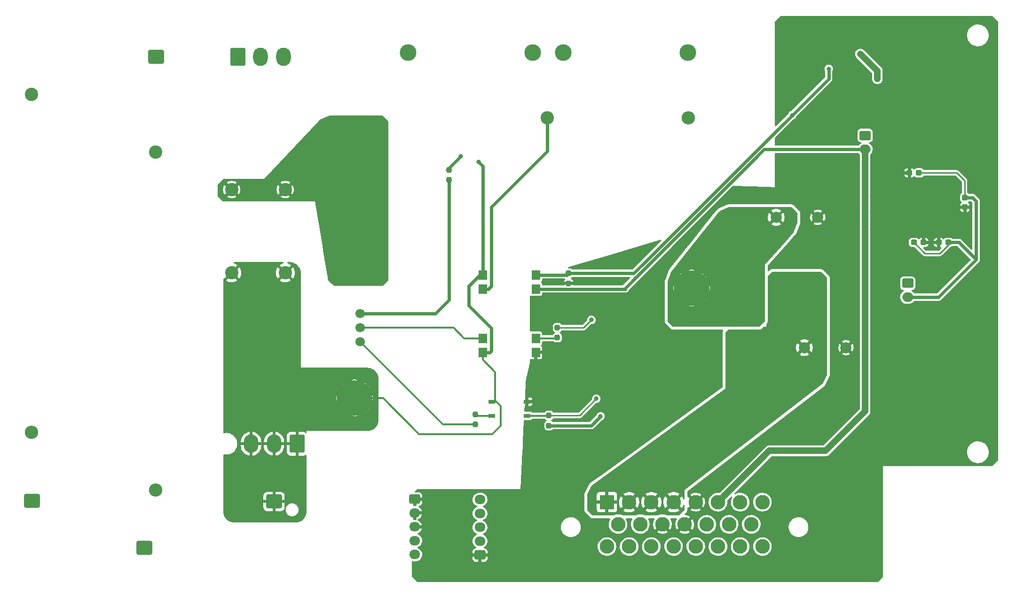
<source format=gbr>
%TF.GenerationSoftware,KiCad,Pcbnew,(6.0.1)*%
%TF.CreationDate,2022-02-14T12:03:10-05:00*%
%TF.ProjectId,high-voltage-board,68696768-2d76-46f6-9c74-6167652d626f,rev?*%
%TF.SameCoordinates,Original*%
%TF.FileFunction,Copper,L2,Bot*%
%TF.FilePolarity,Positive*%
%FSLAX46Y46*%
G04 Gerber Fmt 4.6, Leading zero omitted, Abs format (unit mm)*
G04 Created by KiCad (PCBNEW (6.0.1)) date 2022-02-14 12:03:10*
%MOMM*%
%LPD*%
G01*
G04 APERTURE LIST*
G04 Aperture macros list*
%AMRoundRect*
0 Rectangle with rounded corners*
0 $1 Rounding radius*
0 $2 $3 $4 $5 $6 $7 $8 $9 X,Y pos of 4 corners*
0 Add a 4 corners polygon primitive as box body*
4,1,4,$2,$3,$4,$5,$6,$7,$8,$9,$2,$3,0*
0 Add four circle primitives for the rounded corners*
1,1,$1+$1,$2,$3*
1,1,$1+$1,$4,$5*
1,1,$1+$1,$6,$7*
1,1,$1+$1,$8,$9*
0 Add four rect primitives between the rounded corners*
20,1,$1+$1,$2,$3,$4,$5,0*
20,1,$1+$1,$4,$5,$6,$7,0*
20,1,$1+$1,$6,$7,$8,$9,0*
20,1,$1+$1,$8,$9,$2,$3,0*%
G04 Aperture macros list end*
%TA.AperFunction,ComponentPad*%
%ADD10RoundRect,0.250000X1.070000X-1.400000X1.070000X1.400000X-1.070000X1.400000X-1.070000X-1.400000X0*%
%TD*%
%TA.AperFunction,ComponentPad*%
%ADD11O,2.640000X3.300000*%
%TD*%
%TA.AperFunction,ComponentPad*%
%ADD12C,0.800000*%
%TD*%
%TA.AperFunction,ComponentPad*%
%ADD13C,6.400000*%
%TD*%
%TA.AperFunction,ComponentPad*%
%ADD14C,1.699848*%
%TD*%
%TA.AperFunction,ComponentPad*%
%ADD15RoundRect,0.250000X1.150000X-0.980000X1.150000X0.980000X-1.150000X0.980000X-1.150000X-0.980000X0*%
%TD*%
%TA.AperFunction,ComponentPad*%
%ADD16C,2.000000*%
%TD*%
%TA.AperFunction,ComponentPad*%
%ADD17RoundRect,0.250000X-0.725000X0.600000X-0.725000X-0.600000X0.725000X-0.600000X0.725000X0.600000X0*%
%TD*%
%TA.AperFunction,ComponentPad*%
%ADD18O,1.950000X1.700000*%
%TD*%
%TA.AperFunction,ComponentPad*%
%ADD19C,2.400000*%
%TD*%
%TA.AperFunction,ComponentPad*%
%ADD20RoundRect,0.250000X-0.750000X0.600000X-0.750000X-0.600000X0.750000X-0.600000X0.750000X0.600000X0*%
%TD*%
%TA.AperFunction,ComponentPad*%
%ADD21O,2.000000X1.700000*%
%TD*%
%TA.AperFunction,ComponentPad*%
%ADD22C,3.000000*%
%TD*%
%TA.AperFunction,ComponentPad*%
%ADD23R,2.625000X2.625000*%
%TD*%
%TA.AperFunction,ComponentPad*%
%ADD24C,2.625000*%
%TD*%
%TA.AperFunction,ComponentPad*%
%ADD25O,2.400000X2.400000*%
%TD*%
%TA.AperFunction,ComponentPad*%
%ADD26RoundRect,0.250000X-1.070000X1.400000X-1.070000X-1.400000X1.070000X-1.400000X1.070000X1.400000X0*%
%TD*%
%TA.AperFunction,ComponentPad*%
%ADD27RoundRect,0.250000X0.725000X-0.600000X0.725000X0.600000X-0.725000X0.600000X-0.725000X-0.600000X0*%
%TD*%
%TA.AperFunction,SMDPad,CuDef*%
%ADD28R,1.500000X1.780000*%
%TD*%
%TA.AperFunction,SMDPad,CuDef*%
%ADD29RoundRect,0.237500X-0.237500X0.250000X-0.237500X-0.250000X0.237500X-0.250000X0.237500X0.250000X0*%
%TD*%
%TA.AperFunction,SMDPad,CuDef*%
%ADD30RoundRect,0.237500X-0.300000X-0.237500X0.300000X-0.237500X0.300000X0.237500X-0.300000X0.237500X0*%
%TD*%
%TA.AperFunction,SMDPad,CuDef*%
%ADD31RoundRect,0.237500X-0.237500X0.300000X-0.237500X-0.300000X0.237500X-0.300000X0.237500X0.300000X0*%
%TD*%
%TA.AperFunction,SMDPad,CuDef*%
%ADD32RoundRect,0.237500X0.300000X0.237500X-0.300000X0.237500X-0.300000X-0.237500X0.300000X-0.237500X0*%
%TD*%
%TA.AperFunction,SMDPad,CuDef*%
%ADD33R,1.200000X0.800000*%
%TD*%
%TA.AperFunction,SMDPad,CuDef*%
%ADD34RoundRect,0.237500X0.237500X-0.250000X0.237500X0.250000X-0.237500X0.250000X-0.237500X-0.250000X0*%
%TD*%
%TA.AperFunction,ViaPad*%
%ADD35C,0.800000*%
%TD*%
%TA.AperFunction,Conductor*%
%ADD36C,1.200000*%
%TD*%
%TA.AperFunction,Conductor*%
%ADD37C,0.600000*%
%TD*%
%TA.AperFunction,Conductor*%
%ADD38C,0.254000*%
%TD*%
%TA.AperFunction,Conductor*%
%ADD39C,0.360000*%
%TD*%
G04 APERTURE END LIST*
D10*
%TO.P,J5,1,Pin_1*%
%TO.N,HV+*%
X91495700Y-48060100D03*
D11*
%TO.P,J5,2,Pin_2*%
X95635700Y-48060100D03*
%TO.P,J5,3,Pin_3*%
X99775700Y-48060100D03*
%TD*%
D12*
%TO.P,U7,1,+IN*%
%TO.N,Net-(C19-Pad1)*%
X112522000Y-87731600D03*
X110815751Y-83612351D03*
D13*
X112522000Y-85318600D03*
D12*
X114228249Y-87024849D03*
X110815751Y-87024849D03*
X110109000Y-85318600D03*
X112522000Y-82905600D03*
X114228249Y-83612351D03*
X114935000Y-85318600D03*
D14*
%TO.P,U7,2,TR*%
%TO.N,/vicor/TRIM_HV*%
X113538000Y-94335600D03*
%TO.P,U7,3,EN*%
%TO.N,/vicor/EN_HV*%
X113538000Y-96875600D03*
%TO.P,U7,4,FT*%
%TO.N,/vicor/FAULT_HV*%
X113538000Y-99415600D03*
D12*
%TO.P,U7,5,-IN*%
%TO.N,HV-*%
X112613440Y-111988600D03*
X114980720Y-109529880D03*
X110154720Y-109621320D03*
X112522000Y-107162600D03*
X110893800Y-111314178D03*
X114241640Y-107837022D03*
X110829142Y-107901680D03*
X114306298Y-111249520D03*
D13*
X112567720Y-109575600D03*
D12*
%TO.P,U7,8,-OUT*%
%TO.N,GND*%
X171521751Y-106963849D03*
X171521751Y-103551351D03*
X175641000Y-105257600D03*
D13*
X173228000Y-105257600D03*
D12*
X173228000Y-102844600D03*
X170815000Y-105257600D03*
X173228000Y-107670600D03*
X174934249Y-106963849D03*
X174934249Y-103551351D03*
%TO.P,U7,9,+OUT*%
%TO.N,Net-(C22-Pad1)*%
X171521751Y-91469849D03*
X174934249Y-88057351D03*
D13*
X173228000Y-89763600D03*
D12*
X174934249Y-91469849D03*
X175641000Y-89763600D03*
X170815000Y-89763600D03*
X173228000Y-92176600D03*
X173228000Y-87350600D03*
X171521751Y-88057351D03*
%TD*%
D15*
%TO.P,J11,1,Pin_1*%
%TO.N,Net-(J11-Pad1)*%
X74676000Y-136652000D03*
%TD*%
D16*
%TO.P,C23,1*%
%TO.N,/DCDC_OUT*%
X193541700Y-100510100D03*
%TO.P,C23,2*%
%TO.N,GND*%
X201041700Y-100510100D03*
%TD*%
D17*
%TO.P,J9,1,Pin_1*%
%TO.N,GND*%
X123374000Y-127831600D03*
D18*
%TO.P,J9,2,Pin_2*%
X123374000Y-130331600D03*
%TO.P,J9,3,Pin_3*%
X123374000Y-132831600D03*
%TO.P,J9,4,Pin_4*%
%TO.N,/IMD_OK*%
X123374000Y-135331600D03*
%TO.P,J9,5,Pin_5*%
%TO.N,+12V*%
X123374000Y-137831600D03*
%TD*%
D16*
%TO.P,C22,1*%
%TO.N,Net-(C22-Pad1)*%
X188461700Y-77015100D03*
%TO.P,C22,2*%
%TO.N,GND*%
X195961700Y-77015100D03*
%TD*%
D19*
%TO.P,C2,1*%
%TO.N,Net-(C19-Pad1)*%
X90424000Y-72002000D03*
%TO.P,C2,2*%
%TO.N,HV-*%
X90424000Y-87002000D03*
%TD*%
D20*
%TO.P,J7,1,Pin_1*%
%TO.N,/TEMP-*%
X212150700Y-88900000D03*
D21*
%TO.P,J7,2,Pin_2*%
%TO.N,+3V3*%
X212150700Y-91400000D03*
%TD*%
D19*
%TO.P,C19,1*%
%TO.N,Net-(C19-Pad1)*%
X100076000Y-72002000D03*
%TO.P,C19,2*%
%TO.N,HV-*%
X100076000Y-87002000D03*
%TD*%
D22*
%TO.P,F1,1*%
%TO.N,/TSAL/HV+*%
X172600700Y-47297100D03*
%TO.P,F1,2*%
%TO.N,HV+*%
X150100700Y-47297100D03*
%TD*%
D15*
%TO.P,J3,1,Pin_1*%
%TO.N,HV+*%
X76768700Y-48059100D03*
%TD*%
D22*
%TO.P,F2,1*%
%TO.N,/vicor/HV+*%
X122160700Y-47297100D03*
%TO.P,F2,2*%
%TO.N,HV+*%
X144660700Y-47297100D03*
%TD*%
D20*
%TO.P,J12,1,Pin_1*%
%TO.N,Net-(J12-Pad1)*%
X204487000Y-62250000D03*
D21*
%TO.P,J12,2,Pin_2*%
%TO.N,+12V*%
X204487000Y-64750000D03*
%TD*%
D23*
%TO.P,J1,1,Pin_1*%
%TO.N,/DCDC_OUT*%
X157987200Y-128387600D03*
D24*
%TO.P,J1,2,Pin_2*%
X161987200Y-128387600D03*
%TO.P,J1,3,Pin_3*%
X165987200Y-128387600D03*
%TO.P,J1,4,Pin_4*%
X169987200Y-128387600D03*
%TO.P,J1,5,Pin_5*%
%TO.N,GND*%
X173987200Y-128387600D03*
%TO.P,J1,6,Pin_6*%
%TO.N,+12V*%
X177987200Y-128387600D03*
%TO.P,J1,7,Pin_7*%
%TO.N,/CAN-*%
X181987200Y-128387600D03*
%TO.P,J1,8,Pin_8*%
%TO.N,/CAN+*%
X185987200Y-128387600D03*
%TO.P,J1,9,Pin_9*%
%TO.N,/HECS_AN2*%
X159987200Y-132387600D03*
%TO.P,J1,10,Pin_10*%
%TO.N,+5VA*%
X163987200Y-132387600D03*
%TO.P,J1,11,Pin_11*%
%TO.N,GND*%
X167987200Y-132387600D03*
%TO.P,J1,12,Pin_12*%
X171987200Y-132387600D03*
%TO.P,J1,13,Pin_13*%
%TO.N,+12V*%
X175987200Y-132387600D03*
%TO.P,J1,14,Pin_14*%
%TO.N,/CAN-*%
X179987200Y-132387600D03*
%TO.P,J1,15,Pin_15*%
%TO.N,/CAN+*%
X183987200Y-132387600D03*
%TO.P,J1,16,Pin_16*%
%TO.N,/HECS_AN1*%
X157987200Y-136387600D03*
%TO.P,J1,17,Pin_17*%
%TO.N,/HECS_AN3*%
X161987200Y-136387600D03*
%TO.P,J1,18,Pin_18*%
%TO.N,/IMD_OK*%
X165987200Y-136387600D03*
%TO.P,J1,19,Pin_19*%
%TO.N,unconnected-(J1-Pad19)*%
X169987200Y-136387600D03*
%TO.P,J1,20,Pin_20*%
%TO.N,+12V*%
X173987200Y-136387600D03*
%TO.P,J1,21,Pin_21*%
%TO.N,/TSAL_GND*%
X177987200Y-136387600D03*
%TO.P,J1,22,Pin_22*%
%TO.N,/CAN-*%
X181987200Y-136387600D03*
%TO.P,J1,23,Pin_23*%
%TO.N,/CAN+*%
X185987200Y-136387600D03*
%TD*%
D19*
%TO.P,R9,1*%
%TO.N,HV+*%
X54356000Y-54864000D03*
D25*
%TO.P,R9,2*%
%TO.N,Net-(J8-Pad1)*%
X54356000Y-115824000D03*
%TD*%
D19*
%TO.P,R1,1*%
%TO.N,Net-(R1-Pad1)*%
X147269200Y-59029600D03*
D25*
%TO.P,R1,2*%
%TO.N,/TSAL/HV+*%
X172669200Y-59029600D03*
%TD*%
D15*
%TO.P,J4,1,Pin_1*%
%TO.N,HV-*%
X98044000Y-128270000D03*
%TD*%
D19*
%TO.P,R10,1*%
%TO.N,HV-*%
X76708000Y-65278000D03*
D25*
%TO.P,R10,2*%
%TO.N,Net-(J11-Pad1)*%
X76708000Y-126238000D03*
%TD*%
D26*
%TO.P,J6,1,Pin_1*%
%TO.N,HV-*%
X102184000Y-117856000D03*
D11*
%TO.P,J6,2,Pin_2*%
X98044000Y-117856000D03*
%TO.P,J6,3,Pin_3*%
X93904000Y-117856000D03*
%TD*%
D27*
%TO.P,J2,1,Pin_1*%
%TO.N,GND*%
X135125200Y-137911600D03*
D18*
%TO.P,J2,2,Pin_2*%
%TO.N,+5VA*%
X135125200Y-135411600D03*
%TO.P,J2,3,Pin_3*%
%TO.N,/HECS_AN3*%
X135125200Y-132911600D03*
%TO.P,J2,4,Pin_4*%
%TO.N,/HECS_AN2*%
X135125200Y-130411600D03*
%TO.P,J2,5,Pin_5*%
%TO.N,/HECS_AN1*%
X135125200Y-127911600D03*
%TD*%
D15*
%TO.P,J8,1,Pin_1*%
%TO.N,Net-(J8-Pad1)*%
X54483000Y-128143000D03*
%TD*%
D28*
%TO.P,U2,1*%
%TO.N,Net-(R1-Pad1)*%
X135662700Y-89932100D03*
%TO.P,U2,2*%
%TO.N,HV-*%
X135662700Y-87392100D03*
%TO.P,U2,3*%
%TO.N,VCC*%
X145192700Y-87392100D03*
%TO.P,U2,4*%
%TO.N,+12V*%
X145192700Y-89932100D03*
%TD*%
%TO.P,U8,1*%
%TO.N,Net-(R18-Pad2)*%
X145192700Y-98822100D03*
%TO.P,U8,2*%
%TO.N,GND*%
X145192700Y-101362100D03*
%TO.P,U8,3*%
%TO.N,HV-*%
X135662700Y-101362100D03*
%TO.P,U8,4*%
%TO.N,/vicor/EN_HV*%
X135662700Y-98822100D03*
%TD*%
D29*
%TO.P,R2,1*%
%TO.N,VCC*%
X151095700Y-87091100D03*
%TO.P,R2,2*%
%TO.N,GND*%
X151095700Y-88916100D03*
%TD*%
%TO.P,R17,1*%
%TO.N,Net-(R17-Pad1)*%
X134331700Y-112538100D03*
%TO.P,R17,2*%
%TO.N,/vicor/FAULT_HV*%
X134331700Y-114363100D03*
%TD*%
%TO.P,R18,1*%
%TO.N,/DC_DC_EN*%
X149063700Y-96893600D03*
%TO.P,R18,2*%
%TO.N,Net-(R18-Pad2)*%
X149063700Y-98718600D03*
%TD*%
D30*
%TO.P,C16,1*%
%TO.N,+3V3*%
X213259500Y-81534000D03*
%TO.P,C16,2*%
%TO.N,GND*%
X214984500Y-81534000D03*
%TD*%
D31*
%TO.P,C17,1*%
%TO.N,+3V3*%
X222453200Y-73457900D03*
%TO.P,C17,2*%
%TO.N,GND*%
X222453200Y-75182900D03*
%TD*%
D32*
%TO.P,C15,1*%
%TO.N,+3V3*%
X219454900Y-81534000D03*
%TO.P,C15,2*%
%TO.N,GND*%
X217729900Y-81534000D03*
%TD*%
D33*
%TO.P,U9,1*%
%TO.N,Net-(R17-Pad1)*%
X137277700Y-112792100D03*
%TO.P,U9,3*%
%TO.N,HV-*%
X137277700Y-110252100D03*
%TO.P,U9,4*%
%TO.N,GND*%
X143577700Y-110252100D03*
%TO.P,U9,6*%
%TO.N,/DC_DC_FAULT*%
X143577700Y-112792100D03*
%TD*%
D34*
%TO.P,R8,1*%
%TO.N,/vicor/TRIM_HV*%
X129540000Y-70254500D03*
%TO.P,R8,2*%
%TO.N,Net-(R8-Pad2)*%
X129540000Y-68429500D03*
%TD*%
D30*
%TO.P,C13,1*%
%TO.N,GND*%
X212446700Y-68986400D03*
%TO.P,C13,2*%
%TO.N,+3V3*%
X214171700Y-68986400D03*
%TD*%
D29*
%TO.P,R19,1*%
%TO.N,/DC_DC_FAULT*%
X147539700Y-112745100D03*
%TO.P,R19,2*%
%TO.N,+3V3*%
X147539700Y-114570100D03*
%TD*%
D35*
%TO.N,GND*%
X218440000Y-74168000D03*
X218338400Y-100482400D03*
X205740000Y-79248000D03*
X218440000Y-77724000D03*
X214884000Y-74168000D03*
X225450400Y-105206800D03*
X215900000Y-45720000D03*
X205740000Y-73152000D03*
X225450400Y-107746800D03*
X217576400Y-113639600D03*
X153162000Y-88646000D03*
X225450400Y-106426000D03*
X156210000Y-88646000D03*
X159766000Y-84836000D03*
X214884000Y-77724000D03*
X205740000Y-76200000D03*
%TO.N,VCC*%
X191322700Y-58600100D03*
X197926700Y-50218100D03*
%TO.N,+3V3*%
X214171700Y-68986400D03*
X222402400Y-73404900D03*
X219454900Y-81534000D03*
X213257300Y-81534000D03*
X156845000Y-112903000D03*
%TO.N,/DC_DC_EN*%
X155194000Y-95504000D03*
%TO.N,/DC_DC_FAULT*%
X156083000Y-109728000D03*
%TO.N,Net-(Q1-Pad4)*%
X206683700Y-51992100D03*
X203649900Y-47556100D03*
%TO.N,HV-*%
X134896000Y-67040000D03*
%TO.N,Net-(R8-Pad2)*%
X131646000Y-66040000D03*
%TD*%
D36*
%TO.N,+12V*%
X204487000Y-111997000D02*
X204487000Y-64750000D01*
X197358000Y-119126000D02*
X204487000Y-111997000D01*
D37*
X161273900Y-89932100D02*
X161273900Y-89779592D01*
X161273900Y-89779592D02*
X186303492Y-64750000D01*
X186303492Y-64750000D02*
X204487000Y-64750000D01*
D36*
X177987200Y-128387600D02*
X187248800Y-119126000D01*
X187248800Y-119126000D02*
X197358000Y-119126000D01*
D37*
X145192700Y-89932100D02*
X161273900Y-89932100D01*
%TO.N,VCC*%
X151095700Y-87091100D02*
X162831700Y-87091100D01*
X191322700Y-58600100D02*
X197926700Y-51996100D01*
X197926700Y-51996100D02*
X197926700Y-50218100D01*
X150794700Y-87392100D02*
X151095700Y-87091100D01*
X145192700Y-87392100D02*
X150794700Y-87392100D01*
X162831700Y-87091100D02*
X191322700Y-58600100D01*
D38*
%TO.N,+3V3*%
X219454900Y-81534000D02*
X219454900Y-81992300D01*
D37*
X217718000Y-91400000D02*
X224485200Y-84632800D01*
X224485200Y-84632800D02*
X221386400Y-81534000D01*
X224485200Y-84632800D02*
X224485200Y-74117200D01*
D38*
X217932000Y-83515200D02*
X215240700Y-83515200D01*
X220980000Y-68986400D02*
X214171700Y-68986400D01*
D37*
X156845000Y-112903000D02*
X155177900Y-114570100D01*
X224485200Y-74117200D02*
X223825900Y-73457900D01*
D38*
X219454900Y-81992300D02*
X217932000Y-83515200D01*
D37*
X155177900Y-114570100D02*
X147539700Y-114570100D01*
D38*
X222402400Y-73404900D02*
X222402400Y-70408800D01*
D37*
X221386400Y-81534000D02*
X219454900Y-81534000D01*
X223825900Y-73457900D02*
X222453200Y-73457900D01*
D38*
X222402400Y-70408800D02*
X220980000Y-68986400D01*
X215240700Y-83515200D02*
X213259500Y-81534000D01*
D37*
X212150700Y-91400000D02*
X217718000Y-91400000D01*
%TO.N,Net-(R1-Pad1)*%
X135662700Y-89932100D02*
X136635900Y-89932100D01*
X137160000Y-75184000D02*
X147269200Y-65074800D01*
X136635900Y-89932100D02*
X137160000Y-89408000D01*
X147269200Y-65074800D02*
X147269200Y-59029600D01*
X137160000Y-89408000D02*
X137160000Y-75184000D01*
D39*
%TO.N,Net-(R17-Pad1)*%
X137277700Y-112792100D02*
X134585700Y-112792100D01*
%TO.N,/vicor/FAULT_HV*%
X134331700Y-114363100D02*
X128440920Y-114363100D01*
X128440920Y-114363100D02*
X113532820Y-99455000D01*
D38*
%TO.N,/DC_DC_EN*%
X153804400Y-96893600D02*
X149063700Y-96893600D01*
X155194000Y-95504000D02*
X153804400Y-96893600D01*
D39*
%TO.N,Net-(R18-Pad2)*%
X148960200Y-98822100D02*
X145192700Y-98822100D01*
%TO.N,/DC_DC_FAULT*%
X143577700Y-112792100D02*
X147492700Y-112792100D01*
D38*
X156083000Y-109728000D02*
X153065900Y-112745100D01*
X153065900Y-112745100D02*
X147539700Y-112745100D01*
D36*
%TO.N,Net-(Q1-Pad4)*%
X206683700Y-50589900D02*
X203649900Y-47556100D01*
X206683700Y-51992100D02*
X206683700Y-50589900D01*
D39*
%TO.N,/vicor/EN_HV*%
X135662700Y-98822100D02*
X132299700Y-98822100D01*
X130392600Y-96915000D02*
X113532820Y-96915000D01*
X132299700Y-98822100D02*
X130392600Y-96915000D01*
%TO.N,HV-*%
X124171700Y-116094100D02*
X117692600Y-109615000D01*
D37*
X136889900Y-101362100D02*
X135662700Y-101362100D01*
D39*
X137887700Y-109998100D02*
X137887700Y-104918100D01*
D37*
X133096000Y-92964000D02*
X137160000Y-97028000D01*
X135662700Y-87392100D02*
X135662700Y-67806700D01*
D39*
X135662700Y-102693100D02*
X137887700Y-104918100D01*
D37*
X135662700Y-67806700D02*
X134896000Y-67040000D01*
X133096000Y-89408000D02*
X133096000Y-92964000D01*
D39*
X138903700Y-114570100D02*
X137379700Y-116094100D01*
D37*
X137160000Y-101092000D02*
X136889900Y-101362100D01*
X135662700Y-87392100D02*
X135111900Y-87392100D01*
D39*
X138903700Y-111014100D02*
X138903700Y-114570100D01*
D37*
X137160000Y-97028000D02*
X137160000Y-101092000D01*
D39*
X138903700Y-111014100D02*
X138141700Y-110252100D01*
X137277700Y-110252100D02*
X138141700Y-110252100D01*
X137379700Y-116094100D02*
X124171700Y-116094100D01*
X135662700Y-101362100D02*
X135662700Y-102693100D01*
D37*
X135111900Y-87392100D02*
X133096000Y-89408000D01*
D39*
X117692600Y-109615000D02*
X112562540Y-109615000D01*
X138141700Y-110252100D02*
X137887700Y-109998100D01*
D37*
%TO.N,/vicor/TRIM_HV*%
X129540000Y-91948000D02*
X129540000Y-70254500D01*
X127113000Y-94375000D02*
X129540000Y-91948000D01*
X113532820Y-94375000D02*
X127113000Y-94375000D01*
%TO.N,Net-(R8-Pad2)*%
X129540000Y-68146000D02*
X131646000Y-66040000D01*
%TD*%
%TA.AperFunction,Conductor*%
%TO.N,/DCDC_OUT*%
G36*
X196627931Y-86888002D02*
G01*
X196648905Y-86904905D01*
X197575095Y-87831095D01*
X197609121Y-87893407D01*
X197612000Y-87920190D01*
X197612000Y-97028000D01*
X186690000Y-97028000D01*
X186690000Y-96238420D01*
X186758305Y-96170115D01*
X186794635Y-96129672D01*
X186811538Y-96108698D01*
X186812529Y-96107324D01*
X186812541Y-96107308D01*
X186827107Y-96087108D01*
X186843355Y-96064576D01*
X186848017Y-96054369D01*
X186901552Y-95937142D01*
X186903421Y-95933050D01*
X186923423Y-95864929D01*
X186924623Y-95856583D01*
X186943361Y-95726258D01*
X186943362Y-95726251D01*
X186944000Y-95721810D01*
X186944000Y-87666190D01*
X186964002Y-87598069D01*
X186980905Y-87577095D01*
X187653095Y-86904905D01*
X187715407Y-86870879D01*
X187742190Y-86868000D01*
X196559810Y-86868000D01*
X196627931Y-86888002D01*
G37*
%TD.AperFunction*%
%TD*%
%TA.AperFunction,Conductor*%
%TO.N,GND*%
G36*
X227418975Y-40710980D02*
G01*
X227439950Y-40727883D01*
X228366124Y-41654072D01*
X228400149Y-41716385D01*
X228403028Y-41743169D01*
X228401924Y-105107109D01*
X228401664Y-120078837D01*
X228401651Y-120801272D01*
X228381648Y-120869393D01*
X228364800Y-120890312D01*
X227438485Y-121817733D01*
X227376193Y-121851796D01*
X227349488Y-121854691D01*
X208721713Y-121877231D01*
X207703597Y-121878463D01*
X207703680Y-122878463D01*
X207705036Y-139134779D01*
X207705254Y-141755223D01*
X207685258Y-141823346D01*
X207668343Y-141844335D01*
X206742259Y-142770223D01*
X206679943Y-142804241D01*
X206653140Y-142807118D01*
X165265336Y-142794917D01*
X141625306Y-142787949D01*
X123877506Y-142782717D01*
X123809391Y-142762695D01*
X123788443Y-142745808D01*
X122862037Y-141819301D01*
X122828015Y-141756987D01*
X122825137Y-141730233D01*
X122824655Y-139134779D01*
X122844644Y-139066655D01*
X122898291Y-139020152D01*
X122968564Y-139010035D01*
X122976200Y-139011373D01*
X123109306Y-139038938D01*
X123113919Y-139039204D01*
X123162321Y-139041995D01*
X123162323Y-139041995D01*
X123164143Y-139042100D01*
X123553824Y-139042100D01*
X123556611Y-139041851D01*
X123556617Y-139041851D01*
X123614905Y-139036649D01*
X123714228Y-139027784D01*
X123922652Y-138970766D01*
X123927710Y-138968354D01*
X123927714Y-138968352D01*
X124112618Y-138880157D01*
X124112619Y-138880156D01*
X124117685Y-138877740D01*
X124293163Y-138751646D01*
X124362796Y-138679791D01*
X124439635Y-138600500D01*
X124439637Y-138600497D01*
X124443538Y-138596472D01*
X124460837Y-138570729D01*
X133790200Y-138570729D01*
X133790393Y-138575654D01*
X133792417Y-138601370D01*
X133794717Y-138613963D01*
X133833709Y-138748174D01*
X133839955Y-138762608D01*
X133910337Y-138881618D01*
X133919986Y-138894056D01*
X134017744Y-138991814D01*
X134030182Y-139001463D01*
X134149192Y-139071845D01*
X134163626Y-139078091D01*
X134297837Y-139117083D01*
X134310430Y-139119383D01*
X134336146Y-139121407D01*
X134341071Y-139121600D01*
X134807085Y-139121600D01*
X134822324Y-139117125D01*
X134823529Y-139115735D01*
X134825200Y-139108052D01*
X134825200Y-139103485D01*
X135425200Y-139103485D01*
X135429675Y-139118724D01*
X135431065Y-139119929D01*
X135438748Y-139121600D01*
X135909329Y-139121600D01*
X135914254Y-139121407D01*
X135939970Y-139119383D01*
X135952563Y-139117083D01*
X136086774Y-139078091D01*
X136101208Y-139071845D01*
X136220218Y-139001463D01*
X136232656Y-138991814D01*
X136330414Y-138894056D01*
X136340063Y-138881618D01*
X136410445Y-138762608D01*
X136416691Y-138748174D01*
X136455683Y-138613963D01*
X136457983Y-138601370D01*
X136460007Y-138575654D01*
X136460200Y-138570729D01*
X136460200Y-138229715D01*
X136455725Y-138214476D01*
X136454335Y-138213271D01*
X136446652Y-138211600D01*
X135443315Y-138211600D01*
X135428076Y-138216075D01*
X135426871Y-138217465D01*
X135425200Y-138225148D01*
X135425200Y-139103485D01*
X134825200Y-139103485D01*
X134825200Y-138229715D01*
X134820725Y-138214476D01*
X134819335Y-138213271D01*
X134811652Y-138211600D01*
X133808315Y-138211600D01*
X133793076Y-138216075D01*
X133791871Y-138217465D01*
X133790200Y-138225148D01*
X133790200Y-138570729D01*
X124460837Y-138570729D01*
X124564057Y-138417120D01*
X124650911Y-138219261D01*
X124701355Y-138009148D01*
X124708941Y-137877573D01*
X124713470Y-137799031D01*
X124713470Y-137799028D01*
X124713793Y-137793424D01*
X124687834Y-137578906D01*
X124624297Y-137372375D01*
X124525190Y-137180360D01*
X124393647Y-137008930D01*
X124389502Y-137005159D01*
X124389499Y-137005155D01*
X124237979Y-136867282D01*
X124233826Y-136863503D01*
X124109414Y-136785460D01*
X124055533Y-136751660D01*
X124055529Y-136751658D01*
X124050777Y-136748677D01*
X123931395Y-136700686D01*
X123875650Y-136656720D01*
X123852525Y-136589595D01*
X123869362Y-136520623D01*
X123924147Y-136470053D01*
X124112618Y-136380157D01*
X124112619Y-136380156D01*
X124117685Y-136377740D01*
X124122247Y-136374462D01*
X124288603Y-136254923D01*
X124288605Y-136254921D01*
X124293163Y-136251646D01*
X124370522Y-136171818D01*
X124439635Y-136100500D01*
X124439637Y-136100497D01*
X124443538Y-136096472D01*
X124564057Y-135917120D01*
X124574761Y-135892737D01*
X124648654Y-135724402D01*
X124650911Y-135719261D01*
X124701355Y-135509148D01*
X124704778Y-135449776D01*
X133785407Y-135449776D01*
X133811366Y-135664294D01*
X133874903Y-135870825D01*
X133974010Y-136062840D01*
X134105553Y-136234270D01*
X134109698Y-136238041D01*
X134109701Y-136238045D01*
X134208138Y-136327616D01*
X134265374Y-136379697D01*
X134320892Y-136414523D01*
X134407517Y-136468863D01*
X134454595Y-136522006D01*
X134465467Y-136592165D01*
X134436683Y-136657065D01*
X134377381Y-136696100D01*
X134343529Y-136701157D01*
X134343543Y-136701503D01*
X134336146Y-136701793D01*
X134310430Y-136703817D01*
X134297837Y-136706117D01*
X134163626Y-136745109D01*
X134149192Y-136751355D01*
X134030182Y-136821737D01*
X134017744Y-136831386D01*
X133919986Y-136929144D01*
X133910337Y-136941582D01*
X133839955Y-137060592D01*
X133833709Y-137075026D01*
X133794717Y-137209237D01*
X133792417Y-137221830D01*
X133790393Y-137247546D01*
X133790200Y-137252472D01*
X133790200Y-137593485D01*
X133794675Y-137608724D01*
X133796065Y-137609929D01*
X133803748Y-137611600D01*
X136442085Y-137611600D01*
X136457324Y-137607125D01*
X136458529Y-137605735D01*
X136460200Y-137598052D01*
X136460200Y-137252472D01*
X136460007Y-137247546D01*
X136457983Y-137221830D01*
X136455683Y-137209237D01*
X136416691Y-137075026D01*
X136410445Y-137060592D01*
X136340063Y-136941582D01*
X136330414Y-136929144D01*
X136232656Y-136831386D01*
X136220218Y-136821737D01*
X136101208Y-136751355D01*
X136086774Y-136745109D01*
X135952563Y-136706117D01*
X135939970Y-136703817D01*
X135914251Y-136701793D01*
X135909325Y-136701600D01*
X135842039Y-136678946D01*
X135797683Y-136623511D01*
X135790339Y-136552895D01*
X135822339Y-136489519D01*
X135860012Y-136461972D01*
X135868885Y-136457740D01*
X135929028Y-136414523D01*
X136027612Y-136343683D01*
X156310084Y-136343683D01*
X156310308Y-136348350D01*
X156310308Y-136348355D01*
X156315405Y-136454462D01*
X156322014Y-136592059D01*
X156370526Y-136835943D01*
X156454553Y-137069978D01*
X156456770Y-137074104D01*
X156549964Y-137247546D01*
X156572250Y-137289023D01*
X156575045Y-137292766D01*
X156575047Y-137292769D01*
X156718239Y-137484526D01*
X156718244Y-137484532D01*
X156721031Y-137488264D01*
X156724340Y-137491544D01*
X156724345Y-137491550D01*
X156888272Y-137654052D01*
X156897627Y-137663326D01*
X156901389Y-137666084D01*
X156901392Y-137666087D01*
X157067451Y-137787847D01*
X157098159Y-137810363D01*
X157102290Y-137812537D01*
X157102291Y-137812537D01*
X157314087Y-137923968D01*
X157314093Y-137923970D01*
X157318222Y-137926143D01*
X157322629Y-137927682D01*
X157322636Y-137927685D01*
X157539861Y-138003543D01*
X157552982Y-138008125D01*
X157797280Y-138054507D01*
X157915303Y-138059144D01*
X158041083Y-138064086D01*
X158041088Y-138064086D01*
X158045751Y-138064269D01*
X158122748Y-138055837D01*
X158288282Y-138037708D01*
X158288287Y-138037707D01*
X158292935Y-138037198D01*
X158297459Y-138036007D01*
X158528880Y-137975079D01*
X158528882Y-137975078D01*
X158533403Y-137973888D01*
X158761871Y-137875730D01*
X158863991Y-137812537D01*
X158969350Y-137747339D01*
X158969351Y-137747339D01*
X158973322Y-137744881D01*
X158976885Y-137741864D01*
X158976890Y-137741861D01*
X159159543Y-137587233D01*
X159159544Y-137587232D01*
X159163109Y-137584214D01*
X159244374Y-137491550D01*
X159323982Y-137400775D01*
X159323986Y-137400770D01*
X159327064Y-137397260D01*
X159394275Y-137292769D01*
X159459059Y-137192051D01*
X159459061Y-137192048D01*
X159461584Y-137188125D01*
X159563714Y-136961404D01*
X159631211Y-136722078D01*
X159654107Y-136542100D01*
X159662194Y-136478535D01*
X159662194Y-136478529D01*
X159662592Y-136475404D01*
X159662714Y-136470766D01*
X159664808Y-136390760D01*
X159664891Y-136387600D01*
X159661627Y-136343683D01*
X160310084Y-136343683D01*
X160310308Y-136348350D01*
X160310308Y-136348355D01*
X160315405Y-136454462D01*
X160322014Y-136592059D01*
X160370526Y-136835943D01*
X160454553Y-137069978D01*
X160456770Y-137074104D01*
X160549964Y-137247546D01*
X160572250Y-137289023D01*
X160575045Y-137292766D01*
X160575047Y-137292769D01*
X160718239Y-137484526D01*
X160718244Y-137484532D01*
X160721031Y-137488264D01*
X160724340Y-137491544D01*
X160724345Y-137491550D01*
X160888272Y-137654052D01*
X160897627Y-137663326D01*
X160901389Y-137666084D01*
X160901392Y-137666087D01*
X161067451Y-137787847D01*
X161098159Y-137810363D01*
X161102290Y-137812537D01*
X161102291Y-137812537D01*
X161314087Y-137923968D01*
X161314093Y-137923970D01*
X161318222Y-137926143D01*
X161322629Y-137927682D01*
X161322636Y-137927685D01*
X161539861Y-138003543D01*
X161552982Y-138008125D01*
X161797280Y-138054507D01*
X161915303Y-138059144D01*
X162041083Y-138064086D01*
X162041088Y-138064086D01*
X162045751Y-138064269D01*
X162122748Y-138055837D01*
X162288282Y-138037708D01*
X162288287Y-138037707D01*
X162292935Y-138037198D01*
X162297459Y-138036007D01*
X162528880Y-137975079D01*
X162528882Y-137975078D01*
X162533403Y-137973888D01*
X162761871Y-137875730D01*
X162863991Y-137812537D01*
X162969350Y-137747339D01*
X162969351Y-137747339D01*
X162973322Y-137744881D01*
X162976885Y-137741864D01*
X162976890Y-137741861D01*
X163159543Y-137587233D01*
X163159544Y-137587232D01*
X163163109Y-137584214D01*
X163244374Y-137491550D01*
X163323982Y-137400775D01*
X163323986Y-137400770D01*
X163327064Y-137397260D01*
X163394275Y-137292769D01*
X163459059Y-137192051D01*
X163459061Y-137192048D01*
X163461584Y-137188125D01*
X163563714Y-136961404D01*
X163631211Y-136722078D01*
X163654107Y-136542100D01*
X163662194Y-136478535D01*
X163662194Y-136478529D01*
X163662592Y-136475404D01*
X163662714Y-136470766D01*
X163664808Y-136390760D01*
X163664891Y-136387600D01*
X163661627Y-136343683D01*
X164310084Y-136343683D01*
X164310308Y-136348350D01*
X164310308Y-136348355D01*
X164315405Y-136454462D01*
X164322014Y-136592059D01*
X164370526Y-136835943D01*
X164454553Y-137069978D01*
X164456770Y-137074104D01*
X164549964Y-137247546D01*
X164572250Y-137289023D01*
X164575045Y-137292766D01*
X164575047Y-137292769D01*
X164718239Y-137484526D01*
X164718244Y-137484532D01*
X164721031Y-137488264D01*
X164724340Y-137491544D01*
X164724345Y-137491550D01*
X164888272Y-137654052D01*
X164897627Y-137663326D01*
X164901389Y-137666084D01*
X164901392Y-137666087D01*
X165067451Y-137787847D01*
X165098159Y-137810363D01*
X165102290Y-137812537D01*
X165102291Y-137812537D01*
X165314087Y-137923968D01*
X165314093Y-137923970D01*
X165318222Y-137926143D01*
X165322629Y-137927682D01*
X165322636Y-137927685D01*
X165539861Y-138003543D01*
X165552982Y-138008125D01*
X165797280Y-138054507D01*
X165915303Y-138059144D01*
X166041083Y-138064086D01*
X166041088Y-138064086D01*
X166045751Y-138064269D01*
X166122748Y-138055837D01*
X166288282Y-138037708D01*
X166288287Y-138037707D01*
X166292935Y-138037198D01*
X166297459Y-138036007D01*
X166528880Y-137975079D01*
X166528882Y-137975078D01*
X166533403Y-137973888D01*
X166761871Y-137875730D01*
X166863991Y-137812537D01*
X166969350Y-137747339D01*
X166969351Y-137747339D01*
X166973322Y-137744881D01*
X166976885Y-137741864D01*
X166976890Y-137741861D01*
X167159543Y-137587233D01*
X167159544Y-137587232D01*
X167163109Y-137584214D01*
X167244374Y-137491550D01*
X167323982Y-137400775D01*
X167323986Y-137400770D01*
X167327064Y-137397260D01*
X167394275Y-137292769D01*
X167459059Y-137192051D01*
X167459061Y-137192048D01*
X167461584Y-137188125D01*
X167563714Y-136961404D01*
X167631211Y-136722078D01*
X167654107Y-136542100D01*
X167662194Y-136478535D01*
X167662194Y-136478529D01*
X167662592Y-136475404D01*
X167662714Y-136470766D01*
X167664808Y-136390760D01*
X167664891Y-136387600D01*
X167661627Y-136343683D01*
X168310084Y-136343683D01*
X168310308Y-136348350D01*
X168310308Y-136348355D01*
X168315405Y-136454462D01*
X168322014Y-136592059D01*
X168370526Y-136835943D01*
X168454553Y-137069978D01*
X168456770Y-137074104D01*
X168549964Y-137247546D01*
X168572250Y-137289023D01*
X168575045Y-137292766D01*
X168575047Y-137292769D01*
X168718239Y-137484526D01*
X168718244Y-137484532D01*
X168721031Y-137488264D01*
X168724340Y-137491544D01*
X168724345Y-137491550D01*
X168888272Y-137654052D01*
X168897627Y-137663326D01*
X168901389Y-137666084D01*
X168901392Y-137666087D01*
X169067451Y-137787847D01*
X169098159Y-137810363D01*
X169102290Y-137812537D01*
X169102291Y-137812537D01*
X169314087Y-137923968D01*
X169314093Y-137923970D01*
X169318222Y-137926143D01*
X169322629Y-137927682D01*
X169322636Y-137927685D01*
X169539861Y-138003543D01*
X169552982Y-138008125D01*
X169797280Y-138054507D01*
X169915303Y-138059144D01*
X170041083Y-138064086D01*
X170041088Y-138064086D01*
X170045751Y-138064269D01*
X170122748Y-138055837D01*
X170288282Y-138037708D01*
X170288287Y-138037707D01*
X170292935Y-138037198D01*
X170297459Y-138036007D01*
X170528880Y-137975079D01*
X170528882Y-137975078D01*
X170533403Y-137973888D01*
X170761871Y-137875730D01*
X170863991Y-137812537D01*
X170969350Y-137747339D01*
X170969351Y-137747339D01*
X170973322Y-137744881D01*
X170976885Y-137741864D01*
X170976890Y-137741861D01*
X171159543Y-137587233D01*
X171159544Y-137587232D01*
X171163109Y-137584214D01*
X171244374Y-137491550D01*
X171323982Y-137400775D01*
X171323986Y-137400770D01*
X171327064Y-137397260D01*
X171394275Y-137292769D01*
X171459059Y-137192051D01*
X171459061Y-137192048D01*
X171461584Y-137188125D01*
X171563714Y-136961404D01*
X171631211Y-136722078D01*
X171654107Y-136542100D01*
X171662194Y-136478535D01*
X171662194Y-136478529D01*
X171662592Y-136475404D01*
X171662714Y-136470766D01*
X171664808Y-136390760D01*
X171664891Y-136387600D01*
X171661627Y-136343683D01*
X172310084Y-136343683D01*
X172310308Y-136348350D01*
X172310308Y-136348355D01*
X172315405Y-136454462D01*
X172322014Y-136592059D01*
X172370526Y-136835943D01*
X172454553Y-137069978D01*
X172456770Y-137074104D01*
X172549964Y-137247546D01*
X172572250Y-137289023D01*
X172575045Y-137292766D01*
X172575047Y-137292769D01*
X172718239Y-137484526D01*
X172718244Y-137484532D01*
X172721031Y-137488264D01*
X172724340Y-137491544D01*
X172724345Y-137491550D01*
X172888272Y-137654052D01*
X172897627Y-137663326D01*
X172901389Y-137666084D01*
X172901392Y-137666087D01*
X173067451Y-137787847D01*
X173098159Y-137810363D01*
X173102290Y-137812537D01*
X173102291Y-137812537D01*
X173314087Y-137923968D01*
X173314093Y-137923970D01*
X173318222Y-137926143D01*
X173322629Y-137927682D01*
X173322636Y-137927685D01*
X173539861Y-138003543D01*
X173552982Y-138008125D01*
X173797280Y-138054507D01*
X173915303Y-138059144D01*
X174041083Y-138064086D01*
X174041088Y-138064086D01*
X174045751Y-138064269D01*
X174122748Y-138055837D01*
X174288282Y-138037708D01*
X174288287Y-138037707D01*
X174292935Y-138037198D01*
X174297459Y-138036007D01*
X174528880Y-137975079D01*
X174528882Y-137975078D01*
X174533403Y-137973888D01*
X174761871Y-137875730D01*
X174863991Y-137812537D01*
X174969350Y-137747339D01*
X174969351Y-137747339D01*
X174973322Y-137744881D01*
X174976885Y-137741864D01*
X174976890Y-137741861D01*
X175159543Y-137587233D01*
X175159544Y-137587232D01*
X175163109Y-137584214D01*
X175244374Y-137491550D01*
X175323982Y-137400775D01*
X175323986Y-137400770D01*
X175327064Y-137397260D01*
X175394275Y-137292769D01*
X175459059Y-137192051D01*
X175459061Y-137192048D01*
X175461584Y-137188125D01*
X175563714Y-136961404D01*
X175631211Y-136722078D01*
X175654107Y-136542100D01*
X175662194Y-136478535D01*
X175662194Y-136478529D01*
X175662592Y-136475404D01*
X175662714Y-136470766D01*
X175664808Y-136390760D01*
X175664891Y-136387600D01*
X175661627Y-136343683D01*
X176310084Y-136343683D01*
X176310308Y-136348350D01*
X176310308Y-136348355D01*
X176315405Y-136454462D01*
X176322014Y-136592059D01*
X176370526Y-136835943D01*
X176454553Y-137069978D01*
X176456770Y-137074104D01*
X176549964Y-137247546D01*
X176572250Y-137289023D01*
X176575045Y-137292766D01*
X176575047Y-137292769D01*
X176718239Y-137484526D01*
X176718244Y-137484532D01*
X176721031Y-137488264D01*
X176724340Y-137491544D01*
X176724345Y-137491550D01*
X176888272Y-137654052D01*
X176897627Y-137663326D01*
X176901389Y-137666084D01*
X176901392Y-137666087D01*
X177067451Y-137787847D01*
X177098159Y-137810363D01*
X177102290Y-137812537D01*
X177102291Y-137812537D01*
X177314087Y-137923968D01*
X177314093Y-137923970D01*
X177318222Y-137926143D01*
X177322629Y-137927682D01*
X177322636Y-137927685D01*
X177539861Y-138003543D01*
X177552982Y-138008125D01*
X177797280Y-138054507D01*
X177915303Y-138059144D01*
X178041083Y-138064086D01*
X178041088Y-138064086D01*
X178045751Y-138064269D01*
X178122748Y-138055837D01*
X178288282Y-138037708D01*
X178288287Y-138037707D01*
X178292935Y-138037198D01*
X178297459Y-138036007D01*
X178528880Y-137975079D01*
X178528882Y-137975078D01*
X178533403Y-137973888D01*
X178761871Y-137875730D01*
X178863991Y-137812537D01*
X178969350Y-137747339D01*
X178969351Y-137747339D01*
X178973322Y-137744881D01*
X178976885Y-137741864D01*
X178976890Y-137741861D01*
X179159543Y-137587233D01*
X179159544Y-137587232D01*
X179163109Y-137584214D01*
X179244374Y-137491550D01*
X179323982Y-137400775D01*
X179323986Y-137400770D01*
X179327064Y-137397260D01*
X179394275Y-137292769D01*
X179459059Y-137192051D01*
X179459061Y-137192048D01*
X179461584Y-137188125D01*
X179563714Y-136961404D01*
X179631211Y-136722078D01*
X179654107Y-136542100D01*
X179662194Y-136478535D01*
X179662194Y-136478529D01*
X179662592Y-136475404D01*
X179662714Y-136470766D01*
X179664808Y-136390760D01*
X179664891Y-136387600D01*
X179661627Y-136343683D01*
X180310084Y-136343683D01*
X180310308Y-136348350D01*
X180310308Y-136348355D01*
X180315405Y-136454462D01*
X180322014Y-136592059D01*
X180370526Y-136835943D01*
X180454553Y-137069978D01*
X180456770Y-137074104D01*
X180549964Y-137247546D01*
X180572250Y-137289023D01*
X180575045Y-137292766D01*
X180575047Y-137292769D01*
X180718239Y-137484526D01*
X180718244Y-137484532D01*
X180721031Y-137488264D01*
X180724340Y-137491544D01*
X180724345Y-137491550D01*
X180888272Y-137654052D01*
X180897627Y-137663326D01*
X180901389Y-137666084D01*
X180901392Y-137666087D01*
X181067451Y-137787847D01*
X181098159Y-137810363D01*
X181102290Y-137812537D01*
X181102291Y-137812537D01*
X181314087Y-137923968D01*
X181314093Y-137923970D01*
X181318222Y-137926143D01*
X181322629Y-137927682D01*
X181322636Y-137927685D01*
X181539861Y-138003543D01*
X181552982Y-138008125D01*
X181797280Y-138054507D01*
X181915303Y-138059144D01*
X182041083Y-138064086D01*
X182041088Y-138064086D01*
X182045751Y-138064269D01*
X182122748Y-138055837D01*
X182288282Y-138037708D01*
X182288287Y-138037707D01*
X182292935Y-138037198D01*
X182297459Y-138036007D01*
X182528880Y-137975079D01*
X182528882Y-137975078D01*
X182533403Y-137973888D01*
X182761871Y-137875730D01*
X182863991Y-137812537D01*
X182969350Y-137747339D01*
X182969351Y-137747339D01*
X182973322Y-137744881D01*
X182976885Y-137741864D01*
X182976890Y-137741861D01*
X183159543Y-137587233D01*
X183159544Y-137587232D01*
X183163109Y-137584214D01*
X183244374Y-137491550D01*
X183323982Y-137400775D01*
X183323986Y-137400770D01*
X183327064Y-137397260D01*
X183394275Y-137292769D01*
X183459059Y-137192051D01*
X183459061Y-137192048D01*
X183461584Y-137188125D01*
X183563714Y-136961404D01*
X183631211Y-136722078D01*
X183654107Y-136542100D01*
X183662194Y-136478535D01*
X183662194Y-136478529D01*
X183662592Y-136475404D01*
X183662714Y-136470766D01*
X183664808Y-136390760D01*
X183664891Y-136387600D01*
X183661627Y-136343683D01*
X184310084Y-136343683D01*
X184310308Y-136348350D01*
X184310308Y-136348355D01*
X184315405Y-136454462D01*
X184322014Y-136592059D01*
X184370526Y-136835943D01*
X184454553Y-137069978D01*
X184456770Y-137074104D01*
X184549964Y-137247546D01*
X184572250Y-137289023D01*
X184575045Y-137292766D01*
X184575047Y-137292769D01*
X184718239Y-137484526D01*
X184718244Y-137484532D01*
X184721031Y-137488264D01*
X184724340Y-137491544D01*
X184724345Y-137491550D01*
X184888272Y-137654052D01*
X184897627Y-137663326D01*
X184901389Y-137666084D01*
X184901392Y-137666087D01*
X185067451Y-137787847D01*
X185098159Y-137810363D01*
X185102290Y-137812537D01*
X185102291Y-137812537D01*
X185314087Y-137923968D01*
X185314093Y-137923970D01*
X185318222Y-137926143D01*
X185322629Y-137927682D01*
X185322636Y-137927685D01*
X185539861Y-138003543D01*
X185552982Y-138008125D01*
X185797280Y-138054507D01*
X185915303Y-138059144D01*
X186041083Y-138064086D01*
X186041088Y-138064086D01*
X186045751Y-138064269D01*
X186122748Y-138055837D01*
X186288282Y-138037708D01*
X186288287Y-138037707D01*
X186292935Y-138037198D01*
X186297459Y-138036007D01*
X186528880Y-137975079D01*
X186528882Y-137975078D01*
X186533403Y-137973888D01*
X186761871Y-137875730D01*
X186863991Y-137812537D01*
X186969350Y-137747339D01*
X186969351Y-137747339D01*
X186973322Y-137744881D01*
X186976885Y-137741864D01*
X186976890Y-137741861D01*
X187159543Y-137587233D01*
X187159544Y-137587232D01*
X187163109Y-137584214D01*
X187244374Y-137491550D01*
X187323982Y-137400775D01*
X187323986Y-137400770D01*
X187327064Y-137397260D01*
X187394275Y-137292769D01*
X187459059Y-137192051D01*
X187459061Y-137192048D01*
X187461584Y-137188125D01*
X187563714Y-136961404D01*
X187631211Y-136722078D01*
X187654107Y-136542100D01*
X187662194Y-136478535D01*
X187662194Y-136478529D01*
X187662592Y-136475404D01*
X187662714Y-136470766D01*
X187664808Y-136390760D01*
X187664891Y-136387600D01*
X187660733Y-136331646D01*
X187646809Y-136144273D01*
X187646808Y-136144269D01*
X187646463Y-136139621D01*
X187591584Y-135897091D01*
X187589891Y-135892737D01*
X187503152Y-135669688D01*
X187503151Y-135669686D01*
X187501459Y-135665335D01*
X187497680Y-135658722D01*
X187408987Y-135503543D01*
X187378069Y-135449447D01*
X187224124Y-135254168D01*
X187043005Y-135083789D01*
X186927350Y-135003556D01*
X186842531Y-134944715D01*
X186842526Y-134944712D01*
X186838693Y-134942053D01*
X186834502Y-134939986D01*
X186619862Y-134834137D01*
X186619859Y-134834136D01*
X186615674Y-134832072D01*
X186561848Y-134814842D01*
X186521171Y-134801821D01*
X186378849Y-134756264D01*
X186374242Y-134755514D01*
X186374239Y-134755513D01*
X186138031Y-134717044D01*
X186138032Y-134717044D01*
X186133420Y-134716293D01*
X186009100Y-134714666D01*
X185889455Y-134713099D01*
X185889452Y-134713099D01*
X185884779Y-134713038D01*
X185741209Y-134732577D01*
X185643022Y-134745940D01*
X185643018Y-134745941D01*
X185638388Y-134746571D01*
X185399660Y-134816153D01*
X185173839Y-134920258D01*
X185136536Y-134944715D01*
X184969799Y-135054032D01*
X184969794Y-135054036D01*
X184965886Y-135056598D01*
X184780370Y-135222178D01*
X184621366Y-135413360D01*
X184618943Y-135417353D01*
X184514695Y-135589148D01*
X184492366Y-135625944D01*
X184490557Y-135630258D01*
X184490555Y-135630262D01*
X184455522Y-135713807D01*
X184396206Y-135855261D01*
X184334997Y-136096272D01*
X184310084Y-136343683D01*
X183661627Y-136343683D01*
X183660733Y-136331646D01*
X183646809Y-136144273D01*
X183646808Y-136144269D01*
X183646463Y-136139621D01*
X183591584Y-135897091D01*
X183589891Y-135892737D01*
X183503152Y-135669688D01*
X183503151Y-135669686D01*
X183501459Y-135665335D01*
X183497680Y-135658722D01*
X183408987Y-135503543D01*
X183378069Y-135449447D01*
X183224124Y-135254168D01*
X183043005Y-135083789D01*
X182927350Y-135003556D01*
X182842531Y-134944715D01*
X182842526Y-134944712D01*
X182838693Y-134942053D01*
X182834502Y-134939986D01*
X182619862Y-134834137D01*
X182619859Y-134834136D01*
X182615674Y-134832072D01*
X182561848Y-134814842D01*
X182521171Y-134801821D01*
X182378849Y-134756264D01*
X182374242Y-134755514D01*
X182374239Y-134755513D01*
X182138031Y-134717044D01*
X182138032Y-134717044D01*
X182133420Y-134716293D01*
X182009100Y-134714666D01*
X181889455Y-134713099D01*
X181889452Y-134713099D01*
X181884779Y-134713038D01*
X181741209Y-134732577D01*
X181643022Y-134745940D01*
X181643018Y-134745941D01*
X181638388Y-134746571D01*
X181399660Y-134816153D01*
X181173839Y-134920258D01*
X181136536Y-134944715D01*
X180969799Y-135054032D01*
X180969794Y-135054036D01*
X180965886Y-135056598D01*
X180780370Y-135222178D01*
X180621366Y-135413360D01*
X180618943Y-135417353D01*
X180514695Y-135589148D01*
X180492366Y-135625944D01*
X180490557Y-135630258D01*
X180490555Y-135630262D01*
X180455522Y-135713807D01*
X180396206Y-135855261D01*
X180334997Y-136096272D01*
X180310084Y-136343683D01*
X179661627Y-136343683D01*
X179660733Y-136331646D01*
X179646809Y-136144273D01*
X179646808Y-136144269D01*
X179646463Y-136139621D01*
X179591584Y-135897091D01*
X179589891Y-135892737D01*
X179503152Y-135669688D01*
X179503151Y-135669686D01*
X179501459Y-135665335D01*
X179497680Y-135658722D01*
X179408987Y-135503543D01*
X179378069Y-135449447D01*
X179224124Y-135254168D01*
X179043005Y-135083789D01*
X178927350Y-135003556D01*
X178842531Y-134944715D01*
X178842526Y-134944712D01*
X178838693Y-134942053D01*
X178834502Y-134939986D01*
X178619862Y-134834137D01*
X178619859Y-134834136D01*
X178615674Y-134832072D01*
X178561848Y-134814842D01*
X178521171Y-134801821D01*
X178378849Y-134756264D01*
X178374242Y-134755514D01*
X178374239Y-134755513D01*
X178138031Y-134717044D01*
X178138032Y-134717044D01*
X178133420Y-134716293D01*
X178009100Y-134714666D01*
X177889455Y-134713099D01*
X177889452Y-134713099D01*
X177884779Y-134713038D01*
X177741209Y-134732577D01*
X177643022Y-134745940D01*
X177643018Y-134745941D01*
X177638388Y-134746571D01*
X177399660Y-134816153D01*
X177173839Y-134920258D01*
X177136536Y-134944715D01*
X176969799Y-135054032D01*
X176969794Y-135054036D01*
X176965886Y-135056598D01*
X176780370Y-135222178D01*
X176621366Y-135413360D01*
X176618943Y-135417353D01*
X176514695Y-135589148D01*
X176492366Y-135625944D01*
X176490557Y-135630258D01*
X176490555Y-135630262D01*
X176455522Y-135713807D01*
X176396206Y-135855261D01*
X176334997Y-136096272D01*
X176310084Y-136343683D01*
X175661627Y-136343683D01*
X175660733Y-136331646D01*
X175646809Y-136144273D01*
X175646808Y-136144269D01*
X175646463Y-136139621D01*
X175591584Y-135897091D01*
X175589891Y-135892737D01*
X175503152Y-135669688D01*
X175503151Y-135669686D01*
X175501459Y-135665335D01*
X175497680Y-135658722D01*
X175408987Y-135503543D01*
X175378069Y-135449447D01*
X175224124Y-135254168D01*
X175043005Y-135083789D01*
X174927350Y-135003556D01*
X174842531Y-134944715D01*
X174842526Y-134944712D01*
X174838693Y-134942053D01*
X174834502Y-134939986D01*
X174619862Y-134834137D01*
X174619859Y-134834136D01*
X174615674Y-134832072D01*
X174561848Y-134814842D01*
X174521171Y-134801821D01*
X174378849Y-134756264D01*
X174374242Y-134755514D01*
X174374239Y-134755513D01*
X174138031Y-134717044D01*
X174138032Y-134717044D01*
X174133420Y-134716293D01*
X174009100Y-134714666D01*
X173889455Y-134713099D01*
X173889452Y-134713099D01*
X173884779Y-134713038D01*
X173741209Y-134732577D01*
X173643022Y-134745940D01*
X173643018Y-134745941D01*
X173638388Y-134746571D01*
X173399660Y-134816153D01*
X173173839Y-134920258D01*
X173136536Y-134944715D01*
X172969799Y-135054032D01*
X172969794Y-135054036D01*
X172965886Y-135056598D01*
X172780370Y-135222178D01*
X172621366Y-135413360D01*
X172618943Y-135417353D01*
X172514695Y-135589148D01*
X172492366Y-135625944D01*
X172490557Y-135630258D01*
X172490555Y-135630262D01*
X172455522Y-135713807D01*
X172396206Y-135855261D01*
X172334997Y-136096272D01*
X172310084Y-136343683D01*
X171661627Y-136343683D01*
X171660733Y-136331646D01*
X171646809Y-136144273D01*
X171646808Y-136144269D01*
X171646463Y-136139621D01*
X171591584Y-135897091D01*
X171589891Y-135892737D01*
X171503152Y-135669688D01*
X171503151Y-135669686D01*
X171501459Y-135665335D01*
X171497680Y-135658722D01*
X171408987Y-135503543D01*
X171378069Y-135449447D01*
X171224124Y-135254168D01*
X171043005Y-135083789D01*
X170927350Y-135003556D01*
X170842531Y-134944715D01*
X170842526Y-134944712D01*
X170838693Y-134942053D01*
X170834502Y-134939986D01*
X170619862Y-134834137D01*
X170619859Y-134834136D01*
X170615674Y-134832072D01*
X170561848Y-134814842D01*
X170521171Y-134801821D01*
X170378849Y-134756264D01*
X170374242Y-134755514D01*
X170374239Y-134755513D01*
X170138031Y-134717044D01*
X170138032Y-134717044D01*
X170133420Y-134716293D01*
X170009100Y-134714666D01*
X169889455Y-134713099D01*
X169889452Y-134713099D01*
X169884779Y-134713038D01*
X169741209Y-134732577D01*
X169643022Y-134745940D01*
X169643018Y-134745941D01*
X169638388Y-134746571D01*
X169399660Y-134816153D01*
X169173839Y-134920258D01*
X169136536Y-134944715D01*
X168969799Y-135054032D01*
X168969794Y-135054036D01*
X168965886Y-135056598D01*
X168780370Y-135222178D01*
X168621366Y-135413360D01*
X168618943Y-135417353D01*
X168514695Y-135589148D01*
X168492366Y-135625944D01*
X168490557Y-135630258D01*
X168490555Y-135630262D01*
X168455522Y-135713807D01*
X168396206Y-135855261D01*
X168334997Y-136096272D01*
X168310084Y-136343683D01*
X167661627Y-136343683D01*
X167660733Y-136331646D01*
X167646809Y-136144273D01*
X167646808Y-136144269D01*
X167646463Y-136139621D01*
X167591584Y-135897091D01*
X167589891Y-135892737D01*
X167503152Y-135669688D01*
X167503151Y-135669686D01*
X167501459Y-135665335D01*
X167497680Y-135658722D01*
X167408987Y-135503543D01*
X167378069Y-135449447D01*
X167224124Y-135254168D01*
X167043005Y-135083789D01*
X166927350Y-135003556D01*
X166842531Y-134944715D01*
X166842526Y-134944712D01*
X166838693Y-134942053D01*
X166834502Y-134939986D01*
X166619862Y-134834137D01*
X166619859Y-134834136D01*
X166615674Y-134832072D01*
X166561848Y-134814842D01*
X166521171Y-134801821D01*
X166378849Y-134756264D01*
X166374242Y-134755514D01*
X166374239Y-134755513D01*
X166138031Y-134717044D01*
X166138032Y-134717044D01*
X166133420Y-134716293D01*
X166009100Y-134714666D01*
X165889455Y-134713099D01*
X165889452Y-134713099D01*
X165884779Y-134713038D01*
X165741209Y-134732577D01*
X165643022Y-134745940D01*
X165643018Y-134745941D01*
X165638388Y-134746571D01*
X165399660Y-134816153D01*
X165173839Y-134920258D01*
X165136536Y-134944715D01*
X164969799Y-135054032D01*
X164969794Y-135054036D01*
X164965886Y-135056598D01*
X164780370Y-135222178D01*
X164621366Y-135413360D01*
X164618943Y-135417353D01*
X164514695Y-135589148D01*
X164492366Y-135625944D01*
X164490557Y-135630258D01*
X164490555Y-135630262D01*
X164455522Y-135713807D01*
X164396206Y-135855261D01*
X164334997Y-136096272D01*
X164310084Y-136343683D01*
X163661627Y-136343683D01*
X163660733Y-136331646D01*
X163646809Y-136144273D01*
X163646808Y-136144269D01*
X163646463Y-136139621D01*
X163591584Y-135897091D01*
X163589891Y-135892737D01*
X163503152Y-135669688D01*
X163503151Y-135669686D01*
X163501459Y-135665335D01*
X163497680Y-135658722D01*
X163408987Y-135503543D01*
X163378069Y-135449447D01*
X163224124Y-135254168D01*
X163043005Y-135083789D01*
X162927350Y-135003556D01*
X162842531Y-134944715D01*
X162842526Y-134944712D01*
X162838693Y-134942053D01*
X162834502Y-134939986D01*
X162619862Y-134834137D01*
X162619859Y-134834136D01*
X162615674Y-134832072D01*
X162561848Y-134814842D01*
X162521171Y-134801821D01*
X162378849Y-134756264D01*
X162374242Y-134755514D01*
X162374239Y-134755513D01*
X162138031Y-134717044D01*
X162138032Y-134717044D01*
X162133420Y-134716293D01*
X162009100Y-134714666D01*
X161889455Y-134713099D01*
X161889452Y-134713099D01*
X161884779Y-134713038D01*
X161741209Y-134732577D01*
X161643022Y-134745940D01*
X161643018Y-134745941D01*
X161638388Y-134746571D01*
X161399660Y-134816153D01*
X161173839Y-134920258D01*
X161136536Y-134944715D01*
X160969799Y-135054032D01*
X160969794Y-135054036D01*
X160965886Y-135056598D01*
X160780370Y-135222178D01*
X160621366Y-135413360D01*
X160618943Y-135417353D01*
X160514695Y-135589148D01*
X160492366Y-135625944D01*
X160490557Y-135630258D01*
X160490555Y-135630262D01*
X160455522Y-135713807D01*
X160396206Y-135855261D01*
X160334997Y-136096272D01*
X160310084Y-136343683D01*
X159661627Y-136343683D01*
X159660733Y-136331646D01*
X159646809Y-136144273D01*
X159646808Y-136144269D01*
X159646463Y-136139621D01*
X159591584Y-135897091D01*
X159589891Y-135892737D01*
X159503152Y-135669688D01*
X159503151Y-135669686D01*
X159501459Y-135665335D01*
X159497680Y-135658722D01*
X159408987Y-135503543D01*
X159378069Y-135449447D01*
X159224124Y-135254168D01*
X159043005Y-135083789D01*
X158927350Y-135003556D01*
X158842531Y-134944715D01*
X158842526Y-134944712D01*
X158838693Y-134942053D01*
X158834502Y-134939986D01*
X158619862Y-134834137D01*
X158619859Y-134834136D01*
X158615674Y-134832072D01*
X158561848Y-134814842D01*
X158521171Y-134801821D01*
X158378849Y-134756264D01*
X158374242Y-134755514D01*
X158374239Y-134755513D01*
X158138031Y-134717044D01*
X158138032Y-134717044D01*
X158133420Y-134716293D01*
X158009100Y-134714666D01*
X157889455Y-134713099D01*
X157889452Y-134713099D01*
X157884779Y-134713038D01*
X157741209Y-134732577D01*
X157643022Y-134745940D01*
X157643018Y-134745941D01*
X157638388Y-134746571D01*
X157399660Y-134816153D01*
X157173839Y-134920258D01*
X157136536Y-134944715D01*
X156969799Y-135054032D01*
X156969794Y-135054036D01*
X156965886Y-135056598D01*
X156780370Y-135222178D01*
X156621366Y-135413360D01*
X156618943Y-135417353D01*
X156514695Y-135589148D01*
X156492366Y-135625944D01*
X156490557Y-135630258D01*
X156490555Y-135630262D01*
X156455522Y-135713807D01*
X156396206Y-135855261D01*
X156334997Y-136096272D01*
X156310084Y-136343683D01*
X136027612Y-136343683D01*
X136039803Y-136334923D01*
X136039805Y-136334921D01*
X136044363Y-136331646D01*
X136135069Y-136238045D01*
X136190835Y-136180500D01*
X136190837Y-136180497D01*
X136194738Y-136176472D01*
X136315257Y-135997120D01*
X136321526Y-135982840D01*
X136399854Y-135804402D01*
X136402111Y-135799261D01*
X136452555Y-135589148D01*
X136462460Y-135417353D01*
X136464670Y-135379031D01*
X136464670Y-135379028D01*
X136464993Y-135373424D01*
X136439034Y-135158906D01*
X136375497Y-134952375D01*
X136276390Y-134760360D01*
X136144847Y-134588930D01*
X136140702Y-134585159D01*
X136140699Y-134585155D01*
X135989179Y-134447282D01*
X135985026Y-134443503D01*
X135852738Y-134360519D01*
X135806733Y-134331660D01*
X135806729Y-134331658D01*
X135801977Y-134328677D01*
X135682595Y-134280686D01*
X135626850Y-134236720D01*
X135603725Y-134169595D01*
X135620562Y-134100623D01*
X135675347Y-134050053D01*
X135863818Y-133960157D01*
X135863819Y-133960156D01*
X135868885Y-133957740D01*
X135910711Y-133927685D01*
X136039803Y-133834923D01*
X136039805Y-133834921D01*
X136044363Y-133831646D01*
X136126063Y-133747339D01*
X136190835Y-133680500D01*
X136190837Y-133680497D01*
X136194738Y-133676472D01*
X136298159Y-133522565D01*
X136312125Y-133501781D01*
X136315257Y-133497120D01*
X136320786Y-133484526D01*
X136390701Y-133325254D01*
X136402111Y-133299261D01*
X136452555Y-133089148D01*
X136457873Y-132996908D01*
X149700033Y-132996908D01*
X149735820Y-133259867D01*
X149810082Y-133514649D01*
X149921187Y-133755655D01*
X149923750Y-133759564D01*
X150064129Y-133973679D01*
X150064133Y-133973684D01*
X150066695Y-133977592D01*
X150134567Y-134053636D01*
X150226346Y-134156465D01*
X150243409Y-134175583D01*
X150447447Y-134345280D01*
X150674327Y-134482953D01*
X150678641Y-134484762D01*
X150678643Y-134484763D01*
X150914749Y-134583771D01*
X150914754Y-134583773D01*
X150919064Y-134585580D01*
X150923596Y-134586731D01*
X150923599Y-134586732D01*
X151051614Y-134619243D01*
X151176282Y-134650905D01*
X151396703Y-134673100D01*
X151554578Y-134673100D01*
X151556903Y-134672927D01*
X151556909Y-134672927D01*
X151747202Y-134658786D01*
X151747206Y-134658785D01*
X151751854Y-134658440D01*
X151756402Y-134657411D01*
X151756408Y-134657410D01*
X151945335Y-134614659D01*
X152010694Y-134599870D01*
X152015048Y-134598177D01*
X152253680Y-134505378D01*
X152253682Y-134505377D01*
X152258033Y-134503685D01*
X152298555Y-134480525D01*
X152484382Y-134374317D01*
X152484384Y-134374315D01*
X152488439Y-134371998D01*
X152614735Y-134272434D01*
X152693181Y-134210592D01*
X152693184Y-134210589D01*
X152696849Y-134207700D01*
X152831948Y-134064086D01*
X152875486Y-134017804D01*
X152875488Y-134017801D01*
X152878685Y-134014403D01*
X153029953Y-133796351D01*
X153046360Y-133763081D01*
X153145264Y-133562524D01*
X153145265Y-133562521D01*
X153147329Y-133558336D01*
X153162754Y-133510150D01*
X153209068Y-133365464D01*
X153228235Y-133305586D01*
X153230154Y-133293807D01*
X153270143Y-133048264D01*
X153270894Y-133043653D01*
X153273557Y-132840215D01*
X153274306Y-132782969D01*
X153274306Y-132782966D01*
X153274367Y-132778292D01*
X153238580Y-132515333D01*
X153164318Y-132260551D01*
X153162179Y-132255910D01*
X153125423Y-132176181D01*
X153053213Y-132019545D01*
X152976012Y-131901794D01*
X152910271Y-131801521D01*
X152910267Y-131801516D01*
X152907705Y-131797608D01*
X152779177Y-131653605D01*
X152734108Y-131603109D01*
X152734106Y-131603107D01*
X152730991Y-131599617D01*
X152526953Y-131429920D01*
X152300073Y-131292247D01*
X152267741Y-131278689D01*
X152059651Y-131191429D01*
X152059646Y-131191427D01*
X152055336Y-131189620D01*
X152050804Y-131188469D01*
X152050801Y-131188468D01*
X151916176Y-131154278D01*
X151798118Y-131124295D01*
X151577697Y-131102100D01*
X151419822Y-131102100D01*
X151417497Y-131102273D01*
X151417491Y-131102273D01*
X151227198Y-131116414D01*
X151227194Y-131116415D01*
X151222546Y-131116760D01*
X151217998Y-131117789D01*
X151217992Y-131117790D01*
X151033036Y-131159642D01*
X150963706Y-131175330D01*
X150959354Y-131177022D01*
X150959352Y-131177023D01*
X150720720Y-131269822D01*
X150720718Y-131269823D01*
X150716367Y-131271515D01*
X150712313Y-131273832D01*
X150712311Y-131273833D01*
X150521866Y-131382681D01*
X150485961Y-131403202D01*
X150431953Y-131445779D01*
X150282345Y-131563721D01*
X150277551Y-131567500D01*
X150239656Y-131607784D01*
X150103890Y-131752107D01*
X150095715Y-131760797D01*
X150093056Y-131764630D01*
X150001165Y-131897091D01*
X149944447Y-131978849D01*
X149942381Y-131983038D01*
X149942380Y-131983040D01*
X149842483Y-132185612D01*
X149827071Y-132216864D01*
X149825649Y-132221307D01*
X149825648Y-132221309D01*
X149811553Y-132265341D01*
X149746165Y-132469614D01*
X149745415Y-132474221D01*
X149745414Y-132474224D01*
X149726223Y-132592059D01*
X149703506Y-132731547D01*
X149702200Y-132831366D01*
X149700557Y-132956903D01*
X149700033Y-132996908D01*
X136457873Y-132996908D01*
X136458143Y-132992231D01*
X136464670Y-132879031D01*
X136464670Y-132879028D01*
X136464993Y-132873424D01*
X136439034Y-132658906D01*
X136375497Y-132452375D01*
X136321808Y-132348355D01*
X136278961Y-132265341D01*
X136278960Y-132265340D01*
X136276390Y-132260360D01*
X136144847Y-132088930D01*
X136140702Y-132085159D01*
X136140699Y-132085155D01*
X135989179Y-131947282D01*
X135985026Y-131943503D01*
X135851839Y-131859955D01*
X135806733Y-131831660D01*
X135806729Y-131831658D01*
X135801977Y-131828677D01*
X135682595Y-131780686D01*
X135626850Y-131736720D01*
X135603725Y-131669595D01*
X135620562Y-131600623D01*
X135675347Y-131550053D01*
X135863818Y-131460157D01*
X135863819Y-131460156D01*
X135868885Y-131457740D01*
X135880426Y-131449447D01*
X136039803Y-131334923D01*
X136039805Y-131334921D01*
X136044363Y-131331646D01*
X136122546Y-131250968D01*
X136190835Y-131180500D01*
X136190837Y-131180497D01*
X136194738Y-131176472D01*
X136315257Y-130997120D01*
X136402111Y-130799261D01*
X136452555Y-130589148D01*
X136464993Y-130373424D01*
X136439034Y-130158906D01*
X136375497Y-129952375D01*
X136307905Y-129821419D01*
X136278961Y-129765341D01*
X136278960Y-129765340D01*
X136276390Y-129760360D01*
X136144847Y-129588930D01*
X136140702Y-129585159D01*
X136140699Y-129585155D01*
X135989179Y-129447282D01*
X135985026Y-129443503D01*
X135853380Y-129360922D01*
X135806733Y-129331660D01*
X135806729Y-129331658D01*
X135801977Y-129328677D01*
X135682595Y-129280686D01*
X135626850Y-129236720D01*
X135603725Y-129169595D01*
X135620562Y-129100623D01*
X135675347Y-129050053D01*
X135863818Y-128960157D01*
X135863819Y-128960156D01*
X135868885Y-128957740D01*
X135932798Y-128911814D01*
X136039803Y-128834923D01*
X136039805Y-128834921D01*
X136044363Y-128831646D01*
X136135069Y-128738045D01*
X136190835Y-128680500D01*
X136190837Y-128680497D01*
X136194738Y-128676472D01*
X136315257Y-128497120D01*
X136318063Y-128490729D01*
X136364716Y-128384449D01*
X136402111Y-128299261D01*
X136442363Y-128131600D01*
X136451245Y-128094605D01*
X136451245Y-128094604D01*
X136452555Y-128089148D01*
X136463241Y-127903807D01*
X136464670Y-127879031D01*
X136464670Y-127879028D01*
X136464993Y-127873424D01*
X136439034Y-127658906D01*
X136375497Y-127452375D01*
X136276390Y-127260360D01*
X136144847Y-127088930D01*
X136140702Y-127085159D01*
X136140699Y-127085155D01*
X135989179Y-126947282D01*
X135985026Y-126943503D01*
X135854432Y-126861582D01*
X135806733Y-126831660D01*
X135806729Y-126831658D01*
X135801977Y-126828677D01*
X135601487Y-126748081D01*
X135389894Y-126704262D01*
X135385281Y-126703996D01*
X135336879Y-126701205D01*
X135336877Y-126701205D01*
X135335057Y-126701100D01*
X134945376Y-126701100D01*
X134942589Y-126701349D01*
X134942583Y-126701349D01*
X134884295Y-126706551D01*
X134784972Y-126715416D01*
X134576548Y-126772434D01*
X134571490Y-126774846D01*
X134571486Y-126774848D01*
X134438549Y-126838256D01*
X134381515Y-126865460D01*
X134376954Y-126868737D01*
X134376953Y-126868738D01*
X134254571Y-126956679D01*
X134206037Y-126991554D01*
X134176364Y-127022174D01*
X134060409Y-127141830D01*
X134055662Y-127146728D01*
X133935143Y-127326080D01*
X133932884Y-127331226D01*
X133932883Y-127331228D01*
X133913896Y-127374482D01*
X133848289Y-127523939D01*
X133797845Y-127734052D01*
X133797522Y-127739657D01*
X133788445Y-127897091D01*
X133785407Y-127949776D01*
X133811366Y-128164294D01*
X133874903Y-128370825D01*
X133974010Y-128562840D01*
X134105553Y-128734270D01*
X134109698Y-128738041D01*
X134109701Y-128738045D01*
X134201355Y-128821444D01*
X134265374Y-128879697D01*
X134331955Y-128921463D01*
X134443667Y-128991540D01*
X134443671Y-128991542D01*
X134448423Y-128994523D01*
X134506195Y-129017747D01*
X134567805Y-129042514D01*
X134623550Y-129086480D01*
X134646675Y-129153605D01*
X134629838Y-129222577D01*
X134575053Y-129273147D01*
X134424400Y-129345005D01*
X134381515Y-129365460D01*
X134376954Y-129368737D01*
X134376953Y-129368738D01*
X134210616Y-129488264D01*
X134206037Y-129491554D01*
X134136404Y-129563409D01*
X134111673Y-129588930D01*
X134055662Y-129646728D01*
X133935143Y-129826080D01*
X133932884Y-129831226D01*
X133932883Y-129831228D01*
X133929521Y-129838887D01*
X133848289Y-130023939D01*
X133797845Y-130234052D01*
X133785407Y-130449776D01*
X133811366Y-130664294D01*
X133874903Y-130870825D01*
X133974010Y-131062840D01*
X134105553Y-131234270D01*
X134109698Y-131238041D01*
X134109701Y-131238045D01*
X134208138Y-131327616D01*
X134265374Y-131379697D01*
X134357450Y-131437456D01*
X134443667Y-131491540D01*
X134443671Y-131491542D01*
X134448423Y-131494523D01*
X134513449Y-131520663D01*
X134567805Y-131542514D01*
X134623550Y-131586480D01*
X134646675Y-131653605D01*
X134629838Y-131722577D01*
X134575053Y-131773147D01*
X134402898Y-131855261D01*
X134381515Y-131865460D01*
X134376954Y-131868737D01*
X134376953Y-131868738D01*
X134223718Y-131978849D01*
X134206037Y-131991554D01*
X134178912Y-132019545D01*
X134100044Y-132100930D01*
X134055662Y-132146728D01*
X133935143Y-132326080D01*
X133932884Y-132331226D01*
X133932883Y-132331228D01*
X133927416Y-132343683D01*
X133848289Y-132523939D01*
X133797845Y-132734052D01*
X133785407Y-132949776D01*
X133811366Y-133164294D01*
X133874903Y-133370825D01*
X133974010Y-133562840D01*
X134105553Y-133734270D01*
X134109698Y-133738041D01*
X134109701Y-133738045D01*
X134208138Y-133827616D01*
X134265374Y-133879697D01*
X134339416Y-133926143D01*
X134443667Y-133991540D01*
X134443671Y-133991542D01*
X134448423Y-133994523D01*
X134550392Y-134035514D01*
X134567805Y-134042514D01*
X134623550Y-134086480D01*
X134646675Y-134153605D01*
X134629838Y-134222577D01*
X134575053Y-134273147D01*
X134381515Y-134365460D01*
X134376954Y-134368737D01*
X134376953Y-134368738D01*
X134215488Y-134484763D01*
X134206037Y-134491554D01*
X134184885Y-134513381D01*
X134111673Y-134588930D01*
X134055662Y-134646728D01*
X133935143Y-134826080D01*
X133848289Y-135023939D01*
X133797845Y-135234052D01*
X133797522Y-135239657D01*
X133787507Y-135413360D01*
X133785407Y-135449776D01*
X124704778Y-135449776D01*
X124708857Y-135379031D01*
X124713470Y-135299031D01*
X124713470Y-135299028D01*
X124713793Y-135293424D01*
X124687834Y-135078906D01*
X124624297Y-134872375D01*
X124542088Y-134713099D01*
X124527761Y-134685341D01*
X124527760Y-134685340D01*
X124525190Y-134680360D01*
X124393647Y-134508930D01*
X124389502Y-134505159D01*
X124389499Y-134505155D01*
X124237979Y-134367282D01*
X124233826Y-134363503D01*
X124088649Y-134272434D01*
X124055533Y-134251660D01*
X124055529Y-134251658D01*
X124050777Y-134248677D01*
X123930763Y-134200432D01*
X123875019Y-134156465D01*
X123851894Y-134089341D01*
X123868731Y-134020369D01*
X123923516Y-133969799D01*
X124112363Y-133879725D01*
X124121992Y-133874030D01*
X124288275Y-133754543D01*
X124296740Y-133747236D01*
X124439245Y-133600184D01*
X124446275Y-133591502D01*
X124560485Y-133421539D01*
X124565877Y-133411730D01*
X124648178Y-133224242D01*
X124651744Y-133213647D01*
X124667213Y-133149216D01*
X124666508Y-133135130D01*
X124657629Y-133131600D01*
X123200000Y-133131600D01*
X123131879Y-133111598D01*
X123085386Y-133057942D01*
X123074000Y-133005600D01*
X123074000Y-132657600D01*
X123094002Y-132589479D01*
X123147658Y-132542986D01*
X123200000Y-132531600D01*
X124654643Y-132531600D01*
X124668174Y-132527627D01*
X124669245Y-132520179D01*
X124625481Y-132377927D01*
X124621260Y-132367582D01*
X124527338Y-132185612D01*
X124521353Y-132176181D01*
X124396688Y-132013713D01*
X124389132Y-132005497D01*
X124237669Y-131867676D01*
X124228770Y-131860922D01*
X124055305Y-131752107D01*
X124045349Y-131747035D01*
X123930151Y-131700726D01*
X123874407Y-131656759D01*
X123851281Y-131589634D01*
X123868118Y-131520663D01*
X123922903Y-131470092D01*
X124112363Y-131379725D01*
X124121992Y-131374030D01*
X124288275Y-131254543D01*
X124296740Y-131247236D01*
X124439245Y-131100184D01*
X124446275Y-131091502D01*
X124560485Y-130921539D01*
X124565877Y-130911730D01*
X124648178Y-130724242D01*
X124651744Y-130713647D01*
X124667213Y-130649216D01*
X124666508Y-130635130D01*
X124657629Y-130631600D01*
X123692115Y-130631600D01*
X123676876Y-130636075D01*
X123675671Y-130637465D01*
X123674000Y-130645148D01*
X123674000Y-131495600D01*
X123653998Y-131563721D01*
X123600342Y-131610214D01*
X123548000Y-131621600D01*
X123200000Y-131621600D01*
X123131879Y-131601598D01*
X123085386Y-131547942D01*
X123074000Y-131495600D01*
X123074000Y-130157600D01*
X123094002Y-130089479D01*
X123147658Y-130042986D01*
X123200000Y-130031600D01*
X124654643Y-130031600D01*
X124668174Y-130027627D01*
X124669245Y-130020179D01*
X124625481Y-129877927D01*
X124621260Y-129867582D01*
X124527338Y-129685612D01*
X124521353Y-129676181D01*
X124396688Y-129513713D01*
X124389132Y-129505497D01*
X124237669Y-129367676D01*
X124228770Y-129360922D01*
X124090742Y-129274337D01*
X124043664Y-129221194D01*
X124032792Y-129151035D01*
X124061576Y-129086135D01*
X124120878Y-129047100D01*
X124155665Y-129041904D01*
X124155657Y-129041697D01*
X124157545Y-129041623D01*
X124157698Y-129041600D01*
X124158129Y-129041600D01*
X124163054Y-129041407D01*
X124188770Y-129039383D01*
X124201363Y-129037083D01*
X124335574Y-128998091D01*
X124350008Y-128991845D01*
X124469018Y-128921463D01*
X124481456Y-128911814D01*
X124579214Y-128814056D01*
X124588863Y-128801618D01*
X124659245Y-128682608D01*
X124665491Y-128668174D01*
X124704483Y-128533963D01*
X124706783Y-128521370D01*
X124708807Y-128495654D01*
X124709000Y-128490729D01*
X124709000Y-128149715D01*
X124704525Y-128134476D01*
X124703135Y-128133271D01*
X124695452Y-128131600D01*
X123692115Y-128131600D01*
X123676876Y-128136075D01*
X123675671Y-128137465D01*
X123674000Y-128145148D01*
X123674000Y-128995600D01*
X123653998Y-129063721D01*
X123600342Y-129110214D01*
X123548000Y-129121600D01*
X123200000Y-129121600D01*
X123131879Y-129101598D01*
X123085386Y-129047942D01*
X123074000Y-128995600D01*
X123074000Y-127657600D01*
X123094002Y-127589479D01*
X123147658Y-127542986D01*
X123200000Y-127531600D01*
X124690885Y-127531600D01*
X124706124Y-127527125D01*
X124707329Y-127525735D01*
X124709000Y-127518052D01*
X124709000Y-127172472D01*
X124708807Y-127167546D01*
X124706783Y-127141830D01*
X124704483Y-127129237D01*
X124665491Y-126995026D01*
X124659245Y-126980592D01*
X124588863Y-126861582D01*
X124579214Y-126849144D01*
X124481456Y-126751386D01*
X124469018Y-126741737D01*
X124350008Y-126671355D01*
X124335574Y-126665109D01*
X124201363Y-126626117D01*
X124188770Y-126623817D01*
X124163054Y-126621793D01*
X124158128Y-126621600D01*
X123523093Y-126621600D01*
X123454972Y-126601598D01*
X123408479Y-126547942D01*
X123398375Y-126477668D01*
X123427869Y-126413088D01*
X123434043Y-126406459D01*
X123785259Y-126055603D01*
X123847589Y-126021610D01*
X123874458Y-126018744D01*
X132631321Y-126029368D01*
X141440421Y-126040055D01*
X142440420Y-126041268D01*
X142770330Y-119176393D01*
X142778128Y-119138418D01*
X142787135Y-119114269D01*
X142796216Y-119072527D01*
X142839602Y-118873087D01*
X142839603Y-118873082D01*
X142840559Y-118868686D01*
X142845620Y-118797918D01*
X142857196Y-118636072D01*
X142857196Y-118636070D01*
X142858488Y-118618000D01*
X142858487Y-118618000D01*
X142855551Y-118599462D01*
X142854000Y-118579752D01*
X142854000Y-117438388D01*
X142854145Y-117432340D01*
X143034833Y-113672548D01*
X143058080Y-113605470D01*
X143113906Y-113561606D01*
X143160686Y-113552600D01*
X144211872Y-113552600D01*
X144216420Y-113551931D01*
X144216427Y-113551930D01*
X144273041Y-113543596D01*
X144273043Y-113543595D01*
X144282726Y-113542170D01*
X144390457Y-113489276D01*
X144475247Y-113404338D01*
X144479821Y-113394982D01*
X144485867Y-113386505D01*
X144489025Y-113388758D01*
X144523655Y-113350850D01*
X144588970Y-113332600D01*
X146745273Y-113332600D01*
X146813394Y-113352602D01*
X146845236Y-113381896D01*
X146875701Y-113421599D01*
X147000620Y-113517452D01*
X147037978Y-113532926D01*
X147057931Y-113541191D01*
X147113212Y-113585739D01*
X147135633Y-113653103D01*
X147118075Y-113721894D01*
X147066113Y-113770272D01*
X147057930Y-113774009D01*
X147000620Y-113797748D01*
X146875701Y-113893601D01*
X146779848Y-114018520D01*
X146719592Y-114163991D01*
X146704200Y-114280906D01*
X146704200Y-114859294D01*
X146719592Y-114976209D01*
X146779848Y-115121680D01*
X146875701Y-115246599D01*
X147000620Y-115342452D01*
X147146091Y-115402708D01*
X147263006Y-115418100D01*
X147816394Y-115418100D01*
X147933309Y-115402708D01*
X148078780Y-115342452D01*
X148190617Y-115256637D01*
X148256838Y-115231037D01*
X148267321Y-115230600D01*
X155150653Y-115230600D01*
X155159223Y-115230892D01*
X155205145Y-115234023D01*
X155205149Y-115234023D01*
X155212721Y-115234539D01*
X155220198Y-115233234D01*
X155220199Y-115233234D01*
X155271168Y-115224338D01*
X155277695Y-115223375D01*
X155329064Y-115217159D01*
X155329073Y-115217157D01*
X155336608Y-115216245D01*
X155343714Y-115213560D01*
X155350719Y-115211839D01*
X155355818Y-115210445D01*
X155362727Y-115208359D01*
X155370208Y-115207053D01*
X155424540Y-115183203D01*
X155430644Y-115180712D01*
X155479049Y-115162421D01*
X155479050Y-115162420D01*
X155486154Y-115159736D01*
X155492417Y-115155432D01*
X155498863Y-115152061D01*
X155503422Y-115149523D01*
X155509632Y-115145850D01*
X155516591Y-115142796D01*
X155563697Y-115106651D01*
X155568997Y-115102800D01*
X155617905Y-115069187D01*
X155656391Y-115025991D01*
X155661373Y-115020715D01*
X157022706Y-113659382D01*
X157072865Y-113628644D01*
X157154455Y-113602134D01*
X157154458Y-113602133D01*
X157161154Y-113599957D01*
X157307707Y-113512594D01*
X157431263Y-113394933D01*
X157525681Y-113252823D01*
X157586268Y-113093325D01*
X157610014Y-112924369D01*
X157610312Y-112903000D01*
X157591294Y-112733446D01*
X157535183Y-112572320D01*
X157504244Y-112522806D01*
X157448503Y-112433602D01*
X157444770Y-112427628D01*
X157375555Y-112357928D01*
X157329510Y-112311560D01*
X157329506Y-112311557D01*
X157324547Y-112306563D01*
X157305980Y-112294780D01*
X157186445Y-112218920D01*
X157186441Y-112218918D01*
X157180491Y-112215142D01*
X157019760Y-112157908D01*
X156850343Y-112137707D01*
X156843340Y-112138443D01*
X156843339Y-112138443D01*
X156821409Y-112140748D01*
X156680660Y-112155541D01*
X156673992Y-112157811D01*
X156525813Y-112208255D01*
X156525810Y-112208256D01*
X156519146Y-112210525D01*
X156373827Y-112299926D01*
X156368796Y-112304852D01*
X156368793Y-112304855D01*
X156317037Y-112355539D01*
X156251926Y-112419300D01*
X156248107Y-112425225D01*
X156248106Y-112425227D01*
X156220537Y-112468006D01*
X156159501Y-112562715D01*
X156116581Y-112680639D01*
X156087277Y-112726635D01*
X154941217Y-113872695D01*
X154878905Y-113906721D01*
X154852122Y-113909600D01*
X148267321Y-113909600D01*
X148199200Y-113889598D01*
X148190617Y-113883563D01*
X148078780Y-113797748D01*
X148021469Y-113774009D01*
X147966188Y-113729461D01*
X147943767Y-113662097D01*
X147961325Y-113593306D01*
X148013287Y-113544928D01*
X148021469Y-113541191D01*
X148041422Y-113532926D01*
X148078780Y-113517452D01*
X148203699Y-113421599D01*
X148216546Y-113404857D01*
X148294525Y-113303231D01*
X148299552Y-113296680D01*
X148300696Y-113293918D01*
X148350310Y-113246608D01*
X148408050Y-113232600D01*
X152997178Y-113232600D01*
X153008652Y-113233882D01*
X153008697Y-113233326D01*
X153017645Y-113234046D01*
X153026400Y-113236027D01*
X153077737Y-113232842D01*
X153085538Y-113232600D01*
X153100905Y-113232600D01*
X153105337Y-113231965D01*
X153105355Y-113231964D01*
X153110632Y-113231208D01*
X153120690Y-113230177D01*
X153128818Y-113229673D01*
X153156817Y-113227936D01*
X153156819Y-113227936D01*
X153165775Y-113227380D01*
X153174216Y-113224333D01*
X153179213Y-113223298D01*
X153190339Y-113220524D01*
X153195243Y-113219090D01*
X153204132Y-113217817D01*
X153245257Y-113199118D01*
X153254624Y-113195305D01*
X153297121Y-113179964D01*
X153304369Y-113174669D01*
X153308911Y-113172254D01*
X153318727Y-113166518D01*
X153323078Y-113163736D01*
X153331252Y-113160019D01*
X153365477Y-113130529D01*
X153373394Y-113124242D01*
X153379823Y-113119545D01*
X153383761Y-113116668D01*
X153394138Y-113106291D01*
X153400985Y-113099933D01*
X153430240Y-113074725D01*
X153437040Y-113068866D01*
X153441923Y-113061332D01*
X153447822Y-113054570D01*
X153447866Y-113054608D01*
X153456534Y-113043895D01*
X155971276Y-110529153D01*
X156033588Y-110495127D01*
X156061535Y-110492419D01*
X156066973Y-110493144D01*
X156073984Y-110492506D01*
X156073987Y-110492506D01*
X156229866Y-110478320D01*
X156236887Y-110477681D01*
X156294489Y-110458965D01*
X156392455Y-110427134D01*
X156392458Y-110427133D01*
X156399154Y-110424957D01*
X156545707Y-110337594D01*
X156669263Y-110219933D01*
X156763681Y-110077823D01*
X156824268Y-109918325D01*
X156848014Y-109749369D01*
X156848312Y-109728000D01*
X156829294Y-109558446D01*
X156773183Y-109397320D01*
X156682770Y-109252628D01*
X156622405Y-109191840D01*
X156567510Y-109136560D01*
X156567506Y-109136557D01*
X156562547Y-109131563D01*
X156489439Y-109085167D01*
X156424445Y-109043920D01*
X156424441Y-109043918D01*
X156418491Y-109040142D01*
X156257760Y-108982908D01*
X156088343Y-108962707D01*
X156081340Y-108963443D01*
X156081339Y-108963443D01*
X156037793Y-108968020D01*
X155918660Y-108980541D01*
X155911992Y-108982811D01*
X155763813Y-109033255D01*
X155763810Y-109033256D01*
X155757146Y-109035525D01*
X155611827Y-109124926D01*
X155606796Y-109129852D01*
X155606793Y-109129855D01*
X155548048Y-109187383D01*
X155489926Y-109244300D01*
X155397501Y-109387715D01*
X155395090Y-109394338D01*
X155395089Y-109394341D01*
X155341557Y-109541420D01*
X155341556Y-109541424D01*
X155339147Y-109548043D01*
X155317763Y-109717315D01*
X155318451Y-109724332D01*
X155319674Y-109736813D01*
X155306413Y-109806560D01*
X155283370Y-109838200D01*
X152900876Y-112220695D01*
X152838564Y-112254720D01*
X152811781Y-112257600D01*
X148408050Y-112257600D01*
X148339929Y-112237598D01*
X148300819Y-112196580D01*
X148299552Y-112193520D01*
X148222499Y-112093102D01*
X148208722Y-112075147D01*
X148203699Y-112068601D01*
X148078780Y-111972748D01*
X147933309Y-111912492D01*
X147816394Y-111897100D01*
X147263006Y-111897100D01*
X147146091Y-111912492D01*
X147000620Y-111972748D01*
X146875701Y-112068601D01*
X146870678Y-112075147D01*
X146820341Y-112140748D01*
X146779848Y-112193520D01*
X146779252Y-112193063D01*
X146732555Y-112237591D01*
X146674814Y-112251600D01*
X144588857Y-112251600D01*
X144520736Y-112231598D01*
X144488286Y-112195185D01*
X144485529Y-112197159D01*
X144479464Y-112188688D01*
X144474876Y-112179343D01*
X144389938Y-112094553D01*
X144301247Y-112051199D01*
X144290898Y-112046140D01*
X144290896Y-112046139D01*
X144282115Y-112041847D01*
X144272442Y-112040436D01*
X144272439Y-112040435D01*
X144240450Y-112035769D01*
X144211872Y-112031600D01*
X143245893Y-112031600D01*
X143177772Y-112011598D01*
X143131279Y-111957942D01*
X143120039Y-111899555D01*
X143156996Y-111130538D01*
X143180244Y-111063458D01*
X143236070Y-111019594D01*
X143247352Y-111015692D01*
X143274824Y-111007626D01*
X143276029Y-111006235D01*
X143277700Y-110998552D01*
X143277700Y-110993985D01*
X143877700Y-110993985D01*
X143882175Y-111009224D01*
X143883565Y-111010429D01*
X143891248Y-111012100D01*
X144207218Y-111012100D01*
X144216377Y-111011430D01*
X144272894Y-111003110D01*
X144291370Y-110997368D01*
X144380814Y-110953454D01*
X144397519Y-110941494D01*
X144467478Y-110871413D01*
X144479406Y-110854690D01*
X144523173Y-110765154D01*
X144528879Y-110746693D01*
X144537040Y-110690751D01*
X144537700Y-110681651D01*
X144537700Y-110570215D01*
X144533225Y-110554976D01*
X144531835Y-110553771D01*
X144524152Y-110552100D01*
X143895815Y-110552100D01*
X143880576Y-110556575D01*
X143879371Y-110557965D01*
X143877700Y-110565648D01*
X143877700Y-110993985D01*
X143277700Y-110993985D01*
X143277700Y-109933985D01*
X143877700Y-109933985D01*
X143882175Y-109949224D01*
X143883565Y-109950429D01*
X143891248Y-109952100D01*
X144519585Y-109952100D01*
X144534824Y-109947625D01*
X144536029Y-109946235D01*
X144537700Y-109938552D01*
X144537700Y-109822582D01*
X144537030Y-109813423D01*
X144528710Y-109756906D01*
X144522968Y-109738430D01*
X144479054Y-109648986D01*
X144467094Y-109632281D01*
X144397013Y-109562322D01*
X144380290Y-109550394D01*
X144290754Y-109506627D01*
X144272293Y-109500921D01*
X144216351Y-109492760D01*
X144207251Y-109492100D01*
X143895815Y-109492100D01*
X143880576Y-109496575D01*
X143879371Y-109497965D01*
X143877700Y-109505648D01*
X143877700Y-109933985D01*
X143277700Y-109933985D01*
X143277700Y-109510215D01*
X143269438Y-109482079D01*
X143244999Y-109444049D01*
X143240041Y-109402505D01*
X143373643Y-106622477D01*
X143376374Y-106601759D01*
X144109350Y-103230069D01*
X144113592Y-103215086D01*
X144120916Y-103194231D01*
X144120916Y-103194230D01*
X144123543Y-103186750D01*
X144124000Y-103181474D01*
X144124000Y-103136448D01*
X144124152Y-103130261D01*
X144126022Y-103092230D01*
X144126022Y-103092228D01*
X144126533Y-103081827D01*
X144124399Y-103074426D01*
X144124000Y-103067547D01*
X144124000Y-102698889D01*
X144144002Y-102630768D01*
X144197658Y-102584275D01*
X144267932Y-102574171D01*
X144305334Y-102585690D01*
X144329640Y-102597571D01*
X144348107Y-102603279D01*
X144404049Y-102611440D01*
X144413149Y-102612100D01*
X144874585Y-102612100D01*
X144889824Y-102607625D01*
X144891029Y-102606235D01*
X144892700Y-102598552D01*
X144892700Y-102593985D01*
X145492700Y-102593985D01*
X145497175Y-102609224D01*
X145498565Y-102610429D01*
X145506248Y-102612100D01*
X145972218Y-102612100D01*
X145981377Y-102611430D01*
X146037894Y-102603110D01*
X146056370Y-102597368D01*
X146145814Y-102553454D01*
X146162519Y-102541494D01*
X146232478Y-102471413D01*
X146244406Y-102454690D01*
X146288173Y-102365154D01*
X146293879Y-102346693D01*
X146302040Y-102290751D01*
X146302700Y-102281651D01*
X146302700Y-101680215D01*
X146298225Y-101664976D01*
X146296835Y-101663771D01*
X146289152Y-101662100D01*
X145510815Y-101662100D01*
X145495576Y-101666575D01*
X145494371Y-101667965D01*
X145492700Y-101675648D01*
X145492700Y-102593985D01*
X144892700Y-102593985D01*
X144892700Y-101188100D01*
X144912702Y-101119979D01*
X144966358Y-101073486D01*
X145018700Y-101062100D01*
X146284585Y-101062100D01*
X146299824Y-101057625D01*
X146301029Y-101056235D01*
X146302700Y-101048552D01*
X146302700Y-100442582D01*
X146302030Y-100433423D01*
X146293710Y-100376906D01*
X146287968Y-100358430D01*
X146244054Y-100268986D01*
X146232094Y-100252281D01*
X146161380Y-100181691D01*
X146127300Y-100119408D01*
X146132303Y-100048588D01*
X146161224Y-100003499D01*
X146232891Y-99931707D01*
X146232891Y-99931706D01*
X146240247Y-99924338D01*
X146281118Y-99840727D01*
X146288660Y-99825298D01*
X146288661Y-99825296D01*
X146292953Y-99816515D01*
X146295457Y-99799354D01*
X146302541Y-99750787D01*
X146303200Y-99746272D01*
X146303200Y-99488600D01*
X146323202Y-99420479D01*
X146376858Y-99373986D01*
X146429200Y-99362600D01*
X148316535Y-99362600D01*
X148384656Y-99382602D01*
X148398953Y-99394124D01*
X148399701Y-99395099D01*
X148524620Y-99490952D01*
X148670091Y-99551208D01*
X148787006Y-99566600D01*
X149340394Y-99566600D01*
X149457309Y-99551208D01*
X149602780Y-99490952D01*
X149727699Y-99395099D01*
X149743900Y-99373986D01*
X149761831Y-99350617D01*
X149823552Y-99270180D01*
X149883808Y-99124709D01*
X149899200Y-99007794D01*
X149899200Y-98429406D01*
X149883808Y-98312491D01*
X149823552Y-98167020D01*
X149727699Y-98042101D01*
X149602780Y-97946248D01*
X149545469Y-97922509D01*
X149490188Y-97877961D01*
X149467767Y-97810597D01*
X149485325Y-97741806D01*
X149537287Y-97693428D01*
X149545469Y-97689691D01*
X149561451Y-97683071D01*
X149602780Y-97665952D01*
X149727699Y-97570099D01*
X149823552Y-97445180D01*
X149824696Y-97442418D01*
X149874310Y-97395108D01*
X149932050Y-97381100D01*
X153735678Y-97381100D01*
X153747152Y-97382382D01*
X153747197Y-97381826D01*
X153756145Y-97382546D01*
X153764900Y-97384527D01*
X153816237Y-97381342D01*
X153824038Y-97381100D01*
X153839405Y-97381100D01*
X153843837Y-97380465D01*
X153843855Y-97380464D01*
X153849132Y-97379708D01*
X153859190Y-97378677D01*
X153867318Y-97378173D01*
X153895317Y-97376436D01*
X153895319Y-97376436D01*
X153904275Y-97375880D01*
X153912716Y-97372833D01*
X153917713Y-97371798D01*
X153928839Y-97369024D01*
X153933743Y-97367590D01*
X153942632Y-97366317D01*
X153983757Y-97347618D01*
X153993124Y-97343805D01*
X154016468Y-97335378D01*
X154035621Y-97328464D01*
X154042869Y-97323169D01*
X154047411Y-97320754D01*
X154057227Y-97315018D01*
X154061578Y-97312236D01*
X154069752Y-97308519D01*
X154077316Y-97302002D01*
X154103977Y-97279029D01*
X154111894Y-97272742D01*
X154118323Y-97268045D01*
X154122261Y-97265168D01*
X154132638Y-97254791D01*
X154139485Y-97248433D01*
X154168740Y-97223225D01*
X154175540Y-97217366D01*
X154180423Y-97209832D01*
X154186322Y-97203070D01*
X154186366Y-97203108D01*
X154195034Y-97192395D01*
X155082276Y-96305153D01*
X155144588Y-96271127D01*
X155172535Y-96268419D01*
X155177973Y-96269144D01*
X155184984Y-96268506D01*
X155184987Y-96268506D01*
X155340866Y-96254320D01*
X155347887Y-96253681D01*
X155440322Y-96223647D01*
X155503455Y-96203134D01*
X155503458Y-96203133D01*
X155510154Y-96200957D01*
X155600210Y-96147273D01*
X155650655Y-96117202D01*
X155650657Y-96117201D01*
X155656707Y-96113594D01*
X155780263Y-95995933D01*
X155874681Y-95853823D01*
X155935268Y-95694325D01*
X155959014Y-95525369D01*
X155959312Y-95504000D01*
X155940294Y-95334446D01*
X155884183Y-95173320D01*
X155793770Y-95028628D01*
X155713401Y-94947696D01*
X155678510Y-94912560D01*
X155678506Y-94912557D01*
X155673547Y-94907563D01*
X155657273Y-94897235D01*
X155535445Y-94819920D01*
X155535441Y-94819918D01*
X155529491Y-94816142D01*
X155368760Y-94758908D01*
X155199343Y-94738707D01*
X155192340Y-94739443D01*
X155192339Y-94739443D01*
X155148793Y-94744020D01*
X155029660Y-94756541D01*
X155022992Y-94758811D01*
X154874813Y-94809255D01*
X154874810Y-94809256D01*
X154868146Y-94811525D01*
X154722827Y-94900926D01*
X154717796Y-94905852D01*
X154717793Y-94905855D01*
X154675067Y-94947696D01*
X154600926Y-95020300D01*
X154597107Y-95026225D01*
X154597106Y-95026227D01*
X154554714Y-95092007D01*
X154508501Y-95163715D01*
X154506090Y-95170338D01*
X154506089Y-95170341D01*
X154452557Y-95317420D01*
X154452556Y-95317424D01*
X154450147Y-95324043D01*
X154428763Y-95493315D01*
X154429451Y-95500332D01*
X154430674Y-95512814D01*
X154417413Y-95582561D01*
X154394370Y-95614201D01*
X153639376Y-96369195D01*
X153577064Y-96403221D01*
X153550281Y-96406100D01*
X149932050Y-96406100D01*
X149863929Y-96386098D01*
X149824819Y-96345080D01*
X149823552Y-96342020D01*
X149727699Y-96217101D01*
X149602780Y-96121248D01*
X149457309Y-96060992D01*
X149407002Y-96054369D01*
X149344481Y-96046138D01*
X149344480Y-96046138D01*
X149340394Y-96045600D01*
X148787006Y-96045600D01*
X148782920Y-96046138D01*
X148782919Y-96046138D01*
X148720398Y-96054369D01*
X148670091Y-96060992D01*
X148524620Y-96121248D01*
X148399701Y-96217101D01*
X148303848Y-96342020D01*
X148243592Y-96487491D01*
X148228200Y-96604406D01*
X148228200Y-97182794D01*
X148228738Y-97186880D01*
X148228738Y-97186881D01*
X148238552Y-97261423D01*
X148243592Y-97299709D01*
X148303848Y-97445180D01*
X148399701Y-97570099D01*
X148524620Y-97665952D01*
X148565949Y-97683071D01*
X148581931Y-97689691D01*
X148637212Y-97734239D01*
X148659633Y-97801603D01*
X148642075Y-97870394D01*
X148590113Y-97918772D01*
X148581930Y-97922509D01*
X148524620Y-97946248D01*
X148399701Y-98042101D01*
X148303848Y-98167020D01*
X148300688Y-98174648D01*
X148300686Y-98174652D01*
X148288606Y-98203817D01*
X148244058Y-98259099D01*
X148172197Y-98281600D01*
X146429200Y-98281600D01*
X146361079Y-98261598D01*
X146314586Y-98207942D01*
X146303200Y-98155600D01*
X146303200Y-97897928D01*
X146302531Y-97893380D01*
X146302530Y-97893373D01*
X146294196Y-97836759D01*
X146294195Y-97836757D01*
X146292770Y-97827074D01*
X146239876Y-97719343D01*
X146154938Y-97634553D01*
X146056317Y-97586345D01*
X146055898Y-97586140D01*
X146055896Y-97586139D01*
X146047115Y-97581847D01*
X146037442Y-97580436D01*
X146037439Y-97580435D01*
X146001015Y-97575122D01*
X145976872Y-97571600D01*
X144408528Y-97571600D01*
X144403980Y-97572269D01*
X144403973Y-97572270D01*
X144347359Y-97580604D01*
X144347357Y-97580605D01*
X144337674Y-97582030D01*
X144305532Y-97597811D01*
X144235569Y-97609880D01*
X144170188Y-97582208D01*
X144130146Y-97523580D01*
X144124000Y-97484709D01*
X144124000Y-91269446D01*
X144144002Y-91201325D01*
X144197658Y-91154832D01*
X144267932Y-91144728D01*
X144305334Y-91156246D01*
X144329502Y-91168060D01*
X144329504Y-91168061D01*
X144338285Y-91172353D01*
X144347958Y-91173764D01*
X144347961Y-91173765D01*
X144379950Y-91178431D01*
X144408528Y-91182600D01*
X145976872Y-91182600D01*
X145981420Y-91181931D01*
X145981427Y-91181930D01*
X146038041Y-91173596D01*
X146038043Y-91173595D01*
X146047726Y-91172170D01*
X146155457Y-91119276D01*
X146240247Y-91034338D01*
X146292953Y-90926515D01*
X146303200Y-90856272D01*
X146303200Y-90718600D01*
X146323202Y-90650479D01*
X146376858Y-90603986D01*
X146429200Y-90592600D01*
X161265675Y-90592600D01*
X161266335Y-90592602D01*
X161350374Y-90593042D01*
X161357759Y-90591269D01*
X161357760Y-90591269D01*
X161384012Y-90584967D01*
X161398285Y-90582399D01*
X161405427Y-90581534D01*
X161432608Y-90578245D01*
X161461087Y-90567483D01*
X161476206Y-90562832D01*
X161498440Y-90557495D01*
X161498444Y-90557493D01*
X161505823Y-90555722D01*
X161536566Y-90539854D01*
X161549808Y-90533959D01*
X161575047Y-90524422D01*
X161575050Y-90524420D01*
X161582154Y-90521736D01*
X161607252Y-90504487D01*
X161620819Y-90496368D01*
X161641128Y-90485886D01*
X161641131Y-90485884D01*
X161647883Y-90482399D01*
X161673941Y-90459667D01*
X161685403Y-90450776D01*
X161707640Y-90435493D01*
X161707641Y-90435492D01*
X161713905Y-90431187D01*
X161734159Y-90408454D01*
X161745401Y-90397328D01*
X161768352Y-90377307D01*
X161772719Y-90371094D01*
X161772723Y-90371089D01*
X161788243Y-90349007D01*
X161797250Y-90337643D01*
X161815199Y-90317497D01*
X161815201Y-90317494D01*
X161820252Y-90311825D01*
X161823803Y-90305118D01*
X161823806Y-90305114D01*
X161834501Y-90284914D01*
X161842767Y-90271426D01*
X161855905Y-90252732D01*
X161855907Y-90252729D01*
X161860276Y-90246512D01*
X161872841Y-90214284D01*
X161878873Y-90201111D01*
X161895059Y-90170540D01*
X161898954Y-90155035D01*
X161902476Y-90141011D01*
X161907287Y-90125935D01*
X161915589Y-90104643D01*
X161915590Y-90104641D01*
X161918348Y-90097566D01*
X161918957Y-90092939D01*
X161951243Y-90036337D01*
X172357808Y-79629772D01*
X175338152Y-78737861D01*
X174776189Y-79443917D01*
X169368959Y-86237617D01*
X169368175Y-86236993D01*
X169368171Y-86236996D01*
X169368956Y-86237621D01*
X169148588Y-86514495D01*
X169147125Y-86516689D01*
X169102740Y-86583233D01*
X169102733Y-86583245D01*
X169101274Y-86585432D01*
X169080910Y-86622339D01*
X169046123Y-86700203D01*
X168908828Y-87093170D01*
X168908826Y-87093176D01*
X168628208Y-87896362D01*
X168437479Y-88442265D01*
X168436819Y-88444826D01*
X168436816Y-88444837D01*
X168416871Y-88522270D01*
X168416208Y-88524845D01*
X168409157Y-88566404D01*
X168402000Y-88651378D01*
X168402000Y-95721810D01*
X168404910Y-95776104D01*
X168407789Y-95802887D01*
X168416490Y-95856583D01*
X168467021Y-95992057D01*
X168469174Y-95996000D01*
X168469175Y-95996002D01*
X168496552Y-96046138D01*
X168501047Y-96054369D01*
X168503742Y-96057969D01*
X168584998Y-96166513D01*
X168585002Y-96166517D01*
X168587695Y-96170115D01*
X169513885Y-97096305D01*
X169554328Y-97132635D01*
X169575302Y-97149538D01*
X169576676Y-97150529D01*
X169576692Y-97150541D01*
X169596892Y-97165107D01*
X169619424Y-97181355D01*
X169625050Y-97183925D01*
X169625053Y-97183926D01*
X169631524Y-97186881D01*
X169750950Y-97241421D01*
X169774704Y-97248396D01*
X169814748Y-97260154D01*
X169814752Y-97260155D01*
X169819071Y-97261423D01*
X169823519Y-97262063D01*
X169823526Y-97262064D01*
X169957742Y-97281361D01*
X169957749Y-97281362D01*
X169962190Y-97282000D01*
X178815691Y-97282000D01*
X178883812Y-97302002D01*
X178930305Y-97355658D01*
X178940409Y-97425932D01*
X178921763Y-97472118D01*
X178923375Y-97473055D01*
X178920266Y-97478403D01*
X178916645Y-97483424D01*
X178856579Y-97614950D01*
X178855311Y-97619269D01*
X178840676Y-97669112D01*
X178836577Y-97683071D01*
X178835937Y-97687519D01*
X178835936Y-97687526D01*
X178816639Y-97821742D01*
X178816638Y-97821749D01*
X178816000Y-97826190D01*
X178816000Y-107626423D01*
X178795998Y-107694544D01*
X178763925Y-107728458D01*
X178216151Y-108125315D01*
X157024584Y-123478389D01*
X154968295Y-124968149D01*
X154880382Y-125049225D01*
X154877967Y-125052047D01*
X154877963Y-125052051D01*
X154844498Y-125091154D01*
X154844494Y-125091159D01*
X154842080Y-125093980D01*
X154775559Y-125193354D01*
X154174866Y-126370325D01*
X153993296Y-126726084D01*
X153951849Y-126838256D01*
X153938077Y-126895534D01*
X153924000Y-127014294D01*
X153924000Y-129757810D01*
X153926910Y-129812104D01*
X153927090Y-129813775D01*
X153927091Y-129813792D01*
X153929608Y-129837207D01*
X153929789Y-129838887D01*
X153930058Y-129840545D01*
X153936058Y-129877573D01*
X153938490Y-129892583D01*
X153950022Y-129923501D01*
X153986083Y-130020179D01*
X153989021Y-130028057D01*
X153991174Y-130032000D01*
X153991175Y-130032002D01*
X154003292Y-130054192D01*
X154023047Y-130090369D01*
X154025742Y-130093969D01*
X154106998Y-130202513D01*
X154107002Y-130202517D01*
X154109695Y-130206115D01*
X155035885Y-131132305D01*
X155076328Y-131168635D01*
X155097302Y-131185538D01*
X155098676Y-131186529D01*
X155098692Y-131186541D01*
X155105471Y-131191429D01*
X155141424Y-131217355D01*
X155147050Y-131219925D01*
X155147053Y-131219926D01*
X155206854Y-131247236D01*
X155272950Y-131277421D01*
X155296704Y-131284396D01*
X155336748Y-131296154D01*
X155336752Y-131296155D01*
X155341071Y-131297423D01*
X155345519Y-131298063D01*
X155345526Y-131298064D01*
X155479742Y-131317361D01*
X155479749Y-131317362D01*
X155484190Y-131318000D01*
X158455389Y-131318000D01*
X158523510Y-131338002D01*
X158570003Y-131391658D01*
X158580107Y-131461932D01*
X158563108Y-131509365D01*
X158492366Y-131625944D01*
X158490557Y-131630258D01*
X158490555Y-131630262D01*
X158406103Y-131831660D01*
X158396206Y-131855261D01*
X158334997Y-132096272D01*
X158310084Y-132343683D01*
X158310308Y-132348350D01*
X158310308Y-132348355D01*
X158315065Y-132447392D01*
X158322014Y-132592059D01*
X158370526Y-132835943D01*
X158454553Y-133069978D01*
X158456770Y-133074104D01*
X158569892Y-133284634D01*
X158572250Y-133289023D01*
X158575045Y-133292766D01*
X158575047Y-133292769D01*
X158718239Y-133484526D01*
X158718244Y-133484532D01*
X158721031Y-133488264D01*
X158724340Y-133491544D01*
X158724345Y-133491550D01*
X158894310Y-133660038D01*
X158897627Y-133663326D01*
X158901389Y-133666084D01*
X158901392Y-133666087D01*
X159022572Y-133754940D01*
X159098159Y-133810363D01*
X159102290Y-133812537D01*
X159102291Y-133812537D01*
X159314087Y-133923968D01*
X159314093Y-133923970D01*
X159318222Y-133926143D01*
X159322629Y-133927682D01*
X159322636Y-133927685D01*
X159520028Y-133996617D01*
X159552982Y-134008125D01*
X159557575Y-134008997D01*
X159777576Y-134050766D01*
X159797280Y-134054507D01*
X159915303Y-134059144D01*
X160041083Y-134064086D01*
X160041088Y-134064086D01*
X160045751Y-134064269D01*
X160122748Y-134055837D01*
X160288282Y-134037708D01*
X160288287Y-134037707D01*
X160292935Y-134037198D01*
X160297459Y-134036007D01*
X160528880Y-133975079D01*
X160528882Y-133975078D01*
X160533403Y-133973888D01*
X160542921Y-133969799D01*
X160752572Y-133879725D01*
X160761871Y-133875730D01*
X160833111Y-133831646D01*
X160969350Y-133747339D01*
X160969351Y-133747339D01*
X160973322Y-133744881D01*
X160976885Y-133741864D01*
X160976890Y-133741861D01*
X161159543Y-133587233D01*
X161159544Y-133587232D01*
X161163109Y-133584214D01*
X161184781Y-133559502D01*
X161323982Y-133400775D01*
X161323986Y-133400770D01*
X161327064Y-133397260D01*
X161329594Y-133393327D01*
X161459059Y-133192051D01*
X161459061Y-133192048D01*
X161461584Y-133188125D01*
X161563714Y-132961404D01*
X161627834Y-132734052D01*
X161629941Y-132726582D01*
X161629942Y-132726579D01*
X161631211Y-132722078D01*
X161648354Y-132587326D01*
X161662194Y-132478535D01*
X161662194Y-132478529D01*
X161662592Y-132475404D01*
X161662676Y-132472221D01*
X161664808Y-132390760D01*
X161664891Y-132387600D01*
X161661627Y-132343683D01*
X161646809Y-132144273D01*
X161646808Y-132144269D01*
X161646463Y-132139621D01*
X161591584Y-131897091D01*
X161580145Y-131867676D01*
X161503152Y-131669688D01*
X161503151Y-131669686D01*
X161501459Y-131665335D01*
X161499141Y-131661279D01*
X161410691Y-131506523D01*
X161394254Y-131437455D01*
X161417767Y-131370465D01*
X161473766Y-131326822D01*
X161520084Y-131318000D01*
X162455389Y-131318000D01*
X162523510Y-131338002D01*
X162570003Y-131391658D01*
X162580107Y-131461932D01*
X162563108Y-131509365D01*
X162492366Y-131625944D01*
X162490557Y-131630258D01*
X162490555Y-131630262D01*
X162406103Y-131831660D01*
X162396206Y-131855261D01*
X162334997Y-132096272D01*
X162310084Y-132343683D01*
X162310308Y-132348350D01*
X162310308Y-132348355D01*
X162315065Y-132447392D01*
X162322014Y-132592059D01*
X162370526Y-132835943D01*
X162454553Y-133069978D01*
X162456770Y-133074104D01*
X162569892Y-133284634D01*
X162572250Y-133289023D01*
X162575045Y-133292766D01*
X162575047Y-133292769D01*
X162718239Y-133484526D01*
X162718244Y-133484532D01*
X162721031Y-133488264D01*
X162724340Y-133491544D01*
X162724345Y-133491550D01*
X162894310Y-133660038D01*
X162897627Y-133663326D01*
X162901389Y-133666084D01*
X162901392Y-133666087D01*
X163022572Y-133754940D01*
X163098159Y-133810363D01*
X163102290Y-133812537D01*
X163102291Y-133812537D01*
X163314087Y-133923968D01*
X163314093Y-133923970D01*
X163318222Y-133926143D01*
X163322629Y-133927682D01*
X163322636Y-133927685D01*
X163520028Y-133996617D01*
X163552982Y-134008125D01*
X163557575Y-134008997D01*
X163777576Y-134050766D01*
X163797280Y-134054507D01*
X163915303Y-134059144D01*
X164041083Y-134064086D01*
X164041088Y-134064086D01*
X164045751Y-134064269D01*
X164122748Y-134055837D01*
X164288282Y-134037708D01*
X164288287Y-134037707D01*
X164292935Y-134037198D01*
X164297459Y-134036007D01*
X164528880Y-133975079D01*
X164528882Y-133975078D01*
X164533403Y-133973888D01*
X164542921Y-133969799D01*
X164752572Y-133879725D01*
X164761871Y-133875730D01*
X164833111Y-133831646D01*
X164943911Y-133763081D01*
X167041518Y-133763081D01*
X167050231Y-133774601D01*
X167094651Y-133807171D01*
X167102570Y-133812119D01*
X167314272Y-133923501D01*
X167322846Y-133927229D01*
X167548695Y-134006099D01*
X167557704Y-134008513D01*
X167792750Y-134053138D01*
X167802004Y-134054192D01*
X168041065Y-134063585D01*
X168050379Y-134063259D01*
X168288191Y-134037215D01*
X168297368Y-134035514D01*
X168528717Y-133974605D01*
X168537537Y-133971568D01*
X168757346Y-133877131D01*
X168765618Y-133872824D01*
X168924748Y-133774352D01*
X168934164Y-133763852D01*
X168933828Y-133763081D01*
X171041518Y-133763081D01*
X171050231Y-133774601D01*
X171094651Y-133807171D01*
X171102570Y-133812119D01*
X171314272Y-133923501D01*
X171322846Y-133927229D01*
X171548695Y-134006099D01*
X171557704Y-134008513D01*
X171792750Y-134053138D01*
X171802004Y-134054192D01*
X172041065Y-134063585D01*
X172050379Y-134063259D01*
X172288191Y-134037215D01*
X172297368Y-134035514D01*
X172528717Y-133974605D01*
X172537537Y-133971568D01*
X172757346Y-133877131D01*
X172765618Y-133872824D01*
X172924748Y-133774352D01*
X172934164Y-133763852D01*
X172930276Y-133754940D01*
X172000012Y-132824676D01*
X171986068Y-132817062D01*
X171984235Y-132817193D01*
X171977620Y-132821444D01*
X171048176Y-133750888D01*
X171041518Y-133763081D01*
X168933828Y-133763081D01*
X168930276Y-133754940D01*
X168000012Y-132824676D01*
X167986068Y-132817062D01*
X167984235Y-132817193D01*
X167977620Y-132821444D01*
X167048176Y-133750888D01*
X167041518Y-133763081D01*
X164943911Y-133763081D01*
X164969350Y-133747339D01*
X164969351Y-133747339D01*
X164973322Y-133744881D01*
X164976885Y-133741864D01*
X164976890Y-133741861D01*
X165159543Y-133587233D01*
X165159544Y-133587232D01*
X165163109Y-133584214D01*
X165184781Y-133559502D01*
X165323982Y-133400775D01*
X165323986Y-133400770D01*
X165327064Y-133397260D01*
X165329594Y-133393327D01*
X165459059Y-133192051D01*
X165459061Y-133192048D01*
X165461584Y-133188125D01*
X165563714Y-132961404D01*
X165627834Y-132734052D01*
X165629941Y-132726582D01*
X165629942Y-132726579D01*
X165631211Y-132722078D01*
X165648354Y-132587326D01*
X165662194Y-132478535D01*
X165662194Y-132478529D01*
X165662592Y-132475404D01*
X165662676Y-132472221D01*
X165664808Y-132390760D01*
X165664891Y-132387600D01*
X165661627Y-132343683D01*
X165646809Y-132144273D01*
X165646808Y-132144269D01*
X165646463Y-132139621D01*
X165591584Y-131897091D01*
X165580145Y-131867676D01*
X165503152Y-131669688D01*
X165503151Y-131669686D01*
X165501459Y-131665335D01*
X165499141Y-131661279D01*
X165410691Y-131506523D01*
X165394254Y-131437455D01*
X165417767Y-131370465D01*
X165473766Y-131326822D01*
X165520084Y-131318000D01*
X166455974Y-131318000D01*
X166524095Y-131338002D01*
X166570588Y-131391658D01*
X166580692Y-131461932D01*
X166563693Y-131509365D01*
X166495241Y-131622171D01*
X166491003Y-131630488D01*
X166398490Y-131851105D01*
X166395529Y-131859955D01*
X166336642Y-132091822D01*
X166335021Y-132101016D01*
X166311054Y-132339041D01*
X166310809Y-132348368D01*
X166322288Y-132587326D01*
X166323425Y-132596586D01*
X166370096Y-132831222D01*
X166372590Y-132840215D01*
X166453428Y-133065366D01*
X166457228Y-133073901D01*
X166570458Y-133284634D01*
X166575469Y-133292500D01*
X166599928Y-133325254D01*
X166611186Y-133333703D01*
X166623605Y-133326931D01*
X167898105Y-132052431D01*
X167960417Y-132018405D01*
X168031232Y-132023470D01*
X168076295Y-132052431D01*
X169350709Y-133326845D01*
X169363089Y-133333605D01*
X169371430Y-133327361D01*
X169458615Y-133191817D01*
X169463062Y-133183625D01*
X169561322Y-132965497D01*
X169564513Y-132956730D01*
X169629450Y-132726482D01*
X169631310Y-132717340D01*
X169661693Y-132478507D01*
X169662174Y-132472221D01*
X169664307Y-132390760D01*
X169664156Y-132384450D01*
X169646315Y-132144361D01*
X169644935Y-132135130D01*
X169592136Y-131901794D01*
X169589412Y-131892883D01*
X169502700Y-131669904D01*
X169498689Y-131661495D01*
X169410115Y-131506523D01*
X169393678Y-131437456D01*
X169417191Y-131370466D01*
X169473189Y-131326822D01*
X169519508Y-131318000D01*
X170455974Y-131318000D01*
X170524095Y-131338002D01*
X170570588Y-131391658D01*
X170580692Y-131461932D01*
X170563693Y-131509365D01*
X170495241Y-131622171D01*
X170491003Y-131630488D01*
X170398490Y-131851105D01*
X170395529Y-131859955D01*
X170336642Y-132091822D01*
X170335021Y-132101016D01*
X170311054Y-132339041D01*
X170310809Y-132348368D01*
X170322288Y-132587326D01*
X170323425Y-132596586D01*
X170370096Y-132831222D01*
X170372590Y-132840215D01*
X170453428Y-133065366D01*
X170457228Y-133073901D01*
X170570458Y-133284634D01*
X170575469Y-133292500D01*
X170599928Y-133325254D01*
X170611186Y-133333703D01*
X170623605Y-133326931D01*
X171561804Y-132388732D01*
X172416662Y-132388732D01*
X172416793Y-132390565D01*
X172421044Y-132397180D01*
X173350709Y-133326845D01*
X173363089Y-133333605D01*
X173371430Y-133327361D01*
X173458615Y-133191817D01*
X173463062Y-133183625D01*
X173561322Y-132965497D01*
X173564513Y-132956730D01*
X173629450Y-132726482D01*
X173631310Y-132717340D01*
X173661693Y-132478507D01*
X173662174Y-132472221D01*
X173664307Y-132390760D01*
X173664156Y-132384450D01*
X173661127Y-132343683D01*
X174310084Y-132343683D01*
X174310308Y-132348350D01*
X174310308Y-132348355D01*
X174315065Y-132447392D01*
X174322014Y-132592059D01*
X174370526Y-132835943D01*
X174454553Y-133069978D01*
X174456770Y-133074104D01*
X174569892Y-133284634D01*
X174572250Y-133289023D01*
X174575045Y-133292766D01*
X174575047Y-133292769D01*
X174718239Y-133484526D01*
X174718244Y-133484532D01*
X174721031Y-133488264D01*
X174724340Y-133491544D01*
X174724345Y-133491550D01*
X174894310Y-133660038D01*
X174897627Y-133663326D01*
X174901389Y-133666084D01*
X174901392Y-133666087D01*
X175022572Y-133754940D01*
X175098159Y-133810363D01*
X175102290Y-133812537D01*
X175102291Y-133812537D01*
X175314087Y-133923968D01*
X175314093Y-133923970D01*
X175318222Y-133926143D01*
X175322629Y-133927682D01*
X175322636Y-133927685D01*
X175520028Y-133996617D01*
X175552982Y-134008125D01*
X175557575Y-134008997D01*
X175777576Y-134050766D01*
X175797280Y-134054507D01*
X175915303Y-134059144D01*
X176041083Y-134064086D01*
X176041088Y-134064086D01*
X176045751Y-134064269D01*
X176122748Y-134055837D01*
X176288282Y-134037708D01*
X176288287Y-134037707D01*
X176292935Y-134037198D01*
X176297459Y-134036007D01*
X176528880Y-133975079D01*
X176528882Y-133975078D01*
X176533403Y-133973888D01*
X176542921Y-133969799D01*
X176752572Y-133879725D01*
X176761871Y-133875730D01*
X176833111Y-133831646D01*
X176969350Y-133747339D01*
X176969351Y-133747339D01*
X176973322Y-133744881D01*
X176976885Y-133741864D01*
X176976890Y-133741861D01*
X177159543Y-133587233D01*
X177159544Y-133587232D01*
X177163109Y-133584214D01*
X177184781Y-133559502D01*
X177323982Y-133400775D01*
X177323986Y-133400770D01*
X177327064Y-133397260D01*
X177329594Y-133393327D01*
X177459059Y-133192051D01*
X177459061Y-133192048D01*
X177461584Y-133188125D01*
X177563714Y-132961404D01*
X177627834Y-132734052D01*
X177629941Y-132726582D01*
X177629942Y-132726579D01*
X177631211Y-132722078D01*
X177648354Y-132587326D01*
X177662194Y-132478535D01*
X177662194Y-132478529D01*
X177662592Y-132475404D01*
X177662676Y-132472221D01*
X177664808Y-132390760D01*
X177664891Y-132387600D01*
X177661627Y-132343683D01*
X178310084Y-132343683D01*
X178310308Y-132348350D01*
X178310308Y-132348355D01*
X178315065Y-132447392D01*
X178322014Y-132592059D01*
X178370526Y-132835943D01*
X178454553Y-133069978D01*
X178456770Y-133074104D01*
X178569892Y-133284634D01*
X178572250Y-133289023D01*
X178575045Y-133292766D01*
X178575047Y-133292769D01*
X178718239Y-133484526D01*
X178718244Y-133484532D01*
X178721031Y-133488264D01*
X178724340Y-133491544D01*
X178724345Y-133491550D01*
X178894310Y-133660038D01*
X178897627Y-133663326D01*
X178901389Y-133666084D01*
X178901392Y-133666087D01*
X179022572Y-133754940D01*
X179098159Y-133810363D01*
X179102290Y-133812537D01*
X179102291Y-133812537D01*
X179314087Y-133923968D01*
X179314093Y-133923970D01*
X179318222Y-133926143D01*
X179322629Y-133927682D01*
X179322636Y-133927685D01*
X179520028Y-133996617D01*
X179552982Y-134008125D01*
X179557575Y-134008997D01*
X179777576Y-134050766D01*
X179797280Y-134054507D01*
X179915303Y-134059144D01*
X180041083Y-134064086D01*
X180041088Y-134064086D01*
X180045751Y-134064269D01*
X180122748Y-134055837D01*
X180288282Y-134037708D01*
X180288287Y-134037707D01*
X180292935Y-134037198D01*
X180297459Y-134036007D01*
X180528880Y-133975079D01*
X180528882Y-133975078D01*
X180533403Y-133973888D01*
X180542921Y-133969799D01*
X180752572Y-133879725D01*
X180761871Y-133875730D01*
X180833111Y-133831646D01*
X180969350Y-133747339D01*
X180969351Y-133747339D01*
X180973322Y-133744881D01*
X180976885Y-133741864D01*
X180976890Y-133741861D01*
X181159543Y-133587233D01*
X181159544Y-133587232D01*
X181163109Y-133584214D01*
X181184781Y-133559502D01*
X181323982Y-133400775D01*
X181323986Y-133400770D01*
X181327064Y-133397260D01*
X181329594Y-133393327D01*
X181459059Y-133192051D01*
X181459061Y-133192048D01*
X181461584Y-133188125D01*
X181563714Y-132961404D01*
X181627834Y-132734052D01*
X181629941Y-132726582D01*
X181629942Y-132726579D01*
X181631211Y-132722078D01*
X181648354Y-132587326D01*
X181662194Y-132478535D01*
X181662194Y-132478529D01*
X181662592Y-132475404D01*
X181662676Y-132472221D01*
X181664808Y-132390760D01*
X181664891Y-132387600D01*
X181661627Y-132343683D01*
X182310084Y-132343683D01*
X182310308Y-132348350D01*
X182310308Y-132348355D01*
X182315065Y-132447392D01*
X182322014Y-132592059D01*
X182370526Y-132835943D01*
X182454553Y-133069978D01*
X182456770Y-133074104D01*
X182569892Y-133284634D01*
X182572250Y-133289023D01*
X182575045Y-133292766D01*
X182575047Y-133292769D01*
X182718239Y-133484526D01*
X182718244Y-133484532D01*
X182721031Y-133488264D01*
X182724340Y-133491544D01*
X182724345Y-133491550D01*
X182894310Y-133660038D01*
X182897627Y-133663326D01*
X182901389Y-133666084D01*
X182901392Y-133666087D01*
X183022572Y-133754940D01*
X183098159Y-133810363D01*
X183102290Y-133812537D01*
X183102291Y-133812537D01*
X183314087Y-133923968D01*
X183314093Y-133923970D01*
X183318222Y-133926143D01*
X183322629Y-133927682D01*
X183322636Y-133927685D01*
X183520028Y-133996617D01*
X183552982Y-134008125D01*
X183557575Y-134008997D01*
X183777576Y-134050766D01*
X183797280Y-134054507D01*
X183915303Y-134059144D01*
X184041083Y-134064086D01*
X184041088Y-134064086D01*
X184045751Y-134064269D01*
X184122748Y-134055837D01*
X184288282Y-134037708D01*
X184288287Y-134037707D01*
X184292935Y-134037198D01*
X184297459Y-134036007D01*
X184528880Y-133975079D01*
X184528882Y-133975078D01*
X184533403Y-133973888D01*
X184542921Y-133969799D01*
X184752572Y-133879725D01*
X184761871Y-133875730D01*
X184833111Y-133831646D01*
X184969350Y-133747339D01*
X184969351Y-133747339D01*
X184973322Y-133744881D01*
X184976885Y-133741864D01*
X184976890Y-133741861D01*
X185159543Y-133587233D01*
X185159544Y-133587232D01*
X185163109Y-133584214D01*
X185184781Y-133559502D01*
X185323982Y-133400775D01*
X185323986Y-133400770D01*
X185327064Y-133397260D01*
X185329594Y-133393327D01*
X185459059Y-133192051D01*
X185459061Y-133192048D01*
X185461584Y-133188125D01*
X185547721Y-132996908D01*
X190700033Y-132996908D01*
X190735820Y-133259867D01*
X190810082Y-133514649D01*
X190921187Y-133755655D01*
X190923750Y-133759564D01*
X191064129Y-133973679D01*
X191064133Y-133973684D01*
X191066695Y-133977592D01*
X191134567Y-134053636D01*
X191226346Y-134156465D01*
X191243409Y-134175583D01*
X191447447Y-134345280D01*
X191674327Y-134482953D01*
X191678641Y-134484762D01*
X191678643Y-134484763D01*
X191914749Y-134583771D01*
X191914754Y-134583773D01*
X191919064Y-134585580D01*
X191923596Y-134586731D01*
X191923599Y-134586732D01*
X192051614Y-134619243D01*
X192176282Y-134650905D01*
X192396703Y-134673100D01*
X192554578Y-134673100D01*
X192556903Y-134672927D01*
X192556909Y-134672927D01*
X192747202Y-134658786D01*
X192747206Y-134658785D01*
X192751854Y-134658440D01*
X192756402Y-134657411D01*
X192756408Y-134657410D01*
X192945335Y-134614659D01*
X193010694Y-134599870D01*
X193015048Y-134598177D01*
X193253680Y-134505378D01*
X193253682Y-134505377D01*
X193258033Y-134503685D01*
X193298555Y-134480525D01*
X193484382Y-134374317D01*
X193484384Y-134374315D01*
X193488439Y-134371998D01*
X193614735Y-134272434D01*
X193693181Y-134210592D01*
X193693184Y-134210589D01*
X193696849Y-134207700D01*
X193831948Y-134064086D01*
X193875486Y-134017804D01*
X193875488Y-134017801D01*
X193878685Y-134014403D01*
X194029953Y-133796351D01*
X194046360Y-133763081D01*
X194145264Y-133562524D01*
X194145265Y-133562521D01*
X194147329Y-133558336D01*
X194162754Y-133510150D01*
X194209068Y-133365464D01*
X194228235Y-133305586D01*
X194230154Y-133293807D01*
X194270143Y-133048264D01*
X194270894Y-133043653D01*
X194273557Y-132840215D01*
X194274306Y-132782969D01*
X194274306Y-132782966D01*
X194274367Y-132778292D01*
X194238580Y-132515333D01*
X194164318Y-132260551D01*
X194162179Y-132255910D01*
X194125423Y-132176181D01*
X194053213Y-132019545D01*
X193976012Y-131901794D01*
X193910271Y-131801521D01*
X193910267Y-131801516D01*
X193907705Y-131797608D01*
X193779177Y-131653605D01*
X193734108Y-131603109D01*
X193734106Y-131603107D01*
X193730991Y-131599617D01*
X193526953Y-131429920D01*
X193300073Y-131292247D01*
X193267741Y-131278689D01*
X193059651Y-131191429D01*
X193059646Y-131191427D01*
X193055336Y-131189620D01*
X193050804Y-131188469D01*
X193050801Y-131188468D01*
X192916176Y-131154278D01*
X192798118Y-131124295D01*
X192577697Y-131102100D01*
X192419822Y-131102100D01*
X192417497Y-131102273D01*
X192417491Y-131102273D01*
X192227198Y-131116414D01*
X192227194Y-131116415D01*
X192222546Y-131116760D01*
X192217998Y-131117789D01*
X192217992Y-131117790D01*
X192033036Y-131159642D01*
X191963706Y-131175330D01*
X191959354Y-131177022D01*
X191959352Y-131177023D01*
X191720720Y-131269822D01*
X191720718Y-131269823D01*
X191716367Y-131271515D01*
X191712313Y-131273832D01*
X191712311Y-131273833D01*
X191521866Y-131382681D01*
X191485961Y-131403202D01*
X191431953Y-131445779D01*
X191282345Y-131563721D01*
X191277551Y-131567500D01*
X191239656Y-131607784D01*
X191103890Y-131752107D01*
X191095715Y-131760797D01*
X191093056Y-131764630D01*
X191001165Y-131897091D01*
X190944447Y-131978849D01*
X190942381Y-131983038D01*
X190942380Y-131983040D01*
X190842483Y-132185612D01*
X190827071Y-132216864D01*
X190825649Y-132221307D01*
X190825648Y-132221309D01*
X190811553Y-132265341D01*
X190746165Y-132469614D01*
X190745415Y-132474221D01*
X190745414Y-132474224D01*
X190726223Y-132592059D01*
X190703506Y-132731547D01*
X190702200Y-132831366D01*
X190700557Y-132956903D01*
X190700033Y-132996908D01*
X185547721Y-132996908D01*
X185563714Y-132961404D01*
X185627834Y-132734052D01*
X185629941Y-132726582D01*
X185629942Y-132726579D01*
X185631211Y-132722078D01*
X185648354Y-132587326D01*
X185662194Y-132478535D01*
X185662194Y-132478529D01*
X185662592Y-132475404D01*
X185662676Y-132472221D01*
X185664808Y-132390760D01*
X185664891Y-132387600D01*
X185661627Y-132343683D01*
X185646809Y-132144273D01*
X185646808Y-132144269D01*
X185646463Y-132139621D01*
X185591584Y-131897091D01*
X185580145Y-131867676D01*
X185503152Y-131669688D01*
X185503151Y-131669686D01*
X185501459Y-131665335D01*
X185496558Y-131656759D01*
X185443382Y-131563721D01*
X185378069Y-131449447D01*
X185224124Y-131254168D01*
X185043005Y-131083789D01*
X184843152Y-130945146D01*
X184842531Y-130944715D01*
X184842526Y-130944712D01*
X184838693Y-130942053D01*
X184834502Y-130939986D01*
X184619862Y-130834137D01*
X184619859Y-130834136D01*
X184615674Y-130832072D01*
X184561848Y-130814842D01*
X184496134Y-130793807D01*
X184378849Y-130756264D01*
X184374242Y-130755514D01*
X184374239Y-130755513D01*
X184138031Y-130717044D01*
X184138032Y-130717044D01*
X184133420Y-130716293D01*
X184009100Y-130714666D01*
X183889455Y-130713099D01*
X183889452Y-130713099D01*
X183884779Y-130713038D01*
X183741209Y-130732577D01*
X183643022Y-130745940D01*
X183643018Y-130745941D01*
X183638388Y-130746571D01*
X183399660Y-130816153D01*
X183173839Y-130920258D01*
X183169930Y-130922821D01*
X182969799Y-131054032D01*
X182969794Y-131054036D01*
X182965886Y-131056598D01*
X182881064Y-131132305D01*
X182785774Y-131217355D01*
X182780370Y-131222178D01*
X182621366Y-131413360D01*
X182618943Y-131417353D01*
X182516314Y-131586480D01*
X182492366Y-131625944D01*
X182490557Y-131630258D01*
X182490555Y-131630262D01*
X182406103Y-131831660D01*
X182396206Y-131855261D01*
X182334997Y-132096272D01*
X182310084Y-132343683D01*
X181661627Y-132343683D01*
X181646809Y-132144273D01*
X181646808Y-132144269D01*
X181646463Y-132139621D01*
X181591584Y-131897091D01*
X181580145Y-131867676D01*
X181503152Y-131669688D01*
X181503151Y-131669686D01*
X181501459Y-131665335D01*
X181496558Y-131656759D01*
X181443382Y-131563721D01*
X181378069Y-131449447D01*
X181224124Y-131254168D01*
X181043005Y-131083789D01*
X180843152Y-130945146D01*
X180842531Y-130944715D01*
X180842526Y-130944712D01*
X180838693Y-130942053D01*
X180834502Y-130939986D01*
X180619862Y-130834137D01*
X180619859Y-130834136D01*
X180615674Y-130832072D01*
X180561848Y-130814842D01*
X180496134Y-130793807D01*
X180378849Y-130756264D01*
X180374242Y-130755514D01*
X180374239Y-130755513D01*
X180138031Y-130717044D01*
X180138032Y-130717044D01*
X180133420Y-130716293D01*
X180009100Y-130714666D01*
X179889455Y-130713099D01*
X179889452Y-130713099D01*
X179884779Y-130713038D01*
X179741209Y-130732577D01*
X179643022Y-130745940D01*
X179643018Y-130745941D01*
X179638388Y-130746571D01*
X179399660Y-130816153D01*
X179173839Y-130920258D01*
X179169930Y-130922821D01*
X178969799Y-131054032D01*
X178969794Y-131054036D01*
X178965886Y-131056598D01*
X178881064Y-131132305D01*
X178785774Y-131217355D01*
X178780370Y-131222178D01*
X178621366Y-131413360D01*
X178618943Y-131417353D01*
X178516314Y-131586480D01*
X178492366Y-131625944D01*
X178490557Y-131630258D01*
X178490555Y-131630262D01*
X178406103Y-131831660D01*
X178396206Y-131855261D01*
X178334997Y-132096272D01*
X178310084Y-132343683D01*
X177661627Y-132343683D01*
X177646809Y-132144273D01*
X177646808Y-132144269D01*
X177646463Y-132139621D01*
X177591584Y-131897091D01*
X177580145Y-131867676D01*
X177503152Y-131669688D01*
X177503151Y-131669686D01*
X177501459Y-131665335D01*
X177496558Y-131656759D01*
X177443382Y-131563721D01*
X177378069Y-131449447D01*
X177224124Y-131254168D01*
X177043005Y-131083789D01*
X176843152Y-130945146D01*
X176842531Y-130944715D01*
X176842526Y-130944712D01*
X176838693Y-130942053D01*
X176834502Y-130939986D01*
X176619862Y-130834137D01*
X176619859Y-130834136D01*
X176615674Y-130832072D01*
X176561848Y-130814842D01*
X176496134Y-130793807D01*
X176378849Y-130756264D01*
X176374242Y-130755514D01*
X176374239Y-130755513D01*
X176138031Y-130717044D01*
X176138032Y-130717044D01*
X176133420Y-130716293D01*
X176009100Y-130714666D01*
X175889455Y-130713099D01*
X175889452Y-130713099D01*
X175884779Y-130713038D01*
X175741209Y-130732577D01*
X175643022Y-130745940D01*
X175643018Y-130745941D01*
X175638388Y-130746571D01*
X175399660Y-130816153D01*
X175173839Y-130920258D01*
X175169930Y-130922821D01*
X174969799Y-131054032D01*
X174969794Y-131054036D01*
X174965886Y-131056598D01*
X174881064Y-131132305D01*
X174785774Y-131217355D01*
X174780370Y-131222178D01*
X174621366Y-131413360D01*
X174618943Y-131417353D01*
X174516314Y-131586480D01*
X174492366Y-131625944D01*
X174490557Y-131630258D01*
X174490555Y-131630262D01*
X174406103Y-131831660D01*
X174396206Y-131855261D01*
X174334997Y-132096272D01*
X174310084Y-132343683D01*
X173661127Y-132343683D01*
X173646315Y-132144361D01*
X173644935Y-132135130D01*
X173592136Y-131901794D01*
X173589412Y-131892883D01*
X173502700Y-131669904D01*
X173498689Y-131661495D01*
X173379974Y-131453786D01*
X173375935Y-131447799D01*
X173364462Y-131439649D01*
X173352929Y-131446135D01*
X172424276Y-132374788D01*
X172416662Y-132388732D01*
X171561804Y-132388732D01*
X172925769Y-131024767D01*
X172932153Y-131013077D01*
X172922741Y-131000967D01*
X172842276Y-130945146D01*
X172834248Y-130940418D01*
X172619674Y-130834602D01*
X172611041Y-130831114D01*
X172383182Y-130758176D01*
X172374122Y-130756000D01*
X172137988Y-130717543D01*
X172128701Y-130716731D01*
X172072949Y-130716001D01*
X172005096Y-130695109D01*
X171959309Y-130640850D01*
X171950126Y-130570449D01*
X171980462Y-130506260D01*
X171985503Y-130500917D01*
X172280305Y-130206115D01*
X172316635Y-130165672D01*
X172333538Y-130144698D01*
X172334529Y-130143324D01*
X172334541Y-130143308D01*
X172349107Y-130123108D01*
X172365355Y-130100576D01*
X172368373Y-130093969D01*
X172408501Y-130006099D01*
X172425421Y-129969050D01*
X172445423Y-129900929D01*
X172447502Y-129886470D01*
X172465243Y-129763081D01*
X173041518Y-129763081D01*
X173050231Y-129774601D01*
X173094651Y-129807171D01*
X173102570Y-129812119D01*
X173314272Y-129923501D01*
X173322846Y-129927229D01*
X173548695Y-130006099D01*
X173557704Y-130008513D01*
X173792750Y-130053138D01*
X173802004Y-130054192D01*
X174041065Y-130063585D01*
X174050379Y-130063259D01*
X174288191Y-130037215D01*
X174297368Y-130035514D01*
X174528717Y-129974605D01*
X174537537Y-129971568D01*
X174757346Y-129877131D01*
X174765618Y-129872824D01*
X174924748Y-129774352D01*
X174934164Y-129763852D01*
X174930276Y-129754940D01*
X174000012Y-128824676D01*
X173986068Y-128817062D01*
X173984235Y-128817193D01*
X173977620Y-128821444D01*
X173048176Y-129750888D01*
X173041518Y-129763081D01*
X172465243Y-129763081D01*
X172465361Y-129762258D01*
X172465362Y-129762251D01*
X172466000Y-129757810D01*
X172466000Y-129459619D01*
X172486002Y-129391498D01*
X172539658Y-129345005D01*
X172601139Y-129333951D01*
X172609602Y-129334566D01*
X172623605Y-129326931D01*
X173550124Y-128400412D01*
X173556502Y-128388732D01*
X174416662Y-128388732D01*
X174416793Y-128390565D01*
X174421044Y-128397180D01*
X175350709Y-129326845D01*
X175363089Y-129333605D01*
X175371430Y-129327361D01*
X175458615Y-129191817D01*
X175463062Y-129183625D01*
X175561322Y-128965497D01*
X175564513Y-128956730D01*
X175629450Y-128726482D01*
X175631310Y-128717340D01*
X175661693Y-128478507D01*
X175662174Y-128472221D01*
X175664307Y-128390760D01*
X175664156Y-128384450D01*
X175646315Y-128144361D01*
X175644935Y-128135130D01*
X175592136Y-127901794D01*
X175589412Y-127892883D01*
X175502700Y-127669904D01*
X175498689Y-127661495D01*
X175379974Y-127453786D01*
X175375935Y-127447799D01*
X175364462Y-127439649D01*
X175352929Y-127446135D01*
X174424276Y-128374788D01*
X174416662Y-128388732D01*
X173556502Y-128388732D01*
X173557738Y-128386468D01*
X173557607Y-128384635D01*
X173553356Y-128378020D01*
X172622204Y-127446868D01*
X172608261Y-127439254D01*
X172600990Y-127439774D01*
X172531616Y-127424683D01*
X172481413Y-127374482D01*
X172466000Y-127314095D01*
X172466000Y-127012395D01*
X173041464Y-127012395D01*
X173046038Y-127022174D01*
X173974388Y-127950524D01*
X173988332Y-127958138D01*
X173990165Y-127958007D01*
X173996780Y-127953756D01*
X174925769Y-127024767D01*
X174932153Y-127013077D01*
X174922741Y-127000967D01*
X174842276Y-126945146D01*
X174834248Y-126940418D01*
X174619674Y-126834602D01*
X174611041Y-126831114D01*
X174383182Y-126758176D01*
X174374122Y-126756000D01*
X174137988Y-126717543D01*
X174128701Y-126716731D01*
X173889486Y-126713599D01*
X173880177Y-126714169D01*
X173643127Y-126746430D01*
X173634000Y-126748371D01*
X173404335Y-126815312D01*
X173395582Y-126818584D01*
X173178328Y-126918740D01*
X173170172Y-126923260D01*
X173050600Y-127001655D01*
X173041464Y-127012395D01*
X172466000Y-127012395D01*
X172466000Y-126549430D01*
X172486002Y-126481309D01*
X172514986Y-126449706D01*
X172562402Y-126413088D01*
X197107876Y-107457177D01*
X197110452Y-107454670D01*
X197110457Y-107454666D01*
X197188237Y-107378979D01*
X197188240Y-107378976D01*
X197190815Y-107376470D01*
X197226892Y-107332300D01*
X197231849Y-107324579D01*
X197287463Y-107237956D01*
X197287467Y-107237949D01*
X197289411Y-107234921D01*
X197361519Y-107088125D01*
X198053465Y-105679484D01*
X198053469Y-105679475D01*
X198055052Y-105676252D01*
X198093910Y-105567251D01*
X198106818Y-105511698D01*
X198120000Y-105396725D01*
X198120000Y-101660408D01*
X200321275Y-101660408D01*
X200326556Y-101667463D01*
X200447591Y-101738191D01*
X200456874Y-101742638D01*
X200656141Y-101818730D01*
X200666039Y-101821606D01*
X200875058Y-101864131D01*
X200885286Y-101865350D01*
X201098441Y-101873167D01*
X201108727Y-101872700D01*
X201320298Y-101845597D01*
X201330384Y-101843454D01*
X201534682Y-101782161D01*
X201544277Y-101778401D01*
X201735820Y-101684565D01*
X201744679Y-101679283D01*
X201754409Y-101672343D01*
X201762811Y-101661642D01*
X201755823Y-101648488D01*
X201054511Y-100947175D01*
X201040568Y-100939562D01*
X201038734Y-100939693D01*
X201032120Y-100943944D01*
X200328032Y-101648033D01*
X200321275Y-101660408D01*
X198120000Y-101660408D01*
X198120000Y-100481914D01*
X199677743Y-100481914D01*
X199690023Y-100694865D01*
X199691456Y-100705067D01*
X199738347Y-100913140D01*
X199741430Y-100922980D01*
X199821679Y-101120607D01*
X199826324Y-101129803D01*
X199881987Y-101220637D01*
X199892443Y-101230098D01*
X199901221Y-101226314D01*
X200604625Y-100522911D01*
X200611002Y-100511232D01*
X201471162Y-100511232D01*
X201471293Y-100513066D01*
X201475544Y-100519680D01*
X202180812Y-101224947D01*
X202192818Y-101231503D01*
X202204557Y-101222535D01*
X202208423Y-101217155D01*
X202213737Y-101208310D01*
X202308236Y-101017107D01*
X202312034Y-101007514D01*
X202374038Y-100803433D01*
X202376216Y-100793360D01*
X202404295Y-100580081D01*
X202404814Y-100573413D01*
X202406279Y-100513465D01*
X202406085Y-100506746D01*
X202388461Y-100292376D01*
X202386776Y-100282196D01*
X202334814Y-100075329D01*
X202331494Y-100065578D01*
X202246440Y-99869965D01*
X202241573Y-99860890D01*
X202201764Y-99799354D01*
X202191078Y-99790150D01*
X202181511Y-99794554D01*
X201478775Y-100497289D01*
X201471162Y-100511232D01*
X200611002Y-100511232D01*
X200612238Y-100508968D01*
X200612107Y-100507134D01*
X200607856Y-100500520D01*
X199903725Y-99796390D01*
X199892193Y-99790093D01*
X199879911Y-99799716D01*
X199858050Y-99831763D01*
X199852957Y-99840727D01*
X199763150Y-100034200D01*
X199759593Y-100043868D01*
X199702593Y-100249404D01*
X199700662Y-100259525D01*
X199677994Y-100471626D01*
X199677743Y-100481914D01*
X198120000Y-100481914D01*
X198120000Y-99357198D01*
X200318651Y-99357198D01*
X200325396Y-99369531D01*
X201028889Y-100073025D01*
X201042832Y-100080638D01*
X201044666Y-100080507D01*
X201051280Y-100076256D01*
X201756506Y-99371029D01*
X201763263Y-99358654D01*
X201758449Y-99352223D01*
X201605637Y-99267866D01*
X201596228Y-99263638D01*
X201395171Y-99192440D01*
X201385205Y-99189807D01*
X201175214Y-99152401D01*
X201164963Y-99151432D01*
X200951676Y-99148826D01*
X200941392Y-99149546D01*
X200730556Y-99181809D01*
X200720528Y-99184198D01*
X200517791Y-99250462D01*
X200508282Y-99254459D01*
X200323563Y-99350617D01*
X200318651Y-99357198D01*
X198120000Y-99357198D01*
X198120000Y-87920190D01*
X198117090Y-87865896D01*
X198116828Y-87863452D01*
X198114392Y-87840793D01*
X198114390Y-87840778D01*
X198114211Y-87839113D01*
X198105510Y-87785417D01*
X198054979Y-87649943D01*
X198020953Y-87587631D01*
X198014843Y-87579470D01*
X197937002Y-87475487D01*
X197936998Y-87475483D01*
X197934305Y-87471885D01*
X197008115Y-86545695D01*
X196967672Y-86509365D01*
X196946698Y-86492462D01*
X196945324Y-86491471D01*
X196945308Y-86491459D01*
X196925108Y-86476893D01*
X196902576Y-86460645D01*
X196896950Y-86458075D01*
X196896947Y-86458074D01*
X196801754Y-86414601D01*
X196771050Y-86400579D01*
X196747296Y-86393604D01*
X196707252Y-86381846D01*
X196707248Y-86381845D01*
X196702929Y-86380577D01*
X196698481Y-86379937D01*
X196698474Y-86379936D01*
X196564258Y-86360639D01*
X196564251Y-86360638D01*
X196559810Y-86360000D01*
X187742190Y-86360000D01*
X187687896Y-86362910D01*
X187686225Y-86363090D01*
X187686208Y-86363091D01*
X187662793Y-86365608D01*
X187662778Y-86365610D01*
X187661113Y-86365789D01*
X187639568Y-86369280D01*
X187613530Y-86373499D01*
X187613526Y-86373500D01*
X187607417Y-86374490D01*
X187591098Y-86380577D01*
X187476157Y-86423449D01*
X187476155Y-86423450D01*
X187471943Y-86425021D01*
X187409631Y-86459047D01*
X187406031Y-86461742D01*
X187297487Y-86542998D01*
X187297483Y-86543002D01*
X187293885Y-86545695D01*
X187159095Y-86680485D01*
X187096783Y-86714511D01*
X187025968Y-86709446D01*
X186969132Y-86666899D01*
X186944321Y-86600379D01*
X186944000Y-86591390D01*
X186944000Y-85838179D01*
X186964002Y-85770058D01*
X186975626Y-85754695D01*
X187486629Y-85177040D01*
X187486632Y-85177036D01*
X187486641Y-85177026D01*
X187486646Y-85177018D01*
X190523913Y-81743587D01*
X191980635Y-80096857D01*
X192035029Y-80022835D01*
X192058482Y-79983990D01*
X192098652Y-79901390D01*
X192099660Y-79898730D01*
X192099664Y-79898720D01*
X192612587Y-78544757D01*
X192612590Y-78544751D01*
X192686953Y-78348454D01*
X192744883Y-78195535D01*
X192746546Y-78189565D01*
X192753273Y-78165408D01*
X195241275Y-78165408D01*
X195246556Y-78172463D01*
X195367591Y-78243191D01*
X195376874Y-78247638D01*
X195576141Y-78323730D01*
X195586039Y-78326606D01*
X195795058Y-78369131D01*
X195805286Y-78370350D01*
X196018441Y-78378167D01*
X196028727Y-78377700D01*
X196240298Y-78350597D01*
X196250384Y-78348454D01*
X196454682Y-78287161D01*
X196464277Y-78283401D01*
X196655820Y-78189565D01*
X196664679Y-78184283D01*
X196674409Y-78177343D01*
X196682811Y-78166642D01*
X196675823Y-78153488D01*
X195974511Y-77452175D01*
X195960568Y-77444562D01*
X195958734Y-77444693D01*
X195952120Y-77448944D01*
X195248032Y-78153033D01*
X195241275Y-78165408D01*
X192753273Y-78165408D01*
X192768755Y-78109810D01*
X192769522Y-78107056D01*
X192777694Y-78062420D01*
X192786000Y-77970935D01*
X192786000Y-76986914D01*
X194597743Y-76986914D01*
X194610023Y-77199865D01*
X194611456Y-77210067D01*
X194658347Y-77418140D01*
X194661430Y-77427980D01*
X194741679Y-77625607D01*
X194746324Y-77634803D01*
X194801987Y-77725637D01*
X194812443Y-77735098D01*
X194821221Y-77731314D01*
X195524625Y-77027911D01*
X195531002Y-77016232D01*
X196391162Y-77016232D01*
X196391293Y-77018066D01*
X196395544Y-77024680D01*
X197100812Y-77729947D01*
X197112818Y-77736503D01*
X197124557Y-77727535D01*
X197128423Y-77722155D01*
X197133737Y-77713310D01*
X197228236Y-77522107D01*
X197232034Y-77512514D01*
X197294038Y-77308433D01*
X197296216Y-77298360D01*
X197324295Y-77085081D01*
X197324814Y-77078413D01*
X197326279Y-77018465D01*
X197326085Y-77011746D01*
X197308461Y-76797376D01*
X197306776Y-76787196D01*
X197254814Y-76580329D01*
X197251494Y-76570578D01*
X197166440Y-76374965D01*
X197161573Y-76365890D01*
X197121764Y-76304354D01*
X197111078Y-76295150D01*
X197101511Y-76299554D01*
X196398775Y-77002289D01*
X196391162Y-77016232D01*
X195531002Y-77016232D01*
X195532238Y-77013968D01*
X195532107Y-77012134D01*
X195527856Y-77005520D01*
X194823725Y-76301390D01*
X194812193Y-76295093D01*
X194799911Y-76304716D01*
X194778050Y-76336763D01*
X194772957Y-76345727D01*
X194683150Y-76539200D01*
X194679593Y-76548868D01*
X194622593Y-76754404D01*
X194620662Y-76764525D01*
X194597994Y-76976626D01*
X194597743Y-76986914D01*
X192786000Y-76986914D01*
X192786000Y-76236190D01*
X192783090Y-76181896D01*
X192780211Y-76155113D01*
X192771510Y-76101417D01*
X192720979Y-75965943D01*
X192686953Y-75903631D01*
X192655936Y-75862198D01*
X195238651Y-75862198D01*
X195245396Y-75874531D01*
X195948889Y-76578025D01*
X195962832Y-76585638D01*
X195964666Y-76585507D01*
X195971280Y-76581256D01*
X196676506Y-75876029D01*
X196683263Y-75863654D01*
X196678449Y-75857223D01*
X196525637Y-75772866D01*
X196516228Y-75768638D01*
X196315171Y-75697440D01*
X196305205Y-75694807D01*
X196095214Y-75657401D01*
X196084963Y-75656432D01*
X195871676Y-75653826D01*
X195861392Y-75654546D01*
X195650556Y-75686809D01*
X195640528Y-75689198D01*
X195437791Y-75755462D01*
X195428282Y-75759459D01*
X195243563Y-75855617D01*
X195238651Y-75862198D01*
X192655936Y-75862198D01*
X192652212Y-75857223D01*
X192603002Y-75791487D01*
X192602998Y-75791483D01*
X192600305Y-75787885D01*
X191674115Y-74861695D01*
X191658712Y-74847858D01*
X191634932Y-74826497D01*
X191633672Y-74825365D01*
X191612698Y-74808462D01*
X191611324Y-74807471D01*
X191611308Y-74807459D01*
X191587153Y-74790041D01*
X191568576Y-74776645D01*
X191562950Y-74774075D01*
X191562947Y-74774074D01*
X191477625Y-74735109D01*
X191437050Y-74716579D01*
X191413296Y-74709604D01*
X191373252Y-74697846D01*
X191373248Y-74697845D01*
X191368929Y-74696577D01*
X191364481Y-74695937D01*
X191364474Y-74695936D01*
X191230258Y-74676639D01*
X191230251Y-74676638D01*
X191225810Y-74676000D01*
X188246000Y-74676000D01*
X188246001Y-65536498D01*
X188266002Y-65468379D01*
X188319658Y-65421886D01*
X188372000Y-65410500D01*
X203255779Y-65410500D01*
X203323900Y-65430502D01*
X203355741Y-65459796D01*
X203438937Y-65568219D01*
X203438941Y-65568223D01*
X203442353Y-65572670D01*
X203446498Y-65576441D01*
X203446501Y-65576445D01*
X203485300Y-65611749D01*
X203522222Y-65672389D01*
X203526500Y-65704942D01*
X203526500Y-111546957D01*
X203506498Y-111615078D01*
X203489595Y-111636052D01*
X196997053Y-118128595D01*
X196934741Y-118162621D01*
X196907958Y-118165500D01*
X187264336Y-118165500D01*
X187260817Y-118165451D01*
X187184474Y-118163318D01*
X187184471Y-118163318D01*
X187178092Y-118163140D01*
X187121238Y-118173165D01*
X187112107Y-118174431D01*
X187054669Y-118180266D01*
X187028609Y-118188433D01*
X187012819Y-118192282D01*
X186985926Y-118197024D01*
X186979996Y-118199372D01*
X186979992Y-118199373D01*
X186932243Y-118218278D01*
X186923539Y-118221360D01*
X186874556Y-118236710D01*
X186874555Y-118236711D01*
X186868468Y-118238618D01*
X186862891Y-118241709D01*
X186862887Y-118241711D01*
X186844589Y-118251854D01*
X186829886Y-118258804D01*
X186810440Y-118266503D01*
X186810437Y-118266504D01*
X186804498Y-118268856D01*
X186799151Y-118272355D01*
X186756196Y-118300464D01*
X186748292Y-118305232D01*
X186697803Y-118333219D01*
X186692957Y-118337373D01*
X186692955Y-118337374D01*
X186677072Y-118350988D01*
X186664067Y-118360752D01*
X186645269Y-118373053D01*
X186645265Y-118373056D01*
X186641220Y-118375703D01*
X186636450Y-118379998D01*
X186599243Y-118417205D01*
X186592146Y-118423778D01*
X186549646Y-118460205D01*
X186531686Y-118483358D01*
X186521228Y-118495220D01*
X178322445Y-126694003D01*
X178260133Y-126728029D01*
X178213099Y-126729270D01*
X178133420Y-126716293D01*
X178021172Y-126714824D01*
X177889455Y-126713099D01*
X177889452Y-126713099D01*
X177884779Y-126713038D01*
X177741209Y-126732577D01*
X177643022Y-126745940D01*
X177643018Y-126745941D01*
X177638388Y-126746571D01*
X177399660Y-126816153D01*
X177395407Y-126818113D01*
X177395406Y-126818114D01*
X177372493Y-126828677D01*
X177173839Y-126920258D01*
X177136536Y-126944715D01*
X176969799Y-127054032D01*
X176969794Y-127054036D01*
X176965886Y-127056598D01*
X176780370Y-127222178D01*
X176621366Y-127413360D01*
X176492366Y-127625944D01*
X176490557Y-127630258D01*
X176490555Y-127630262D01*
X176398280Y-127850315D01*
X176396206Y-127855261D01*
X176334997Y-128096272D01*
X176310084Y-128343683D01*
X176310308Y-128348350D01*
X176310308Y-128348355D01*
X176312741Y-128399004D01*
X176322014Y-128592059D01*
X176370526Y-128835943D01*
X176454553Y-129069978D01*
X176456770Y-129074104D01*
X176563720Y-129273147D01*
X176572250Y-129289023D01*
X176575045Y-129292766D01*
X176575047Y-129292769D01*
X176718239Y-129484526D01*
X176718244Y-129484532D01*
X176721031Y-129488264D01*
X176724340Y-129491544D01*
X176724345Y-129491550D01*
X176885578Y-129651382D01*
X176897627Y-129663326D01*
X176901389Y-129666084D01*
X176901392Y-129666087D01*
X177029964Y-129760360D01*
X177098159Y-129810363D01*
X177102290Y-129812537D01*
X177102291Y-129812537D01*
X177314087Y-129923968D01*
X177314093Y-129923970D01*
X177318222Y-129926143D01*
X177322629Y-129927682D01*
X177322636Y-129927685D01*
X177547180Y-130006099D01*
X177552982Y-130008125D01*
X177557575Y-130008997D01*
X177706202Y-130037215D01*
X177797280Y-130054507D01*
X177915303Y-130059144D01*
X178041083Y-130064086D01*
X178041088Y-130064086D01*
X178045751Y-130064269D01*
X178122748Y-130055837D01*
X178288282Y-130037708D01*
X178288287Y-130037707D01*
X178292935Y-130037198D01*
X178297459Y-130036007D01*
X178528880Y-129975079D01*
X178528882Y-129975078D01*
X178533403Y-129973888D01*
X178554717Y-129964731D01*
X178703219Y-129900929D01*
X178761871Y-129875730D01*
X178863991Y-129812537D01*
X178969350Y-129747339D01*
X178969351Y-129747339D01*
X178973322Y-129744881D01*
X178976885Y-129741864D01*
X178976890Y-129741861D01*
X179159543Y-129587233D01*
X179159544Y-129587232D01*
X179163109Y-129584214D01*
X179247244Y-129488277D01*
X179323982Y-129400775D01*
X179323986Y-129400770D01*
X179327064Y-129397260D01*
X179346093Y-129367676D01*
X179459059Y-129192051D01*
X179459061Y-129192048D01*
X179461584Y-129188125D01*
X179563714Y-128961404D01*
X179626708Y-128738045D01*
X179629941Y-128726582D01*
X179629942Y-128726579D01*
X179631211Y-128722078D01*
X179637927Y-128669283D01*
X179662194Y-128478535D01*
X179662194Y-128478529D01*
X179662592Y-128475404D01*
X179662676Y-128472221D01*
X179664230Y-128412826D01*
X179664891Y-128387600D01*
X179664657Y-128384449D01*
X179647082Y-128147943D01*
X179661981Y-128078528D01*
X179683641Y-128049511D01*
X180347846Y-127385306D01*
X180410158Y-127351280D01*
X180480973Y-127356345D01*
X180537809Y-127398892D01*
X180562620Y-127465412D01*
X180544660Y-127539767D01*
X180492366Y-127625944D01*
X180490557Y-127630258D01*
X180490555Y-127630262D01*
X180398280Y-127850315D01*
X180396206Y-127855261D01*
X180334997Y-128096272D01*
X180310084Y-128343683D01*
X180310308Y-128348350D01*
X180310308Y-128348355D01*
X180312741Y-128399004D01*
X180322014Y-128592059D01*
X180370526Y-128835943D01*
X180454553Y-129069978D01*
X180456770Y-129074104D01*
X180563720Y-129273147D01*
X180572250Y-129289023D01*
X180575045Y-129292766D01*
X180575047Y-129292769D01*
X180718239Y-129484526D01*
X180718244Y-129484532D01*
X180721031Y-129488264D01*
X180724340Y-129491544D01*
X180724345Y-129491550D01*
X180885578Y-129651382D01*
X180897627Y-129663326D01*
X180901389Y-129666084D01*
X180901392Y-129666087D01*
X181029964Y-129760360D01*
X181098159Y-129810363D01*
X181102290Y-129812537D01*
X181102291Y-129812537D01*
X181314087Y-129923968D01*
X181314093Y-129923970D01*
X181318222Y-129926143D01*
X181322629Y-129927682D01*
X181322636Y-129927685D01*
X181547180Y-130006099D01*
X181552982Y-130008125D01*
X181557575Y-130008997D01*
X181706202Y-130037215D01*
X181797280Y-130054507D01*
X181915303Y-130059144D01*
X182041083Y-130064086D01*
X182041088Y-130064086D01*
X182045751Y-130064269D01*
X182122748Y-130055837D01*
X182288282Y-130037708D01*
X182288287Y-130037707D01*
X182292935Y-130037198D01*
X182297459Y-130036007D01*
X182528880Y-129975079D01*
X182528882Y-129975078D01*
X182533403Y-129973888D01*
X182554717Y-129964731D01*
X182703219Y-129900929D01*
X182761871Y-129875730D01*
X182863991Y-129812537D01*
X182969350Y-129747339D01*
X182969351Y-129747339D01*
X182973322Y-129744881D01*
X182976885Y-129741864D01*
X182976890Y-129741861D01*
X183159543Y-129587233D01*
X183159544Y-129587232D01*
X183163109Y-129584214D01*
X183247244Y-129488277D01*
X183323982Y-129400775D01*
X183323986Y-129400770D01*
X183327064Y-129397260D01*
X183346093Y-129367676D01*
X183459059Y-129192051D01*
X183459061Y-129192048D01*
X183461584Y-129188125D01*
X183563714Y-128961404D01*
X183626708Y-128738045D01*
X183629941Y-128726582D01*
X183629942Y-128726579D01*
X183631211Y-128722078D01*
X183637927Y-128669283D01*
X183662194Y-128478535D01*
X183662194Y-128478529D01*
X183662592Y-128475404D01*
X183662676Y-128472221D01*
X183664230Y-128412826D01*
X183664891Y-128387600D01*
X183661628Y-128343683D01*
X184310084Y-128343683D01*
X184310308Y-128348350D01*
X184310308Y-128348355D01*
X184312741Y-128399004D01*
X184322014Y-128592059D01*
X184370526Y-128835943D01*
X184454553Y-129069978D01*
X184456770Y-129074104D01*
X184563720Y-129273147D01*
X184572250Y-129289023D01*
X184575045Y-129292766D01*
X184575047Y-129292769D01*
X184718239Y-129484526D01*
X184718244Y-129484532D01*
X184721031Y-129488264D01*
X184724340Y-129491544D01*
X184724345Y-129491550D01*
X184885578Y-129651382D01*
X184897627Y-129663326D01*
X184901389Y-129666084D01*
X184901392Y-129666087D01*
X185029964Y-129760360D01*
X185098159Y-129810363D01*
X185102290Y-129812537D01*
X185102291Y-129812537D01*
X185314087Y-129923968D01*
X185314093Y-129923970D01*
X185318222Y-129926143D01*
X185322629Y-129927682D01*
X185322636Y-129927685D01*
X185547180Y-130006099D01*
X185552982Y-130008125D01*
X185557575Y-130008997D01*
X185706202Y-130037215D01*
X185797280Y-130054507D01*
X185915303Y-130059144D01*
X186041083Y-130064086D01*
X186041088Y-130064086D01*
X186045751Y-130064269D01*
X186122748Y-130055837D01*
X186288282Y-130037708D01*
X186288287Y-130037707D01*
X186292935Y-130037198D01*
X186297459Y-130036007D01*
X186528880Y-129975079D01*
X186528882Y-129975078D01*
X186533403Y-129973888D01*
X186554717Y-129964731D01*
X186703219Y-129900929D01*
X186761871Y-129875730D01*
X186863991Y-129812537D01*
X186969350Y-129747339D01*
X186969351Y-129747339D01*
X186973322Y-129744881D01*
X186976885Y-129741864D01*
X186976890Y-129741861D01*
X187159543Y-129587233D01*
X187159544Y-129587232D01*
X187163109Y-129584214D01*
X187247244Y-129488277D01*
X187323982Y-129400775D01*
X187323986Y-129400770D01*
X187327064Y-129397260D01*
X187346093Y-129367676D01*
X187459059Y-129192051D01*
X187459061Y-129192048D01*
X187461584Y-129188125D01*
X187563714Y-128961404D01*
X187626708Y-128738045D01*
X187629941Y-128726582D01*
X187629942Y-128726579D01*
X187631211Y-128722078D01*
X187637927Y-128669283D01*
X187662194Y-128478535D01*
X187662194Y-128478529D01*
X187662592Y-128475404D01*
X187662676Y-128472221D01*
X187664230Y-128412826D01*
X187664891Y-128387600D01*
X187648297Y-128164294D01*
X187646809Y-128144273D01*
X187646808Y-128144269D01*
X187646463Y-128139621D01*
X187591584Y-127897091D01*
X187584561Y-127879031D01*
X187503152Y-127669688D01*
X187503151Y-127669686D01*
X187501459Y-127665335D01*
X187378069Y-127449447D01*
X187224124Y-127254168D01*
X187043005Y-127083789D01*
X186915858Y-126995584D01*
X186842531Y-126944715D01*
X186842526Y-126944712D01*
X186838693Y-126942053D01*
X186829053Y-126937299D01*
X186619862Y-126834137D01*
X186619859Y-126834136D01*
X186615674Y-126832072D01*
X186598527Y-126826583D01*
X186521171Y-126801821D01*
X186378849Y-126756264D01*
X186374242Y-126755514D01*
X186374239Y-126755513D01*
X186179707Y-126723831D01*
X186133420Y-126716293D01*
X186009100Y-126714666D01*
X185889455Y-126713099D01*
X185889452Y-126713099D01*
X185884779Y-126713038D01*
X185741209Y-126732577D01*
X185643022Y-126745940D01*
X185643018Y-126745941D01*
X185638388Y-126746571D01*
X185399660Y-126816153D01*
X185395407Y-126818113D01*
X185395406Y-126818114D01*
X185372493Y-126828677D01*
X185173839Y-126920258D01*
X185136536Y-126944715D01*
X184969799Y-127054032D01*
X184969794Y-127054036D01*
X184965886Y-127056598D01*
X184780370Y-127222178D01*
X184621366Y-127413360D01*
X184492366Y-127625944D01*
X184490557Y-127630258D01*
X184490555Y-127630262D01*
X184398280Y-127850315D01*
X184396206Y-127855261D01*
X184334997Y-128096272D01*
X184310084Y-128343683D01*
X183661628Y-128343683D01*
X183648297Y-128164294D01*
X183646809Y-128144273D01*
X183646808Y-128144269D01*
X183646463Y-128139621D01*
X183591584Y-127897091D01*
X183584561Y-127879031D01*
X183503152Y-127669688D01*
X183503151Y-127669686D01*
X183501459Y-127665335D01*
X183378069Y-127449447D01*
X183224124Y-127254168D01*
X183043005Y-127083789D01*
X182915858Y-126995584D01*
X182842531Y-126944715D01*
X182842526Y-126944712D01*
X182838693Y-126942053D01*
X182829053Y-126937299D01*
X182619862Y-126834137D01*
X182619859Y-126834136D01*
X182615674Y-126832072D01*
X182598527Y-126826583D01*
X182521171Y-126801821D01*
X182378849Y-126756264D01*
X182374242Y-126755514D01*
X182374239Y-126755513D01*
X182179707Y-126723831D01*
X182133420Y-126716293D01*
X182009100Y-126714666D01*
X181889455Y-126713099D01*
X181889452Y-126713099D01*
X181884779Y-126713038D01*
X181741209Y-126732577D01*
X181643022Y-126745940D01*
X181643018Y-126745941D01*
X181638388Y-126746571D01*
X181399660Y-126816153D01*
X181395407Y-126818113D01*
X181395406Y-126818114D01*
X181372493Y-126828677D01*
X181173839Y-126920258D01*
X181169930Y-126922821D01*
X181149743Y-126936056D01*
X181081807Y-126956679D01*
X181013507Y-126937299D01*
X180966527Y-126884070D01*
X180955782Y-126813891D01*
X180984685Y-126749044D01*
X180991563Y-126741589D01*
X187609747Y-120123405D01*
X187672059Y-120089379D01*
X187698842Y-120086500D01*
X197342464Y-120086500D01*
X197345983Y-120086549D01*
X197422326Y-120088682D01*
X197422329Y-120088682D01*
X197428708Y-120088860D01*
X197443580Y-120086238D01*
X197485554Y-120078837D01*
X197494699Y-120077568D01*
X197515798Y-120075425D01*
X197552131Y-120071734D01*
X197558225Y-120069824D01*
X197558227Y-120069824D01*
X197578195Y-120063567D01*
X197593989Y-120059717D01*
X197614581Y-120056086D01*
X197614585Y-120056085D01*
X197620873Y-120054976D01*
X197646453Y-120044848D01*
X197674543Y-120033727D01*
X197683246Y-120030645D01*
X197732244Y-120015290D01*
X197732245Y-120015290D01*
X197738332Y-120013382D01*
X197762206Y-120000148D01*
X197776908Y-119993198D01*
X197796364Y-119985495D01*
X197796368Y-119985493D01*
X197802301Y-119983144D01*
X197850603Y-119951536D01*
X197858507Y-119946768D01*
X197903419Y-119921873D01*
X197908997Y-119918781D01*
X197929726Y-119901015D01*
X197942728Y-119891252D01*
X197961521Y-119878954D01*
X197961525Y-119878951D01*
X197965579Y-119876298D01*
X197970350Y-119872002D01*
X198007557Y-119834795D01*
X198014654Y-119828222D01*
X198052311Y-119795946D01*
X198057154Y-119791795D01*
X198075114Y-119768642D01*
X198085572Y-119756780D01*
X198493225Y-119349127D01*
X222824734Y-119349127D01*
X222824978Y-119353562D01*
X222824978Y-119353566D01*
X222835585Y-119546284D01*
X222839991Y-119626343D01*
X222894155Y-119898645D01*
X222986146Y-120160597D01*
X223114129Y-120406975D01*
X223116712Y-120410590D01*
X223116716Y-120410596D01*
X223148605Y-120455220D01*
X223275550Y-120632862D01*
X223467189Y-120833751D01*
X223685221Y-121005633D01*
X223689063Y-121007865D01*
X223689068Y-121007868D01*
X223921442Y-121142842D01*
X223921448Y-121142845D01*
X223925296Y-121145080D01*
X224031971Y-121188288D01*
X224178493Y-121247636D01*
X224178501Y-121247639D01*
X224182625Y-121249309D01*
X224452072Y-121316240D01*
X224688851Y-121340500D01*
X224860729Y-121340500D01*
X225066942Y-121325899D01*
X225071297Y-121324961D01*
X225071300Y-121324961D01*
X225334012Y-121268401D01*
X225334014Y-121268401D01*
X225338359Y-121267465D01*
X225598835Y-121171370D01*
X225602753Y-121169256D01*
X225839256Y-121041646D01*
X225843172Y-121039533D01*
X226066495Y-120874584D01*
X226069664Y-120871465D01*
X226069668Y-120871461D01*
X226164064Y-120778536D01*
X226264349Y-120679814D01*
X226432786Y-120459109D01*
X226568445Y-120216873D01*
X226617970Y-120088860D01*
X226639299Y-120033727D01*
X226668619Y-119957939D01*
X226731309Y-119687473D01*
X226755266Y-119410873D01*
X226740009Y-119133657D01*
X226685845Y-118861355D01*
X226593854Y-118599403D01*
X226465871Y-118353025D01*
X226463288Y-118349410D01*
X226463284Y-118349404D01*
X226307038Y-118130759D01*
X226307035Y-118130755D01*
X226304450Y-118127138D01*
X226112811Y-117926249D01*
X225894779Y-117754367D01*
X225890937Y-117752135D01*
X225890932Y-117752132D01*
X225658558Y-117617158D01*
X225658552Y-117617155D01*
X225654704Y-117614920D01*
X225548029Y-117571712D01*
X225401507Y-117512364D01*
X225401499Y-117512361D01*
X225397375Y-117510691D01*
X225127928Y-117443760D01*
X224891149Y-117419500D01*
X224719271Y-117419500D01*
X224513058Y-117434101D01*
X224508703Y-117435039D01*
X224508700Y-117435039D01*
X224245988Y-117491599D01*
X224245986Y-117491599D01*
X224241641Y-117492535D01*
X223981165Y-117588630D01*
X223977247Y-117590744D01*
X223935544Y-117613246D01*
X223736828Y-117720467D01*
X223513505Y-117885416D01*
X223510336Y-117888535D01*
X223510332Y-117888539D01*
X223474825Y-117923493D01*
X223315651Y-118080186D01*
X223312952Y-118083723D01*
X223312949Y-118083726D01*
X223251496Y-118164249D01*
X223147214Y-118300891D01*
X223145036Y-118304779D01*
X223145036Y-118304780D01*
X223045031Y-118483352D01*
X223011555Y-118543127D01*
X223009951Y-118547272D01*
X223009950Y-118547275D01*
X222982589Y-118618000D01*
X222911381Y-118802061D01*
X222848691Y-119072527D01*
X222824734Y-119349127D01*
X198493225Y-119349127D01*
X205155159Y-112687193D01*
X205157681Y-112684739D01*
X205213209Y-112632229D01*
X205217843Y-112627847D01*
X205250951Y-112580564D01*
X205256521Y-112573199D01*
X205288974Y-112533408D01*
X205288975Y-112533406D01*
X205293006Y-112528464D01*
X205295964Y-112522806D01*
X205305657Y-112504266D01*
X205314105Y-112490372D01*
X205326100Y-112473241D01*
X205326102Y-112473237D01*
X205329765Y-112468006D01*
X205348278Y-112425227D01*
X205352693Y-112415024D01*
X205356668Y-112406690D01*
X205383409Y-112355539D01*
X205390934Y-112329296D01*
X205396415Y-112313988D01*
X205404727Y-112294780D01*
X205404727Y-112294779D01*
X205407261Y-112288924D01*
X205419068Y-112232410D01*
X205421285Y-112223449D01*
X205423667Y-112215142D01*
X205437194Y-112167967D01*
X205439288Y-112140748D01*
X205441580Y-112124645D01*
X205446173Y-112102660D01*
X205447164Y-112097917D01*
X205447500Y-112091506D01*
X205447500Y-112038871D01*
X205447871Y-112029204D01*
X205451675Y-111979771D01*
X205451675Y-111979768D01*
X205452164Y-111973412D01*
X205448492Y-111944346D01*
X205447500Y-111928568D01*
X205447500Y-91438176D01*
X210785907Y-91438176D01*
X210811866Y-91652694D01*
X210875403Y-91859225D01*
X210877975Y-91864208D01*
X210965560Y-92033899D01*
X210974510Y-92051240D01*
X211106053Y-92222670D01*
X211110198Y-92226441D01*
X211110201Y-92226445D01*
X211165459Y-92276726D01*
X211265874Y-92368097D01*
X211366598Y-92431281D01*
X211444167Y-92479940D01*
X211444171Y-92479942D01*
X211448923Y-92482923D01*
X211649413Y-92563519D01*
X211861006Y-92607338D01*
X211865619Y-92607604D01*
X211914021Y-92610395D01*
X211914023Y-92610395D01*
X211915843Y-92610500D01*
X212355524Y-92610500D01*
X212358311Y-92610251D01*
X212358317Y-92610251D01*
X212416605Y-92605049D01*
X212515928Y-92596184D01*
X212724352Y-92539166D01*
X212729410Y-92536754D01*
X212729414Y-92536752D01*
X212914318Y-92448557D01*
X212914319Y-92448556D01*
X212919385Y-92446140D01*
X212923947Y-92442862D01*
X213090303Y-92323323D01*
X213090305Y-92323321D01*
X213094863Y-92320046D01*
X213185569Y-92226445D01*
X213241335Y-92168900D01*
X213241337Y-92168897D01*
X213245238Y-92164872D01*
X213277928Y-92116224D01*
X213332524Y-92070839D01*
X213382510Y-92060500D01*
X217690753Y-92060500D01*
X217699323Y-92060792D01*
X217745245Y-92063923D01*
X217745249Y-92063923D01*
X217752821Y-92064439D01*
X217760298Y-92063134D01*
X217760299Y-92063134D01*
X217811268Y-92054238D01*
X217817795Y-92053275D01*
X217869164Y-92047059D01*
X217869173Y-92047057D01*
X217876708Y-92046145D01*
X217883814Y-92043460D01*
X217890819Y-92041739D01*
X217895918Y-92040345D01*
X217902827Y-92038259D01*
X217910308Y-92036953D01*
X217964640Y-92013103D01*
X217970744Y-92010612D01*
X218019149Y-91992321D01*
X218019150Y-91992320D01*
X218026254Y-91989636D01*
X218032517Y-91985332D01*
X218038963Y-91981961D01*
X218043522Y-91979423D01*
X218049732Y-91975750D01*
X218056691Y-91972696D01*
X218103797Y-91936551D01*
X218109097Y-91932700D01*
X218158005Y-91899087D01*
X218196491Y-91855891D01*
X218201473Y-91850615D01*
X224932969Y-85119119D01*
X224939235Y-85113265D01*
X224973927Y-85083002D01*
X224973930Y-85082998D01*
X224979652Y-85078007D01*
X224985250Y-85070042D01*
X224999707Y-85052934D01*
X225001236Y-85051421D01*
X225006632Y-85046081D01*
X225024710Y-85016581D01*
X225032985Y-85004675D01*
X225049630Y-84983448D01*
X225049631Y-84983446D01*
X225054317Y-84977470D01*
X225057442Y-84970550D01*
X225061171Y-84964392D01*
X225063798Y-84959787D01*
X225067209Y-84953426D01*
X225071576Y-84947212D01*
X225074335Y-84940136D01*
X225074337Y-84940132D01*
X225075109Y-84938151D01*
X225085072Y-84918080D01*
X225086194Y-84916249D01*
X225086195Y-84916246D01*
X225090162Y-84909773D01*
X225100679Y-84876818D01*
X225105878Y-84863274D01*
X225116979Y-84838688D01*
X225120104Y-84831767D01*
X225121488Y-84824298D01*
X225123660Y-84817367D01*
X225125087Y-84812359D01*
X225126888Y-84805345D01*
X225129648Y-84798266D01*
X225130919Y-84788614D01*
X225135806Y-84766751D01*
X225136456Y-84764715D01*
X225136457Y-84764709D01*
X225138766Y-84757474D01*
X225141118Y-84722972D01*
X225142936Y-84708580D01*
X225147854Y-84682044D01*
X225149238Y-84674577D01*
X225147485Y-84644175D01*
X225147568Y-84628355D01*
X225149639Y-84597979D01*
X225147576Y-84586158D01*
X225145700Y-84564496D01*
X225145700Y-74144447D01*
X225145992Y-74135877D01*
X225149123Y-74089955D01*
X225149123Y-74089951D01*
X225149639Y-74082379D01*
X225139438Y-74023932D01*
X225138475Y-74017405D01*
X225132259Y-73966036D01*
X225132257Y-73966027D01*
X225131345Y-73958492D01*
X225128660Y-73951386D01*
X225126939Y-73944381D01*
X225125545Y-73939282D01*
X225123459Y-73932373D01*
X225122153Y-73924892D01*
X225098303Y-73870560D01*
X225095812Y-73864456D01*
X225077521Y-73816051D01*
X225077520Y-73816050D01*
X225074836Y-73808946D01*
X225070532Y-73802683D01*
X225067161Y-73796237D01*
X225064623Y-73791678D01*
X225060950Y-73785468D01*
X225057896Y-73778509D01*
X225021751Y-73731403D01*
X225017894Y-73726094D01*
X224988589Y-73683454D01*
X224988588Y-73683452D01*
X224984287Y-73677195D01*
X224941091Y-73638709D01*
X224935815Y-73633727D01*
X224312219Y-73010131D01*
X224306365Y-73003865D01*
X224304556Y-73001791D01*
X224271107Y-72963448D01*
X224264896Y-72959083D01*
X224264893Y-72959080D01*
X224222551Y-72929322D01*
X224217256Y-72925389D01*
X224176549Y-72893471D01*
X224170570Y-72888783D01*
X224163646Y-72885657D01*
X224157481Y-72881923D01*
X224152889Y-72879303D01*
X224146525Y-72875890D01*
X224140312Y-72871524D01*
X224133238Y-72868766D01*
X224133229Y-72868761D01*
X224085008Y-72849960D01*
X224078939Y-72847410D01*
X224024867Y-72822996D01*
X224017394Y-72821611D01*
X224010456Y-72819437D01*
X224005450Y-72818011D01*
X223998445Y-72816212D01*
X223991366Y-72813452D01*
X223983837Y-72812461D01*
X223983834Y-72812460D01*
X223932518Y-72805704D01*
X223926004Y-72804672D01*
X223875145Y-72795246D01*
X223875144Y-72795246D01*
X223867677Y-72793862D01*
X223860097Y-72794299D01*
X223860096Y-72794299D01*
X223809945Y-72797191D01*
X223802692Y-72797400D01*
X223229978Y-72797400D01*
X223161857Y-72777398D01*
X223130016Y-72748104D01*
X223122229Y-72737955D01*
X223122225Y-72737951D01*
X223117199Y-72731401D01*
X222992280Y-72635548D01*
X222967681Y-72625359D01*
X222912401Y-72580810D01*
X222889900Y-72508950D01*
X222889900Y-70477516D01*
X222891181Y-70466046D01*
X222890625Y-70466001D01*
X222891345Y-70457055D01*
X222893326Y-70448299D01*
X222890142Y-70396972D01*
X222889900Y-70389171D01*
X222889900Y-70373795D01*
X222889266Y-70369366D01*
X222889265Y-70369357D01*
X222888508Y-70364076D01*
X222887476Y-70354006D01*
X222885236Y-70317887D01*
X222884680Y-70308924D01*
X222881631Y-70300479D01*
X222880591Y-70295455D01*
X222877825Y-70284363D01*
X222876390Y-70279453D01*
X222875117Y-70270568D01*
X222871404Y-70262402D01*
X222871403Y-70262398D01*
X222856414Y-70229433D01*
X222852600Y-70220063D01*
X222840312Y-70186025D01*
X222837263Y-70177579D01*
X222831966Y-70170328D01*
X222829560Y-70165803D01*
X222823783Y-70155916D01*
X222821033Y-70151617D01*
X222817319Y-70143448D01*
X222787823Y-70109217D01*
X222781542Y-70101308D01*
X222773968Y-70090939D01*
X222763591Y-70080562D01*
X222757233Y-70073715D01*
X222732025Y-70044460D01*
X222726166Y-70037660D01*
X222718632Y-70032777D01*
X222711870Y-70026878D01*
X222711908Y-70026834D01*
X222701195Y-70018166D01*
X221373309Y-68690280D01*
X221366102Y-68681259D01*
X221365676Y-68681621D01*
X221359858Y-68674785D01*
X221355068Y-68667193D01*
X221316507Y-68633137D01*
X221310820Y-68627791D01*
X221299962Y-68616933D01*
X221292108Y-68611046D01*
X221284264Y-68604661D01*
X221257129Y-68580696D01*
X221250401Y-68574754D01*
X221242274Y-68570938D01*
X221238002Y-68568132D01*
X221228203Y-68562244D01*
X221223706Y-68559782D01*
X221216517Y-68554394D01*
X221208112Y-68551243D01*
X221208108Y-68551241D01*
X221174206Y-68538533D01*
X221164903Y-68534613D01*
X221123997Y-68515407D01*
X221115131Y-68514026D01*
X221110249Y-68512534D01*
X221099152Y-68509623D01*
X221094164Y-68508526D01*
X221085760Y-68505376D01*
X221040693Y-68502026D01*
X221030667Y-68500875D01*
X221017977Y-68498900D01*
X221003300Y-68498900D01*
X220993962Y-68498554D01*
X220979160Y-68497454D01*
X220946502Y-68495027D01*
X220937727Y-68496900D01*
X220928767Y-68497511D01*
X220928763Y-68497454D01*
X220915058Y-68498900D01*
X215095334Y-68498900D01*
X215027213Y-68478898D01*
X214995812Y-68445969D01*
X214994052Y-68447320D01*
X214903222Y-68328947D01*
X214898199Y-68322401D01*
X214773280Y-68226548D01*
X214627809Y-68166292D01*
X214619621Y-68165214D01*
X214514981Y-68151438D01*
X214514980Y-68151438D01*
X214510894Y-68150900D01*
X213832506Y-68150900D01*
X213828420Y-68151438D01*
X213828419Y-68151438D01*
X213723779Y-68165214D01*
X213715591Y-68166292D01*
X213570120Y-68226548D01*
X213445201Y-68322401D01*
X213440178Y-68328947D01*
X213440175Y-68328950D01*
X213408848Y-68369777D01*
X213351511Y-68411645D01*
X213280640Y-68415867D01*
X213218736Y-68381104D01*
X213208923Y-68369778D01*
X213177869Y-68329308D01*
X213166296Y-68317735D01*
X213054579Y-68232012D01*
X213040398Y-68223825D01*
X212910308Y-68169939D01*
X212894491Y-68165701D01*
X212789951Y-68151938D01*
X212781742Y-68151400D01*
X212764815Y-68151400D01*
X212749576Y-68155875D01*
X212748371Y-68157265D01*
X212746700Y-68164948D01*
X212746700Y-69803285D01*
X212751175Y-69818524D01*
X212752565Y-69819729D01*
X212760248Y-69821400D01*
X212781742Y-69821400D01*
X212789951Y-69820862D01*
X212894491Y-69807099D01*
X212910308Y-69802861D01*
X213040398Y-69748975D01*
X213054579Y-69740788D01*
X213166296Y-69655065D01*
X213177869Y-69643492D01*
X213208923Y-69603022D01*
X213266261Y-69561155D01*
X213337132Y-69556933D01*
X213399035Y-69591697D01*
X213408848Y-69603023D01*
X213440175Y-69643850D01*
X213440178Y-69643853D01*
X213445201Y-69650399D01*
X213570120Y-69746252D01*
X213715591Y-69806508D01*
X213723779Y-69807586D01*
X213824622Y-69820862D01*
X213832506Y-69821900D01*
X214510894Y-69821900D01*
X214518779Y-69820862D01*
X214619621Y-69807586D01*
X214627809Y-69806508D01*
X214773280Y-69746252D01*
X214898199Y-69650399D01*
X214994052Y-69525480D01*
X214996344Y-69527239D01*
X215037610Y-69487900D01*
X215095334Y-69473900D01*
X220725881Y-69473900D01*
X220794002Y-69493902D01*
X220814976Y-69510805D01*
X221877995Y-70573825D01*
X221912021Y-70636137D01*
X221914900Y-70662920D01*
X221914900Y-72572812D01*
X221894898Y-72640933D01*
X221865604Y-72672775D01*
X221789201Y-72731401D01*
X221693348Y-72856320D01*
X221633092Y-73001791D01*
X221617700Y-73118706D01*
X221617700Y-73797094D01*
X221633092Y-73914009D01*
X221693348Y-74059480D01*
X221789201Y-74184399D01*
X221795747Y-74189422D01*
X221795750Y-74189425D01*
X221836577Y-74220752D01*
X221878445Y-74278089D01*
X221882667Y-74348960D01*
X221847904Y-74410864D01*
X221836578Y-74420677D01*
X221796108Y-74451731D01*
X221784535Y-74463304D01*
X221698812Y-74575021D01*
X221690625Y-74589202D01*
X221636739Y-74719292D01*
X221632501Y-74735109D01*
X221618738Y-74839649D01*
X221618200Y-74847858D01*
X221618200Y-74864785D01*
X221622675Y-74880024D01*
X221624065Y-74881229D01*
X221631748Y-74882900D01*
X223270085Y-74882900D01*
X223285324Y-74878425D01*
X223286529Y-74877035D01*
X223288200Y-74869352D01*
X223288200Y-74847858D01*
X223287662Y-74839649D01*
X223273899Y-74735109D01*
X223269661Y-74719292D01*
X223215775Y-74589202D01*
X223207588Y-74575021D01*
X223121865Y-74463304D01*
X223110292Y-74451731D01*
X223069822Y-74420677D01*
X223027955Y-74363339D01*
X223023733Y-74292468D01*
X223058497Y-74230565D01*
X223069823Y-74220752D01*
X223110645Y-74189429D01*
X223110649Y-74189425D01*
X223117199Y-74184399D01*
X223122225Y-74177849D01*
X223122229Y-74177845D01*
X223130016Y-74167696D01*
X223187354Y-74125829D01*
X223229978Y-74118400D01*
X223500122Y-74118400D01*
X223568243Y-74138402D01*
X223589217Y-74155305D01*
X223787795Y-74353883D01*
X223821821Y-74416195D01*
X223824700Y-74442978D01*
X223824700Y-82734022D01*
X223804698Y-82802143D01*
X223751042Y-82848636D01*
X223680768Y-82858740D01*
X223616188Y-82829246D01*
X223609605Y-82823117D01*
X221872719Y-81086231D01*
X221866865Y-81079965D01*
X221836601Y-81045273D01*
X221831607Y-81039548D01*
X221825396Y-81035183D01*
X221825393Y-81035180D01*
X221783051Y-81005422D01*
X221777756Y-81001489D01*
X221737049Y-80969571D01*
X221731070Y-80964883D01*
X221724146Y-80961757D01*
X221717981Y-80958023D01*
X221713389Y-80955403D01*
X221707025Y-80951990D01*
X221700812Y-80947624D01*
X221693738Y-80944866D01*
X221693729Y-80944861D01*
X221645508Y-80926060D01*
X221639439Y-80923510D01*
X221585367Y-80899096D01*
X221577894Y-80897711D01*
X221570956Y-80895537D01*
X221565950Y-80894111D01*
X221558945Y-80892312D01*
X221551866Y-80889552D01*
X221544337Y-80888561D01*
X221544334Y-80888560D01*
X221493018Y-80881804D01*
X221486504Y-80880772D01*
X221435645Y-80871346D01*
X221435644Y-80871346D01*
X221428177Y-80869962D01*
X221420597Y-80870399D01*
X221420596Y-80870399D01*
X221370445Y-80873291D01*
X221363192Y-80873500D01*
X220228731Y-80873500D01*
X220160610Y-80853498D01*
X220152028Y-80847463D01*
X220063035Y-80779177D01*
X220063031Y-80779175D01*
X220056480Y-80774148D01*
X219911009Y-80713892D01*
X219902821Y-80712814D01*
X219798181Y-80699038D01*
X219798180Y-80699038D01*
X219794094Y-80698500D01*
X219115706Y-80698500D01*
X219111620Y-80699038D01*
X219111619Y-80699038D01*
X219006979Y-80712814D01*
X218998791Y-80713892D01*
X218853320Y-80774148D01*
X218728401Y-80870001D01*
X218723378Y-80876547D01*
X218723375Y-80876550D01*
X218692048Y-80917377D01*
X218634711Y-80959245D01*
X218563840Y-80963467D01*
X218501936Y-80928704D01*
X218492123Y-80917378D01*
X218461069Y-80876908D01*
X218449496Y-80865335D01*
X218337779Y-80779612D01*
X218323598Y-80771425D01*
X218193508Y-80717539D01*
X218177691Y-80713301D01*
X218073151Y-80699538D01*
X218064942Y-80699000D01*
X218048015Y-80699000D01*
X218032776Y-80703475D01*
X218031571Y-80704865D01*
X218029900Y-80712548D01*
X218029900Y-82350885D01*
X218034375Y-82366124D01*
X218035765Y-82367329D01*
X218043448Y-82369000D01*
X218064942Y-82369000D01*
X218077269Y-82368192D01*
X218077408Y-82370307D01*
X218139153Y-82379807D01*
X218192347Y-82426827D01*
X218211676Y-82495142D01*
X218191003Y-82563062D01*
X218174777Y-82582994D01*
X217766976Y-82990795D01*
X217704664Y-83024821D01*
X217677881Y-83027700D01*
X215494819Y-83027700D01*
X215426698Y-83007698D01*
X215405724Y-82990795D01*
X214999024Y-82584095D01*
X214964998Y-82521783D01*
X214970063Y-82450968D01*
X215012610Y-82394132D01*
X215079130Y-82369321D01*
X215088119Y-82369000D01*
X215319542Y-82369000D01*
X215327751Y-82368462D01*
X215432291Y-82354699D01*
X215448108Y-82350461D01*
X215578198Y-82296575D01*
X215592379Y-82288388D01*
X215704096Y-82202665D01*
X215715665Y-82191096D01*
X215801388Y-82079379D01*
X215809575Y-82065198D01*
X215863460Y-81935110D01*
X215867699Y-81919290D01*
X215876563Y-81851960D01*
X215876504Y-81851583D01*
X216837787Y-81851583D01*
X216846701Y-81919290D01*
X216850940Y-81935110D01*
X216904825Y-82065198D01*
X216913012Y-82079379D01*
X216998735Y-82191096D01*
X217010304Y-82202665D01*
X217122021Y-82288388D01*
X217136202Y-82296575D01*
X217266292Y-82350461D01*
X217282109Y-82354699D01*
X217386649Y-82368462D01*
X217394858Y-82369000D01*
X217411785Y-82369000D01*
X217427024Y-82364525D01*
X217428229Y-82363135D01*
X217429900Y-82355452D01*
X217429900Y-81852115D01*
X217425425Y-81836876D01*
X217424035Y-81835671D01*
X217416352Y-81834000D01*
X216853587Y-81834000D01*
X216839816Y-81838044D01*
X216837787Y-81851583D01*
X215876504Y-81851583D01*
X215874352Y-81837778D01*
X215861195Y-81834000D01*
X214810500Y-81834000D01*
X214742379Y-81813998D01*
X214695886Y-81760342D01*
X214684500Y-81708000D01*
X214684500Y-81215885D01*
X215284500Y-81215885D01*
X215288975Y-81231124D01*
X215290365Y-81232329D01*
X215298048Y-81234000D01*
X215860813Y-81234000D01*
X215874584Y-81229956D01*
X215876613Y-81216417D01*
X215876563Y-81216040D01*
X216837837Y-81216040D01*
X216840048Y-81230222D01*
X216853205Y-81234000D01*
X217411785Y-81234000D01*
X217427024Y-81229525D01*
X217428229Y-81228135D01*
X217429900Y-81220452D01*
X217429900Y-80717115D01*
X217425425Y-80701876D01*
X217424035Y-80700671D01*
X217416352Y-80699000D01*
X217394858Y-80699000D01*
X217386649Y-80699538D01*
X217282109Y-80713301D01*
X217266292Y-80717539D01*
X217136202Y-80771425D01*
X217122021Y-80779612D01*
X217010304Y-80865335D01*
X216998735Y-80876904D01*
X216913012Y-80988621D01*
X216904825Y-81002802D01*
X216850940Y-81132890D01*
X216846701Y-81148710D01*
X216837837Y-81216040D01*
X215876563Y-81216040D01*
X215867699Y-81148710D01*
X215863460Y-81132890D01*
X215809575Y-81002802D01*
X215801388Y-80988621D01*
X215715665Y-80876904D01*
X215704096Y-80865335D01*
X215592379Y-80779612D01*
X215578198Y-80771425D01*
X215448108Y-80717539D01*
X215432291Y-80713301D01*
X215327751Y-80699538D01*
X215319542Y-80699000D01*
X215302615Y-80699000D01*
X215287376Y-80703475D01*
X215286171Y-80704865D01*
X215284500Y-80712548D01*
X215284500Y-81215885D01*
X214684500Y-81215885D01*
X214684500Y-80717115D01*
X214680025Y-80701876D01*
X214678635Y-80700671D01*
X214670952Y-80699000D01*
X214649458Y-80699000D01*
X214641249Y-80699538D01*
X214536709Y-80713301D01*
X214520892Y-80717539D01*
X214390802Y-80771425D01*
X214376621Y-80779612D01*
X214264904Y-80865335D01*
X214253331Y-80876908D01*
X214222277Y-80917378D01*
X214164939Y-80959245D01*
X214094068Y-80963467D01*
X214032165Y-80928703D01*
X214022352Y-80917377D01*
X213991025Y-80876550D01*
X213991022Y-80876547D01*
X213985999Y-80870001D01*
X213861080Y-80774148D01*
X213715609Y-80713892D01*
X213707421Y-80712814D01*
X213602781Y-80699038D01*
X213602780Y-80699038D01*
X213598694Y-80698500D01*
X212920306Y-80698500D01*
X212916220Y-80699038D01*
X212916219Y-80699038D01*
X212811579Y-80712814D01*
X212803391Y-80713892D01*
X212657920Y-80774148D01*
X212533001Y-80870001D01*
X212437148Y-80994920D01*
X212376892Y-81140391D01*
X212361500Y-81257306D01*
X212361500Y-81810694D01*
X212376892Y-81927609D01*
X212437148Y-82073080D01*
X212533001Y-82197999D01*
X212657920Y-82293852D01*
X212803391Y-82354108D01*
X212811579Y-82355186D01*
X212912422Y-82368462D01*
X212920306Y-82369500D01*
X213353381Y-82369500D01*
X213421502Y-82389502D01*
X213442476Y-82406405D01*
X214847391Y-83811320D01*
X214854598Y-83820341D01*
X214855024Y-83819979D01*
X214860842Y-83826815D01*
X214865632Y-83834407D01*
X214872360Y-83840349D01*
X214904193Y-83868463D01*
X214909880Y-83873809D01*
X214920738Y-83884667D01*
X214924322Y-83887353D01*
X214928593Y-83890554D01*
X214936436Y-83896939D01*
X214970299Y-83926846D01*
X214978426Y-83930662D01*
X214982698Y-83933468D01*
X214992497Y-83939356D01*
X214996994Y-83941818D01*
X215004183Y-83947206D01*
X215012588Y-83950357D01*
X215012592Y-83950359D01*
X215046494Y-83963067D01*
X215055797Y-83966987D01*
X215096703Y-83986193D01*
X215105569Y-83987574D01*
X215110451Y-83989066D01*
X215121539Y-83991975D01*
X215126536Y-83993074D01*
X215134940Y-83996224D01*
X215143890Y-83996889D01*
X215179996Y-83999572D01*
X215190045Y-84000726D01*
X215193784Y-84001308D01*
X215202723Y-84002700D01*
X215217401Y-84002700D01*
X215226739Y-84003046D01*
X215274199Y-84006573D01*
X215282974Y-84004700D01*
X215291934Y-84004089D01*
X215291938Y-84004146D01*
X215305643Y-84002700D01*
X217863278Y-84002700D01*
X217874752Y-84003982D01*
X217874797Y-84003426D01*
X217883745Y-84004146D01*
X217892500Y-84006127D01*
X217943837Y-84002942D01*
X217951638Y-84002700D01*
X217967005Y-84002700D01*
X217971437Y-84002065D01*
X217971455Y-84002064D01*
X217976732Y-84001308D01*
X217986790Y-84000277D01*
X217994918Y-83999773D01*
X218022917Y-83998036D01*
X218022919Y-83998036D01*
X218031875Y-83997480D01*
X218040316Y-83994433D01*
X218045313Y-83993398D01*
X218056439Y-83990624D01*
X218061343Y-83989190D01*
X218070232Y-83987917D01*
X218111357Y-83969218D01*
X218120724Y-83965405D01*
X218122286Y-83964841D01*
X218163221Y-83950064D01*
X218170469Y-83944769D01*
X218175011Y-83942354D01*
X218184827Y-83936618D01*
X218189178Y-83933836D01*
X218197352Y-83930119D01*
X218231577Y-83900629D01*
X218239494Y-83894342D01*
X218245923Y-83889645D01*
X218249861Y-83886768D01*
X218260238Y-83876391D01*
X218267085Y-83870033D01*
X218296340Y-83844825D01*
X218303140Y-83838966D01*
X218308023Y-83831432D01*
X218313922Y-83824670D01*
X218313966Y-83824708D01*
X218322634Y-83813995D01*
X219732796Y-82403833D01*
X219795108Y-82369807D01*
X219805444Y-82368006D01*
X219902821Y-82355186D01*
X219911009Y-82354108D01*
X220056480Y-82293852D01*
X220063031Y-82288825D01*
X220063035Y-82288823D01*
X220152028Y-82220537D01*
X220218248Y-82194937D01*
X220228731Y-82194500D01*
X221060622Y-82194500D01*
X221128743Y-82214502D01*
X221149717Y-82231405D01*
X223462017Y-84543705D01*
X223496043Y-84606017D01*
X223490978Y-84676832D01*
X223462017Y-84721895D01*
X217481317Y-90702595D01*
X217419005Y-90736621D01*
X217392222Y-90739500D01*
X213381921Y-90739500D01*
X213313800Y-90719498D01*
X213281959Y-90690204D01*
X213198763Y-90581781D01*
X213198759Y-90581777D01*
X213195347Y-90577330D01*
X213191202Y-90573559D01*
X213191199Y-90573555D01*
X213039679Y-90435682D01*
X213035526Y-90431903D01*
X212894180Y-90343237D01*
X212847102Y-90290094D01*
X212836230Y-90219935D01*
X212865014Y-90155035D01*
X212924316Y-90116000D01*
X212957427Y-90111054D01*
X212957409Y-90110597D01*
X212959884Y-90110500D01*
X212962350Y-90110500D01*
X212964798Y-90110307D01*
X212964807Y-90110307D01*
X212976072Y-90109420D01*
X212996962Y-90107776D01*
X213003134Y-90105983D01*
X213003139Y-90105982D01*
X213137473Y-90066954D01*
X213137475Y-90066953D01*
X213145086Y-90064742D01*
X213193116Y-90036337D01*
X213271027Y-89990261D01*
X213271030Y-89990259D01*
X213277854Y-89986223D01*
X213386923Y-89877154D01*
X213390959Y-89870330D01*
X213390961Y-89870327D01*
X213461405Y-89751212D01*
X213465442Y-89744386D01*
X213483687Y-89681588D01*
X213506682Y-89602439D01*
X213506683Y-89602434D01*
X213508476Y-89596262D01*
X213511200Y-89561650D01*
X213511200Y-88238350D01*
X213510932Y-88234935D01*
X213508980Y-88210148D01*
X213508476Y-88203738D01*
X213506683Y-88197566D01*
X213506682Y-88197561D01*
X213467654Y-88063227D01*
X213467653Y-88063225D01*
X213465442Y-88055614D01*
X213415892Y-87971829D01*
X213390961Y-87929673D01*
X213390959Y-87929670D01*
X213386923Y-87922846D01*
X213277854Y-87813777D01*
X213271030Y-87809741D01*
X213271027Y-87809739D01*
X213151912Y-87739295D01*
X213151913Y-87739295D01*
X213145086Y-87735258D01*
X213137475Y-87733047D01*
X213137473Y-87733046D01*
X213003139Y-87694018D01*
X213003134Y-87694017D01*
X212996962Y-87692224D01*
X212976072Y-87690580D01*
X212964807Y-87689693D01*
X212964798Y-87689693D01*
X212962350Y-87689500D01*
X211339050Y-87689500D01*
X211336602Y-87689693D01*
X211336593Y-87689693D01*
X211325328Y-87690580D01*
X211304438Y-87692224D01*
X211298266Y-87694017D01*
X211298261Y-87694018D01*
X211163927Y-87733046D01*
X211163925Y-87733047D01*
X211156314Y-87735258D01*
X211149487Y-87739295D01*
X211149488Y-87739295D01*
X211030373Y-87809739D01*
X211030370Y-87809741D01*
X211023546Y-87813777D01*
X210914477Y-87922846D01*
X210910441Y-87929670D01*
X210910439Y-87929673D01*
X210885508Y-87971829D01*
X210835958Y-88055614D01*
X210833747Y-88063225D01*
X210833746Y-88063227D01*
X210794718Y-88197561D01*
X210794717Y-88197566D01*
X210792924Y-88203738D01*
X210792420Y-88210148D01*
X210790469Y-88234935D01*
X210790200Y-88238350D01*
X210790200Y-89561650D01*
X210792924Y-89596262D01*
X210794717Y-89602434D01*
X210794718Y-89602439D01*
X210817713Y-89681588D01*
X210835958Y-89744386D01*
X210839995Y-89751212D01*
X210910439Y-89870327D01*
X210910441Y-89870330D01*
X210914477Y-89877154D01*
X211023546Y-89986223D01*
X211030370Y-89990259D01*
X211030373Y-89990261D01*
X211108284Y-90036337D01*
X211156314Y-90064742D01*
X211163925Y-90066953D01*
X211163927Y-90066954D01*
X211298261Y-90105982D01*
X211298266Y-90105983D01*
X211304438Y-90107776D01*
X211330973Y-90109864D01*
X211336596Y-90110307D01*
X211336599Y-90110307D01*
X211339050Y-90110500D01*
X211340711Y-90110500D01*
X211407889Y-90133119D01*
X211452244Y-90188555D01*
X211459587Y-90259171D01*
X211427587Y-90322547D01*
X211389916Y-90350091D01*
X211387085Y-90351441D01*
X211387079Y-90351445D01*
X211382015Y-90353860D01*
X211377454Y-90357137D01*
X211377453Y-90357138D01*
X211277560Y-90428919D01*
X211206537Y-90479954D01*
X211175648Y-90511829D01*
X211098665Y-90591269D01*
X211056162Y-90635128D01*
X210935643Y-90814480D01*
X210848789Y-91012339D01*
X210798345Y-91222452D01*
X210785907Y-91438176D01*
X205447500Y-91438176D01*
X205447500Y-75517942D01*
X221618200Y-75517942D01*
X221618738Y-75526151D01*
X221632501Y-75630691D01*
X221636739Y-75646508D01*
X221690625Y-75776598D01*
X221698812Y-75790779D01*
X221784535Y-75902496D01*
X221796104Y-75914065D01*
X221907821Y-75999788D01*
X221922002Y-76007975D01*
X222052090Y-76061860D01*
X222067910Y-76066099D01*
X222135240Y-76074963D01*
X222149422Y-76072752D01*
X222153200Y-76059595D01*
X222153200Y-76059213D01*
X222753200Y-76059213D01*
X222757244Y-76072984D01*
X222770783Y-76075013D01*
X222838490Y-76066099D01*
X222854310Y-76061860D01*
X222984398Y-76007975D01*
X222998579Y-75999788D01*
X223110296Y-75914065D01*
X223121865Y-75902496D01*
X223207588Y-75790779D01*
X223215775Y-75776598D01*
X223269661Y-75646508D01*
X223273899Y-75630691D01*
X223287662Y-75526151D01*
X223288200Y-75517942D01*
X223288200Y-75501015D01*
X223283725Y-75485776D01*
X223282335Y-75484571D01*
X223274652Y-75482900D01*
X222771315Y-75482900D01*
X222756076Y-75487375D01*
X222754871Y-75488765D01*
X222753200Y-75496448D01*
X222753200Y-76059213D01*
X222153200Y-76059213D01*
X222153200Y-75501015D01*
X222148725Y-75485776D01*
X222147335Y-75484571D01*
X222139652Y-75482900D01*
X221636315Y-75482900D01*
X221621076Y-75487375D01*
X221619871Y-75488765D01*
X221618200Y-75496448D01*
X221618200Y-75517942D01*
X205447500Y-75517942D01*
X205447500Y-69303983D01*
X211554587Y-69303983D01*
X211563501Y-69371690D01*
X211567740Y-69387510D01*
X211621625Y-69517598D01*
X211629812Y-69531779D01*
X211715535Y-69643496D01*
X211727104Y-69655065D01*
X211838821Y-69740788D01*
X211853002Y-69748975D01*
X211983092Y-69802861D01*
X211998909Y-69807099D01*
X212103449Y-69820862D01*
X212111658Y-69821400D01*
X212128585Y-69821400D01*
X212143824Y-69816925D01*
X212145029Y-69815535D01*
X212146700Y-69807852D01*
X212146700Y-69304515D01*
X212142225Y-69289276D01*
X212140835Y-69288071D01*
X212133152Y-69286400D01*
X211570387Y-69286400D01*
X211556616Y-69290444D01*
X211554587Y-69303983D01*
X205447500Y-69303983D01*
X205447500Y-68668440D01*
X211554637Y-68668440D01*
X211556848Y-68682622D01*
X211570005Y-68686400D01*
X212128585Y-68686400D01*
X212143824Y-68681925D01*
X212145029Y-68680535D01*
X212146700Y-68672852D01*
X212146700Y-68169515D01*
X212142225Y-68154276D01*
X212140835Y-68153071D01*
X212133152Y-68151400D01*
X212111658Y-68151400D01*
X212103449Y-68151938D01*
X211998909Y-68165701D01*
X211983092Y-68169939D01*
X211853002Y-68223825D01*
X211838821Y-68232012D01*
X211727104Y-68317735D01*
X211715535Y-68329304D01*
X211629812Y-68441021D01*
X211621625Y-68455202D01*
X211567740Y-68585290D01*
X211563501Y-68601110D01*
X211554637Y-68668440D01*
X205447500Y-68668440D01*
X205447500Y-65704223D01*
X205467502Y-65636102D01*
X205483016Y-65616538D01*
X205577635Y-65518900D01*
X205577637Y-65518897D01*
X205581538Y-65514872D01*
X205702057Y-65335520D01*
X205719885Y-65294908D01*
X205786654Y-65142802D01*
X205788911Y-65137661D01*
X205839355Y-64927548D01*
X205851793Y-64711824D01*
X205825834Y-64497306D01*
X205762297Y-64290775D01*
X205663190Y-64098760D01*
X205531647Y-63927330D01*
X205527502Y-63923559D01*
X205527499Y-63923555D01*
X205375979Y-63785682D01*
X205371826Y-63781903D01*
X205230480Y-63693237D01*
X205183402Y-63640094D01*
X205172530Y-63569935D01*
X205201314Y-63505035D01*
X205260616Y-63466000D01*
X205293727Y-63461054D01*
X205293709Y-63460597D01*
X205296184Y-63460500D01*
X205298650Y-63460500D01*
X205301098Y-63460307D01*
X205301107Y-63460307D01*
X205312372Y-63459420D01*
X205333262Y-63457776D01*
X205339434Y-63455983D01*
X205339439Y-63455982D01*
X205473773Y-63416954D01*
X205473775Y-63416953D01*
X205481386Y-63414742D01*
X205508220Y-63398873D01*
X205607327Y-63340261D01*
X205607330Y-63340259D01*
X205614154Y-63336223D01*
X205723223Y-63227154D01*
X205727259Y-63220330D01*
X205727261Y-63220327D01*
X205797705Y-63101212D01*
X205801742Y-63094386D01*
X205803954Y-63086773D01*
X205842982Y-62952439D01*
X205842983Y-62952434D01*
X205844776Y-62946262D01*
X205847500Y-62911650D01*
X205847500Y-61588350D01*
X205844776Y-61553738D01*
X205842983Y-61547566D01*
X205842982Y-61547561D01*
X205803954Y-61413227D01*
X205803953Y-61413225D01*
X205801742Y-61405614D01*
X205785872Y-61378780D01*
X205727261Y-61279673D01*
X205727259Y-61279670D01*
X205723223Y-61272846D01*
X205614154Y-61163777D01*
X205607330Y-61159741D01*
X205607327Y-61159739D01*
X205488212Y-61089295D01*
X205488213Y-61089295D01*
X205481386Y-61085258D01*
X205473775Y-61083047D01*
X205473773Y-61083046D01*
X205339439Y-61044018D01*
X205339434Y-61044017D01*
X205333262Y-61042224D01*
X205312372Y-61040580D01*
X205301107Y-61039693D01*
X205301098Y-61039693D01*
X205298650Y-61039500D01*
X203675350Y-61039500D01*
X203672902Y-61039693D01*
X203672893Y-61039693D01*
X203661628Y-61040580D01*
X203640738Y-61042224D01*
X203634566Y-61044017D01*
X203634561Y-61044018D01*
X203500227Y-61083046D01*
X203500225Y-61083047D01*
X203492614Y-61085258D01*
X203485787Y-61089295D01*
X203485788Y-61089295D01*
X203366673Y-61159739D01*
X203366670Y-61159741D01*
X203359846Y-61163777D01*
X203250777Y-61272846D01*
X203246741Y-61279670D01*
X203246739Y-61279673D01*
X203188128Y-61378780D01*
X203172258Y-61405614D01*
X203170047Y-61413225D01*
X203170046Y-61413227D01*
X203131018Y-61547561D01*
X203131017Y-61547566D01*
X203129224Y-61553738D01*
X203126500Y-61588350D01*
X203126500Y-62911650D01*
X203129224Y-62946262D01*
X203131017Y-62952434D01*
X203131018Y-62952439D01*
X203170046Y-63086773D01*
X203172258Y-63094386D01*
X203176295Y-63101212D01*
X203246739Y-63220327D01*
X203246741Y-63220330D01*
X203250777Y-63227154D01*
X203359846Y-63336223D01*
X203366670Y-63340259D01*
X203366673Y-63340261D01*
X203465780Y-63398872D01*
X203492614Y-63414742D01*
X203500225Y-63416953D01*
X203500227Y-63416954D01*
X203634561Y-63455982D01*
X203634566Y-63455983D01*
X203640738Y-63457776D01*
X203667273Y-63459864D01*
X203672896Y-63460307D01*
X203672899Y-63460307D01*
X203675350Y-63460500D01*
X203677011Y-63460500D01*
X203744189Y-63483119D01*
X203788544Y-63538555D01*
X203795887Y-63609171D01*
X203763887Y-63672547D01*
X203726216Y-63700091D01*
X203723385Y-63701441D01*
X203723379Y-63701445D01*
X203718315Y-63703860D01*
X203713754Y-63707137D01*
X203713753Y-63707138D01*
X203613860Y-63778919D01*
X203542837Y-63829954D01*
X203538932Y-63833984D01*
X203448473Y-63927330D01*
X203392462Y-63985128D01*
X203389335Y-63989782D01*
X203359772Y-64033776D01*
X203305176Y-64079161D01*
X203255190Y-64089500D01*
X188372000Y-64089500D01*
X188303879Y-64069498D01*
X188257386Y-64015842D01*
X188246001Y-63963503D01*
X188246001Y-62663077D01*
X188266003Y-62594956D01*
X188282906Y-62573982D01*
X191500406Y-59356482D01*
X191550565Y-59325744D01*
X191632155Y-59299234D01*
X191632158Y-59299233D01*
X191638854Y-59297057D01*
X191785407Y-59209694D01*
X191908963Y-59092033D01*
X192003381Y-58949923D01*
X192052848Y-58819699D01*
X192081541Y-58775347D01*
X198374469Y-52482419D01*
X198380735Y-52476565D01*
X198396163Y-52463106D01*
X198421152Y-52441307D01*
X198425517Y-52435096D01*
X198425520Y-52435093D01*
X198455278Y-52392751D01*
X198459211Y-52387456D01*
X198491129Y-52346749D01*
X198495817Y-52340770D01*
X198498943Y-52333846D01*
X198502677Y-52327681D01*
X198505297Y-52323089D01*
X198508710Y-52316725D01*
X198513076Y-52310512D01*
X198515834Y-52303438D01*
X198515839Y-52303429D01*
X198534640Y-52255208D01*
X198537194Y-52249130D01*
X198561604Y-52195067D01*
X198562989Y-52187594D01*
X198565163Y-52180656D01*
X198566592Y-52175641D01*
X198568390Y-52168641D01*
X198571148Y-52161566D01*
X198572139Y-52154039D01*
X198572140Y-52154035D01*
X198578894Y-52102730D01*
X198579926Y-52096214D01*
X198589354Y-52045345D01*
X198590738Y-52037878D01*
X198587409Y-51980145D01*
X198587200Y-51972893D01*
X198587200Y-50635955D01*
X198601134Y-50578360D01*
X198603481Y-50573792D01*
X198607381Y-50567923D01*
X198667968Y-50408425D01*
X198687555Y-50269064D01*
X198691163Y-50243391D01*
X198691163Y-50243388D01*
X198691714Y-50239469D01*
X198692012Y-50218100D01*
X198678029Y-50093435D01*
X198673779Y-50055542D01*
X198673778Y-50055539D01*
X198672994Y-50048546D01*
X198616883Y-49887420D01*
X198607743Y-49872792D01*
X198530203Y-49748702D01*
X198526470Y-49742728D01*
X198466105Y-49681940D01*
X198411210Y-49626660D01*
X198411206Y-49626657D01*
X198406247Y-49621663D01*
X198389973Y-49611335D01*
X198268145Y-49534020D01*
X198268141Y-49534018D01*
X198262191Y-49530242D01*
X198101460Y-49473008D01*
X197932043Y-49452807D01*
X197925040Y-49453543D01*
X197925039Y-49453543D01*
X197881493Y-49458120D01*
X197762360Y-49470641D01*
X197755692Y-49472911D01*
X197607513Y-49523355D01*
X197607510Y-49523356D01*
X197600846Y-49525625D01*
X197455527Y-49615026D01*
X197450496Y-49619952D01*
X197450493Y-49619955D01*
X197391748Y-49677483D01*
X197333626Y-49734400D01*
X197241201Y-49877815D01*
X197238790Y-49884438D01*
X197238789Y-49884441D01*
X197185257Y-50031520D01*
X197185256Y-50031524D01*
X197182847Y-50038143D01*
X197161463Y-50207415D01*
X197178112Y-50377217D01*
X197231967Y-50539112D01*
X197235617Y-50545139D01*
X197235618Y-50545141D01*
X197247976Y-50565547D01*
X197266200Y-50630818D01*
X197266200Y-51670322D01*
X197246198Y-51738443D01*
X197229295Y-51759417D01*
X191145302Y-57843410D01*
X191096813Y-57873593D01*
X191003513Y-57905355D01*
X191003510Y-57905356D01*
X190996846Y-57907625D01*
X190851527Y-57997026D01*
X190846496Y-58001952D01*
X190846493Y-58001955D01*
X190787748Y-58059483D01*
X190729626Y-58116400D01*
X190637201Y-58259815D01*
X190594281Y-58377739D01*
X190564977Y-58423735D01*
X188461096Y-60527616D01*
X188398784Y-60561642D01*
X188327969Y-60556577D01*
X188271133Y-60514030D01*
X188246322Y-60447510D01*
X188246001Y-60438521D01*
X188246002Y-47626808D01*
X202687040Y-47626808D01*
X202720924Y-47818973D01*
X202792756Y-48000401D01*
X202899602Y-48163679D01*
X202903898Y-48168450D01*
X205686295Y-50950847D01*
X205720321Y-51013159D01*
X205723200Y-51039942D01*
X205723200Y-52040862D01*
X205737966Y-52186231D01*
X205796318Y-52372432D01*
X205799416Y-52378021D01*
X205834496Y-52441307D01*
X205890919Y-52543097D01*
X206017905Y-52691254D01*
X206172088Y-52810851D01*
X206177811Y-52813667D01*
X206177814Y-52813669D01*
X206276130Y-52862046D01*
X206347170Y-52897002D01*
X206353348Y-52898611D01*
X206353350Y-52898612D01*
X206529817Y-52944578D01*
X206529820Y-52944578D01*
X206535999Y-52946188D01*
X206619819Y-52950581D01*
X206724481Y-52956066D01*
X206724485Y-52956066D01*
X206730862Y-52956400D01*
X206871967Y-52935060D01*
X206917484Y-52928177D01*
X206917485Y-52928177D01*
X206923798Y-52927222D01*
X206929786Y-52925019D01*
X206929789Y-52925018D01*
X207100940Y-52862046D01*
X207100942Y-52862045D01*
X207106927Y-52859843D01*
X207272766Y-52757018D01*
X207414543Y-52622947D01*
X207526465Y-52463106D01*
X207603961Y-52284024D01*
X207624391Y-52186231D01*
X207642875Y-52097753D01*
X207642876Y-52097748D01*
X207643864Y-52093017D01*
X207644200Y-52086606D01*
X207644200Y-50605436D01*
X207644249Y-50601917D01*
X207646382Y-50525574D01*
X207646382Y-50525571D01*
X207646560Y-50519192D01*
X207636537Y-50462346D01*
X207635268Y-50453201D01*
X207633125Y-50432102D01*
X207629434Y-50395769D01*
X207627524Y-50389673D01*
X207621267Y-50369705D01*
X207617417Y-50353911D01*
X207613786Y-50333319D01*
X207613785Y-50333315D01*
X207612676Y-50327027D01*
X207591427Y-50273357D01*
X207588345Y-50264654D01*
X207572990Y-50215656D01*
X207572990Y-50215655D01*
X207571082Y-50209568D01*
X207557848Y-50185694D01*
X207550898Y-50170992D01*
X207543194Y-50151535D01*
X207540844Y-50145599D01*
X207537352Y-50140263D01*
X207537349Y-50140257D01*
X207509239Y-50097303D01*
X207504467Y-50089392D01*
X207479578Y-50044489D01*
X207479575Y-50044484D01*
X207476481Y-50038903D01*
X207458706Y-50018164D01*
X207448943Y-50005161D01*
X207436648Y-49986372D01*
X207436647Y-49986371D01*
X207433997Y-49982321D01*
X207429702Y-49977550D01*
X207392495Y-49940343D01*
X207385922Y-49933246D01*
X207353646Y-49895589D01*
X207349495Y-49890746D01*
X207326342Y-49872786D01*
X207314480Y-49862328D01*
X204294596Y-46842444D01*
X204214000Y-46776711D01*
X204186308Y-46754126D01*
X204186306Y-46754125D01*
X204181364Y-46750094D01*
X204050165Y-46681505D01*
X204014093Y-46662647D01*
X204014090Y-46662646D01*
X204008438Y-46659691D01*
X203884083Y-46624032D01*
X203827005Y-46607665D01*
X203827004Y-46607665D01*
X203820867Y-46605905D01*
X203814503Y-46605415D01*
X203814501Y-46605415D01*
X203632672Y-46591424D01*
X203632668Y-46591424D01*
X203626312Y-46590935D01*
X203581372Y-46596612D01*
X203439050Y-46614591D01*
X203439047Y-46614592D01*
X203432720Y-46615391D01*
X203248000Y-46678275D01*
X203242497Y-46681504D01*
X203242494Y-46681505D01*
X203085204Y-46773787D01*
X203085200Y-46773790D01*
X203079698Y-46777018D01*
X202934688Y-46907586D01*
X202818894Y-47064644D01*
X202737046Y-47241780D01*
X202692489Y-47431754D01*
X202687040Y-47626808D01*
X188246002Y-47626808D01*
X188246002Y-44165127D01*
X222824734Y-44165127D01*
X222839991Y-44442343D01*
X222894155Y-44714645D01*
X222986146Y-44976597D01*
X223114129Y-45222975D01*
X223116712Y-45226590D01*
X223116716Y-45226596D01*
X223148605Y-45271220D01*
X223275550Y-45448862D01*
X223467189Y-45649751D01*
X223685221Y-45821633D01*
X223689063Y-45823865D01*
X223689068Y-45823868D01*
X223921442Y-45958842D01*
X223921448Y-45958845D01*
X223925296Y-45961080D01*
X224017556Y-45998449D01*
X224178493Y-46063636D01*
X224178501Y-46063639D01*
X224182625Y-46065309D01*
X224452072Y-46132240D01*
X224688851Y-46156500D01*
X224860729Y-46156500D01*
X225066942Y-46141899D01*
X225071297Y-46140961D01*
X225071300Y-46140961D01*
X225334012Y-46084401D01*
X225334014Y-46084401D01*
X225338359Y-46083465D01*
X225598835Y-45987370D01*
X225602753Y-45985256D01*
X225839256Y-45857646D01*
X225843172Y-45855533D01*
X225977248Y-45756503D01*
X226062909Y-45693233D01*
X226062912Y-45693230D01*
X226066495Y-45690584D01*
X226069664Y-45687465D01*
X226069668Y-45687461D01*
X226245565Y-45514305D01*
X226264349Y-45495814D01*
X226432786Y-45275109D01*
X226568445Y-45032873D01*
X226668619Y-44773939D01*
X226731309Y-44503473D01*
X226755266Y-44226873D01*
X226740009Y-43949657D01*
X226685845Y-43677355D01*
X226593854Y-43415403D01*
X226465871Y-43169025D01*
X226463288Y-43165410D01*
X226463284Y-43165404D01*
X226307038Y-42946759D01*
X226307035Y-42946755D01*
X226304450Y-42943138D01*
X226112811Y-42742249D01*
X225894779Y-42570367D01*
X225890937Y-42568135D01*
X225890932Y-42568132D01*
X225658558Y-42433158D01*
X225658552Y-42433155D01*
X225654704Y-42430920D01*
X225548029Y-42387712D01*
X225401507Y-42328364D01*
X225401499Y-42328361D01*
X225397375Y-42326691D01*
X225127928Y-42259760D01*
X224891149Y-42235500D01*
X224719271Y-42235500D01*
X224513058Y-42250101D01*
X224508703Y-42251039D01*
X224508700Y-42251039D01*
X224245988Y-42307599D01*
X224245986Y-42307599D01*
X224241641Y-42308535D01*
X223981165Y-42404630D01*
X223977247Y-42406744D01*
X223935544Y-42429246D01*
X223736828Y-42536467D01*
X223513505Y-42701416D01*
X223510336Y-42704535D01*
X223510332Y-42704539D01*
X223474825Y-42739493D01*
X223315651Y-42896186D01*
X223147214Y-43116891D01*
X223011555Y-43359127D01*
X222911381Y-43618061D01*
X222848691Y-43888527D01*
X222824734Y-44165127D01*
X188246002Y-44165127D01*
X188246002Y-41743191D01*
X188266004Y-41675070D01*
X188282902Y-41654101D01*
X189209098Y-40727904D01*
X189271409Y-40693880D01*
X189298192Y-40691000D01*
X208324160Y-40690989D01*
X227350854Y-40690978D01*
X227418975Y-40710980D01*
G37*
%TD.AperFunction*%
%TA.AperFunction,Conductor*%
G36*
X162131735Y-87771602D02*
G01*
X162178228Y-87825258D01*
X162188332Y-87895532D01*
X162158838Y-87960112D01*
X162152709Y-87966695D01*
X160884709Y-89234695D01*
X160822397Y-89268721D01*
X160795614Y-89271600D01*
X152028347Y-89271600D01*
X151960226Y-89251598D01*
X151934112Y-89229241D01*
X151926179Y-89220304D01*
X151911541Y-89216100D01*
X150280242Y-89216100D01*
X150265003Y-89220575D01*
X150258472Y-89228112D01*
X150198746Y-89266496D01*
X150163247Y-89271600D01*
X146429200Y-89271600D01*
X146361079Y-89251598D01*
X146314586Y-89197942D01*
X146303200Y-89145600D01*
X146303200Y-89007928D01*
X146302531Y-89003380D01*
X146302530Y-89003373D01*
X146294196Y-88946759D01*
X146294195Y-88946757D01*
X146292770Y-88937074D01*
X146239876Y-88829343D01*
X146161733Y-88751336D01*
X146127654Y-88689053D01*
X146132657Y-88618233D01*
X146161578Y-88573146D01*
X146232888Y-88501711D01*
X146232891Y-88501707D01*
X146240247Y-88494338D01*
X146292953Y-88386515D01*
X146303200Y-88316272D01*
X146303200Y-88178600D01*
X146323202Y-88110479D01*
X146376858Y-88063986D01*
X146429200Y-88052600D01*
X150320320Y-88052600D01*
X150388441Y-88072602D01*
X150434934Y-88126258D01*
X150445038Y-88196532D01*
X150420282Y-88255304D01*
X150341315Y-88358216D01*
X150333125Y-88372402D01*
X150279239Y-88502492D01*
X150275001Y-88518309D01*
X150264492Y-88598139D01*
X150266703Y-88612321D01*
X150279861Y-88616100D01*
X151911158Y-88616100D01*
X151924929Y-88612056D01*
X151926958Y-88598517D01*
X151916399Y-88518309D01*
X151912161Y-88502492D01*
X151858275Y-88372402D01*
X151850088Y-88358221D01*
X151764365Y-88246504D01*
X151752796Y-88234935D01*
X151641079Y-88149212D01*
X151626898Y-88141025D01*
X151576816Y-88120280D01*
X151521535Y-88075732D01*
X151499114Y-88008368D01*
X151516672Y-87939577D01*
X151568634Y-87891199D01*
X151576815Y-87887463D01*
X151627146Y-87866615D01*
X151627151Y-87866612D01*
X151634780Y-87863452D01*
X151746617Y-87777637D01*
X151812838Y-87752037D01*
X151823321Y-87751600D01*
X162063614Y-87751600D01*
X162131735Y-87771602D01*
G37*
%TD.AperFunction*%
%TA.AperFunction,Conductor*%
G36*
X167731023Y-81091290D02*
G01*
X167760850Y-81155717D01*
X167751110Y-81226043D01*
X167725322Y-81263390D01*
X162595017Y-86393695D01*
X162532705Y-86427721D01*
X162505922Y-86430600D01*
X151823321Y-86430600D01*
X151755200Y-86410598D01*
X151746617Y-86404563D01*
X151741425Y-86400579D01*
X151634780Y-86318748D01*
X151489309Y-86258492D01*
X151372394Y-86243100D01*
X151119720Y-86243100D01*
X151051599Y-86223098D01*
X151005106Y-86169442D01*
X150995002Y-86099168D01*
X151024496Y-86034588D01*
X151083596Y-85996389D01*
X151891223Y-85754695D01*
X158548754Y-83762332D01*
X167600104Y-81053584D01*
X167671098Y-81053217D01*
X167731023Y-81091290D01*
G37*
%TD.AperFunction*%
%TD*%
%TA.AperFunction,Conductor*%
%TO.N,/DCDC_OUT*%
G36*
X197612000Y-105396725D02*
G01*
X197599092Y-105452278D01*
X196833451Y-107010947D01*
X196797374Y-107055117D01*
X171958000Y-126238000D01*
X171958000Y-127760688D01*
X171937998Y-127828809D01*
X171884342Y-127875302D01*
X171814068Y-127885406D01*
X171749488Y-127855912D01*
X171714567Y-127806355D01*
X171636657Y-127606010D01*
X171632646Y-127597601D01*
X171503019Y-127370801D01*
X171497795Y-127363056D01*
X171481775Y-127342735D01*
X171469848Y-127334263D01*
X171458315Y-127340749D01*
X170424276Y-128374788D01*
X170416662Y-128388732D01*
X170416793Y-128390565D01*
X170421044Y-128397180D01*
X171457804Y-129433940D01*
X171470184Y-129440700D01*
X171478525Y-129434456D01*
X171589045Y-129262633D01*
X171593492Y-129254442D01*
X171700785Y-129016262D01*
X171703975Y-129007497D01*
X171710730Y-128983546D01*
X171748472Y-128923412D01*
X171812733Y-128893229D01*
X171883111Y-128902579D01*
X171937262Y-128948494D01*
X171958000Y-129017747D01*
X171958000Y-129757810D01*
X171937998Y-129825931D01*
X171921095Y-129846905D01*
X170994905Y-130773095D01*
X170932593Y-130807121D01*
X170905810Y-130810000D01*
X168934934Y-130810000D01*
X168879206Y-130797006D01*
X168675459Y-130696529D01*
X168675456Y-130696528D01*
X168671271Y-130694464D01*
X168613047Y-130675826D01*
X168417941Y-130613372D01*
X168417943Y-130613372D01*
X168413496Y-130611949D01*
X168267060Y-130588101D01*
X168150968Y-130569194D01*
X168150967Y-130569194D01*
X168146356Y-130568443D01*
X168011037Y-130566671D01*
X167880396Y-130564961D01*
X167880393Y-130564961D01*
X167875719Y-130564900D01*
X167607531Y-130601399D01*
X167603045Y-130602707D01*
X167603043Y-130602707D01*
X167571335Y-130611949D01*
X167347684Y-130677137D01*
X167101886Y-130790452D01*
X167097972Y-130793018D01*
X167095838Y-130794201D01*
X167034750Y-130810000D01*
X164934934Y-130810000D01*
X164879206Y-130797006D01*
X164675459Y-130696529D01*
X164675456Y-130696528D01*
X164671271Y-130694464D01*
X164613047Y-130675826D01*
X164417941Y-130613372D01*
X164417943Y-130613372D01*
X164413496Y-130611949D01*
X164267060Y-130588101D01*
X164150968Y-130569194D01*
X164150967Y-130569194D01*
X164146356Y-130568443D01*
X164011037Y-130566671D01*
X163880396Y-130564961D01*
X163880393Y-130564961D01*
X163875719Y-130564900D01*
X163607531Y-130601399D01*
X163603045Y-130602707D01*
X163603043Y-130602707D01*
X163571335Y-130611949D01*
X163347684Y-130677137D01*
X163101886Y-130790452D01*
X163097972Y-130793018D01*
X163095838Y-130794201D01*
X163034750Y-130810000D01*
X160934934Y-130810000D01*
X160879206Y-130797006D01*
X160675459Y-130696529D01*
X160675456Y-130696528D01*
X160671271Y-130694464D01*
X160613047Y-130675826D01*
X160417941Y-130613372D01*
X160417943Y-130613372D01*
X160413496Y-130611949D01*
X160267060Y-130588101D01*
X160150968Y-130569194D01*
X160150967Y-130569194D01*
X160146356Y-130568443D01*
X160011037Y-130566671D01*
X159880396Y-130564961D01*
X159880393Y-130564961D01*
X159875719Y-130564900D01*
X159607531Y-130601399D01*
X159603045Y-130602707D01*
X159603043Y-130602707D01*
X159571335Y-130611949D01*
X159347684Y-130677137D01*
X159101886Y-130790452D01*
X159097972Y-130793018D01*
X159095838Y-130794201D01*
X159034750Y-130810000D01*
X155484190Y-130810000D01*
X155416069Y-130789998D01*
X155395095Y-130773095D01*
X154468905Y-129846905D01*
X154434879Y-129784593D01*
X154432000Y-129757810D01*
X154432000Y-129744769D01*
X156166701Y-129744769D01*
X156167071Y-129751590D01*
X156172595Y-129802452D01*
X156176221Y-129817704D01*
X156221376Y-129938154D01*
X156229914Y-129953749D01*
X156306415Y-130055824D01*
X156318976Y-130068385D01*
X156421051Y-130144886D01*
X156436646Y-130153424D01*
X156557094Y-130198578D01*
X156572349Y-130202205D01*
X156623214Y-130207731D01*
X156630028Y-130208100D01*
X157669085Y-130208100D01*
X157684324Y-130203625D01*
X157685529Y-130202235D01*
X157687200Y-130194552D01*
X157687200Y-130189984D01*
X158287200Y-130189984D01*
X158291675Y-130205223D01*
X158293065Y-130206428D01*
X158300748Y-130208099D01*
X159344369Y-130208099D01*
X159351190Y-130207729D01*
X159402052Y-130202205D01*
X159417304Y-130198579D01*
X159537754Y-130153424D01*
X159553349Y-130144886D01*
X159655424Y-130068385D01*
X159667985Y-130055824D01*
X159744486Y-129953749D01*
X159753024Y-129938154D01*
X159778960Y-129868970D01*
X160935629Y-129868970D01*
X160944343Y-129880490D01*
X161016010Y-129933039D01*
X161023909Y-129937975D01*
X161255107Y-130059614D01*
X161263656Y-130063331D01*
X161510283Y-130149457D01*
X161519292Y-130151871D01*
X161775947Y-130200599D01*
X161785203Y-130201653D01*
X162046245Y-130211910D01*
X162055559Y-130211584D01*
X162315237Y-130183145D01*
X162324414Y-130181444D01*
X162577036Y-130114934D01*
X162585856Y-130111897D01*
X162825877Y-130008776D01*
X162834149Y-130004469D01*
X163032267Y-129881870D01*
X163041683Y-129871372D01*
X163040635Y-129868970D01*
X164935629Y-129868970D01*
X164944343Y-129880490D01*
X165016010Y-129933039D01*
X165023909Y-129937975D01*
X165255107Y-130059614D01*
X165263656Y-130063331D01*
X165510283Y-130149457D01*
X165519292Y-130151871D01*
X165775947Y-130200599D01*
X165785203Y-130201653D01*
X166046245Y-130211910D01*
X166055559Y-130211584D01*
X166315237Y-130183145D01*
X166324414Y-130181444D01*
X166577036Y-130114934D01*
X166585856Y-130111897D01*
X166825877Y-130008776D01*
X166834149Y-130004469D01*
X167032267Y-129881870D01*
X167041683Y-129871372D01*
X167040635Y-129868970D01*
X168935629Y-129868970D01*
X168944343Y-129880490D01*
X169016010Y-129933039D01*
X169023909Y-129937975D01*
X169255107Y-130059614D01*
X169263656Y-130063331D01*
X169510283Y-130149457D01*
X169519292Y-130151871D01*
X169775947Y-130200599D01*
X169785203Y-130201653D01*
X170046245Y-130211910D01*
X170055559Y-130211584D01*
X170315237Y-130183145D01*
X170324414Y-130181444D01*
X170577036Y-130114934D01*
X170585856Y-130111897D01*
X170825877Y-130008776D01*
X170834149Y-130004469D01*
X171032267Y-129881870D01*
X171041683Y-129871372D01*
X171037795Y-129862459D01*
X170000012Y-128824676D01*
X169986068Y-128817062D01*
X169984235Y-128817193D01*
X169977620Y-128821444D01*
X168942287Y-129856777D01*
X168935629Y-129868970D01*
X167040635Y-129868970D01*
X167037795Y-129862459D01*
X166000012Y-128824676D01*
X165986068Y-128817062D01*
X165984235Y-128817193D01*
X165977620Y-128821444D01*
X164942287Y-129856777D01*
X164935629Y-129868970D01*
X163040635Y-129868970D01*
X163037795Y-129862459D01*
X162000012Y-128824676D01*
X161986068Y-128817062D01*
X161984235Y-128817193D01*
X161977620Y-128821444D01*
X160942287Y-129856777D01*
X160935629Y-129868970D01*
X159778960Y-129868970D01*
X159798178Y-129817706D01*
X159801805Y-129802451D01*
X159807331Y-129751586D01*
X159807700Y-129744772D01*
X159807700Y-128705715D01*
X159803225Y-128690476D01*
X159801835Y-128689271D01*
X159794152Y-128687600D01*
X158305315Y-128687600D01*
X158290076Y-128692075D01*
X158288871Y-128693465D01*
X158287200Y-128701148D01*
X158287200Y-130189984D01*
X157687200Y-130189984D01*
X157687200Y-128705715D01*
X157682725Y-128690476D01*
X157681335Y-128689271D01*
X157673652Y-128687600D01*
X156184816Y-128687600D01*
X156169577Y-128692075D01*
X156168372Y-128693465D01*
X156166701Y-128701148D01*
X156166701Y-129744769D01*
X154432000Y-129744769D01*
X154432000Y-128344483D01*
X160162445Y-128344483D01*
X160174979Y-128605413D01*
X160176116Y-128614673D01*
X160227080Y-128870892D01*
X160229569Y-128879867D01*
X160317846Y-129125736D01*
X160321643Y-129134264D01*
X160445286Y-129364377D01*
X160450297Y-129372243D01*
X160494177Y-129431005D01*
X160505435Y-129439454D01*
X160517854Y-129432682D01*
X161550124Y-128400412D01*
X161556502Y-128388732D01*
X162416662Y-128388732D01*
X162416793Y-128390565D01*
X162421044Y-128397180D01*
X163457804Y-129433940D01*
X163470184Y-129440700D01*
X163478525Y-129434456D01*
X163589045Y-129262633D01*
X163593492Y-129254442D01*
X163700785Y-129016262D01*
X163703980Y-129007485D01*
X163774886Y-128756066D01*
X163776744Y-128746936D01*
X163809905Y-128486275D01*
X163810386Y-128479988D01*
X163812722Y-128390760D01*
X163812571Y-128384451D01*
X163809601Y-128344483D01*
X164162445Y-128344483D01*
X164174979Y-128605413D01*
X164176116Y-128614673D01*
X164227080Y-128870892D01*
X164229569Y-128879867D01*
X164317846Y-129125736D01*
X164321643Y-129134264D01*
X164445286Y-129364377D01*
X164450297Y-129372243D01*
X164494177Y-129431005D01*
X164505435Y-129439454D01*
X164517854Y-129432682D01*
X165550124Y-128400412D01*
X165556502Y-128388732D01*
X166416662Y-128388732D01*
X166416793Y-128390565D01*
X166421044Y-128397180D01*
X167457804Y-129433940D01*
X167470184Y-129440700D01*
X167478525Y-129434456D01*
X167589045Y-129262633D01*
X167593492Y-129254442D01*
X167700785Y-129016262D01*
X167703980Y-129007485D01*
X167774886Y-128756066D01*
X167776744Y-128746936D01*
X167809905Y-128486275D01*
X167810386Y-128479988D01*
X167812722Y-128390760D01*
X167812571Y-128384451D01*
X167809601Y-128344483D01*
X168162445Y-128344483D01*
X168174979Y-128605413D01*
X168176116Y-128614673D01*
X168227080Y-128870892D01*
X168229569Y-128879867D01*
X168317846Y-129125736D01*
X168321643Y-129134264D01*
X168445286Y-129364377D01*
X168450297Y-129372243D01*
X168494177Y-129431005D01*
X168505435Y-129439454D01*
X168517854Y-129432682D01*
X169550124Y-128400412D01*
X169557738Y-128386468D01*
X169557607Y-128384635D01*
X169553356Y-128378020D01*
X168514601Y-127339265D01*
X168501297Y-127332000D01*
X168495850Y-127335866D01*
X168363000Y-127554795D01*
X168358763Y-127563111D01*
X168257743Y-127804018D01*
X168254787Y-127812852D01*
X168190481Y-128066056D01*
X168188862Y-128075239D01*
X168162690Y-128335156D01*
X168162445Y-128344483D01*
X167809601Y-128344483D01*
X167793098Y-128122410D01*
X167791721Y-128113204D01*
X167734066Y-127858402D01*
X167731342Y-127849491D01*
X167636657Y-127606010D01*
X167632646Y-127597601D01*
X167503019Y-127370801D01*
X167497795Y-127363056D01*
X167481775Y-127342735D01*
X167469848Y-127334263D01*
X167458315Y-127340749D01*
X166424276Y-128374788D01*
X166416662Y-128388732D01*
X165556502Y-128388732D01*
X165557738Y-128386468D01*
X165557607Y-128384635D01*
X165553356Y-128378020D01*
X164514601Y-127339265D01*
X164501297Y-127332000D01*
X164495850Y-127335866D01*
X164363000Y-127554795D01*
X164358763Y-127563111D01*
X164257743Y-127804018D01*
X164254787Y-127812852D01*
X164190481Y-128066056D01*
X164188862Y-128075239D01*
X164162690Y-128335156D01*
X164162445Y-128344483D01*
X163809601Y-128344483D01*
X163793098Y-128122410D01*
X163791721Y-128113204D01*
X163734066Y-127858402D01*
X163731342Y-127849491D01*
X163636657Y-127606010D01*
X163632646Y-127597601D01*
X163503019Y-127370801D01*
X163497795Y-127363056D01*
X163481775Y-127342735D01*
X163469848Y-127334263D01*
X163458315Y-127340749D01*
X162424276Y-128374788D01*
X162416662Y-128388732D01*
X161556502Y-128388732D01*
X161557738Y-128386468D01*
X161557607Y-128384635D01*
X161553356Y-128378020D01*
X160514601Y-127339265D01*
X160501297Y-127332000D01*
X160495850Y-127335866D01*
X160363000Y-127554795D01*
X160358763Y-127563111D01*
X160257743Y-127804018D01*
X160254787Y-127812852D01*
X160190481Y-128066056D01*
X160188862Y-128075239D01*
X160162690Y-128335156D01*
X160162445Y-128344483D01*
X154432000Y-128344483D01*
X154432000Y-128069485D01*
X156166700Y-128069485D01*
X156171175Y-128084724D01*
X156172565Y-128085929D01*
X156180248Y-128087600D01*
X157669085Y-128087600D01*
X157684324Y-128083125D01*
X157685529Y-128081735D01*
X157687200Y-128074052D01*
X157687200Y-128069485D01*
X158287200Y-128069485D01*
X158291675Y-128084724D01*
X158293065Y-128085929D01*
X158300748Y-128087600D01*
X159789584Y-128087600D01*
X159804823Y-128083125D01*
X159806028Y-128081735D01*
X159807699Y-128074052D01*
X159807699Y-127030431D01*
X159807329Y-127023610D01*
X159801805Y-126972748D01*
X159798179Y-126957496D01*
X159778686Y-126905498D01*
X160934567Y-126905498D01*
X160939140Y-126915276D01*
X161974388Y-127950524D01*
X161988332Y-127958138D01*
X161990165Y-127958007D01*
X161996780Y-127953756D01*
X163032123Y-126918413D01*
X163038507Y-126906723D01*
X163037555Y-126905498D01*
X164934567Y-126905498D01*
X164939140Y-126915276D01*
X165974388Y-127950524D01*
X165988332Y-127958138D01*
X165990165Y-127958007D01*
X165996780Y-127953756D01*
X167032123Y-126918413D01*
X167038507Y-126906723D01*
X167037555Y-126905498D01*
X168934567Y-126905498D01*
X168939140Y-126915276D01*
X169974388Y-127950524D01*
X169988332Y-127958138D01*
X169990165Y-127958007D01*
X169996780Y-127953756D01*
X171032123Y-126918413D01*
X171038507Y-126906723D01*
X171029095Y-126894613D01*
X170917607Y-126817270D01*
X170909572Y-126812537D01*
X170675272Y-126696994D01*
X170666639Y-126693506D01*
X170417830Y-126613862D01*
X170408769Y-126611686D01*
X170150923Y-126569693D01*
X170141636Y-126568881D01*
X169880426Y-126565461D01*
X169871115Y-126566031D01*
X169612275Y-126601257D01*
X169603139Y-126603199D01*
X169352353Y-126676297D01*
X169343610Y-126679566D01*
X169106375Y-126788933D01*
X169098219Y-126793453D01*
X168943703Y-126894758D01*
X168934567Y-126905498D01*
X167037555Y-126905498D01*
X167029095Y-126894613D01*
X166917607Y-126817270D01*
X166909572Y-126812537D01*
X166675272Y-126696994D01*
X166666639Y-126693506D01*
X166417830Y-126613862D01*
X166408769Y-126611686D01*
X166150923Y-126569693D01*
X166141636Y-126568881D01*
X165880426Y-126565461D01*
X165871115Y-126566031D01*
X165612275Y-126601257D01*
X165603139Y-126603199D01*
X165352353Y-126676297D01*
X165343610Y-126679566D01*
X165106375Y-126788933D01*
X165098219Y-126793453D01*
X164943703Y-126894758D01*
X164934567Y-126905498D01*
X163037555Y-126905498D01*
X163029095Y-126894613D01*
X162917607Y-126817270D01*
X162909572Y-126812537D01*
X162675272Y-126696994D01*
X162666639Y-126693506D01*
X162417830Y-126613862D01*
X162408769Y-126611686D01*
X162150923Y-126569693D01*
X162141636Y-126568881D01*
X161880426Y-126565461D01*
X161871115Y-126566031D01*
X161612275Y-126601257D01*
X161603139Y-126603199D01*
X161352353Y-126676297D01*
X161343610Y-126679566D01*
X161106375Y-126788933D01*
X161098219Y-126793453D01*
X160943703Y-126894758D01*
X160934567Y-126905498D01*
X159778686Y-126905498D01*
X159753024Y-126837046D01*
X159744486Y-126821451D01*
X159667985Y-126719376D01*
X159655424Y-126706815D01*
X159553349Y-126630314D01*
X159537754Y-126621776D01*
X159417306Y-126576622D01*
X159402051Y-126572995D01*
X159351186Y-126567469D01*
X159344372Y-126567100D01*
X158305315Y-126567100D01*
X158290076Y-126571575D01*
X158288871Y-126572965D01*
X158287200Y-126580648D01*
X158287200Y-128069485D01*
X157687200Y-128069485D01*
X157687200Y-126585216D01*
X157682725Y-126569977D01*
X157681335Y-126568772D01*
X157673652Y-126567101D01*
X156630031Y-126567101D01*
X156623210Y-126567471D01*
X156572348Y-126572995D01*
X156557096Y-126576621D01*
X156436646Y-126621776D01*
X156421051Y-126630314D01*
X156318976Y-126706815D01*
X156306415Y-126719376D01*
X156229914Y-126821451D01*
X156221376Y-126837046D01*
X156176222Y-126957494D01*
X156172595Y-126972749D01*
X156167069Y-127023614D01*
X156166700Y-127030428D01*
X156166700Y-128069485D01*
X154432000Y-128069485D01*
X154432000Y-127014294D01*
X154445772Y-126957016D01*
X154627342Y-126601257D01*
X155228035Y-125424286D01*
X155266337Y-125379531D01*
X178514193Y-108536697D01*
X179324000Y-107950000D01*
X179324000Y-101767488D01*
X192714196Y-101767488D01*
X192719923Y-101775138D01*
X192850742Y-101855305D01*
X192859537Y-101859787D01*
X193069688Y-101946834D01*
X193079073Y-101949883D01*
X193300254Y-102002985D01*
X193310001Y-102004528D01*
X193536770Y-102022375D01*
X193546630Y-102022375D01*
X193773399Y-102004528D01*
X193783146Y-102002985D01*
X194004327Y-101949883D01*
X194013712Y-101946834D01*
X194223863Y-101859787D01*
X194232658Y-101855305D01*
X194359810Y-101777385D01*
X194369270Y-101766929D01*
X194365486Y-101758150D01*
X193554512Y-100947176D01*
X193540568Y-100939562D01*
X193538735Y-100939693D01*
X193532120Y-100943944D01*
X192720956Y-101755108D01*
X192714196Y-101767488D01*
X179324000Y-101767488D01*
X179324000Y-100515030D01*
X192029425Y-100515030D01*
X192047272Y-100741799D01*
X192048815Y-100751546D01*
X192101917Y-100972727D01*
X192104966Y-100982112D01*
X192192013Y-101192263D01*
X192196495Y-101201058D01*
X192274415Y-101328210D01*
X192284871Y-101337670D01*
X192293650Y-101333886D01*
X193104624Y-100522912D01*
X193111002Y-100511232D01*
X193971162Y-100511232D01*
X193971293Y-100513065D01*
X193975544Y-100519680D01*
X194786708Y-101330844D01*
X194799088Y-101337604D01*
X194806738Y-101331877D01*
X194886905Y-101201058D01*
X194891387Y-101192263D01*
X194978434Y-100982112D01*
X194981483Y-100972727D01*
X195034585Y-100751546D01*
X195036128Y-100741799D01*
X195053975Y-100515030D01*
X195053975Y-100505170D01*
X195036128Y-100278401D01*
X195034585Y-100268654D01*
X194981483Y-100047473D01*
X194978434Y-100038088D01*
X194891387Y-99827937D01*
X194886905Y-99819142D01*
X194808985Y-99691990D01*
X194798529Y-99682530D01*
X194789750Y-99686314D01*
X193978776Y-100497288D01*
X193971162Y-100511232D01*
X193111002Y-100511232D01*
X193112238Y-100508968D01*
X193112107Y-100507135D01*
X193107856Y-100500520D01*
X192296692Y-99689356D01*
X192284312Y-99682596D01*
X192276662Y-99688323D01*
X192196495Y-99819142D01*
X192192013Y-99827937D01*
X192104966Y-100038088D01*
X192101917Y-100047473D01*
X192048815Y-100268654D01*
X192047272Y-100278401D01*
X192029425Y-100505170D01*
X192029425Y-100515030D01*
X179324000Y-100515030D01*
X179324000Y-99253271D01*
X192714130Y-99253271D01*
X192717914Y-99262050D01*
X193528888Y-100073024D01*
X193542832Y-100080638D01*
X193544665Y-100080507D01*
X193551280Y-100076256D01*
X194362444Y-99265092D01*
X194369204Y-99252712D01*
X194363477Y-99245062D01*
X194232658Y-99164895D01*
X194223863Y-99160413D01*
X194013712Y-99073366D01*
X194004327Y-99070317D01*
X193783146Y-99017215D01*
X193773399Y-99015672D01*
X193546630Y-98997825D01*
X193536770Y-98997825D01*
X193310001Y-99015672D01*
X193300254Y-99017215D01*
X193079073Y-99070317D01*
X193069688Y-99073366D01*
X192859537Y-99160413D01*
X192850742Y-99164895D01*
X192723590Y-99242815D01*
X192714130Y-99253271D01*
X179324000Y-99253271D01*
X179324000Y-97826190D01*
X179344002Y-97758069D01*
X179360905Y-97737095D01*
X179779095Y-97318905D01*
X179841407Y-97284879D01*
X179868190Y-97282000D01*
X185383810Y-97282000D01*
X185438104Y-97279090D01*
X185439775Y-97278910D01*
X185439792Y-97278909D01*
X185463207Y-97276392D01*
X185463222Y-97276390D01*
X185464887Y-97276211D01*
X185486432Y-97272720D01*
X185512470Y-97268501D01*
X185512474Y-97268500D01*
X185518583Y-97267510D01*
X185588528Y-97241421D01*
X185649843Y-97218551D01*
X185649845Y-97218550D01*
X185654057Y-97216979D01*
X185716369Y-97182953D01*
X185738570Y-97166333D01*
X185828513Y-97099002D01*
X185828517Y-97098998D01*
X185832115Y-97096305D01*
X186154420Y-96774000D01*
X197612000Y-96774000D01*
X197612000Y-105396725D01*
G37*
%TD.AperFunction*%
%TD*%
%TA.AperFunction,Conductor*%
%TO.N,Net-(C19-Pad1)*%
G36*
X117633931Y-58694002D02*
G01*
X117654905Y-58710905D01*
X118581095Y-59637095D01*
X118615121Y-59699407D01*
X118618000Y-59726190D01*
X118618000Y-88355810D01*
X118597998Y-88423931D01*
X118581095Y-88444905D01*
X117654905Y-89371095D01*
X117592593Y-89405121D01*
X117565810Y-89408000D01*
X108996196Y-89408000D01*
X108928075Y-89387998D01*
X108914753Y-89378141D01*
X108476117Y-89006561D01*
X107820848Y-88451465D01*
X107811492Y-88437259D01*
X112246225Y-88437259D01*
X112249008Y-88440977D01*
X112330372Y-88471235D01*
X112343961Y-88474623D01*
X112499002Y-88495309D01*
X112512998Y-88495603D01*
X112668765Y-88481427D01*
X112682489Y-88478610D01*
X11
... [84965 chars truncated]
</source>
